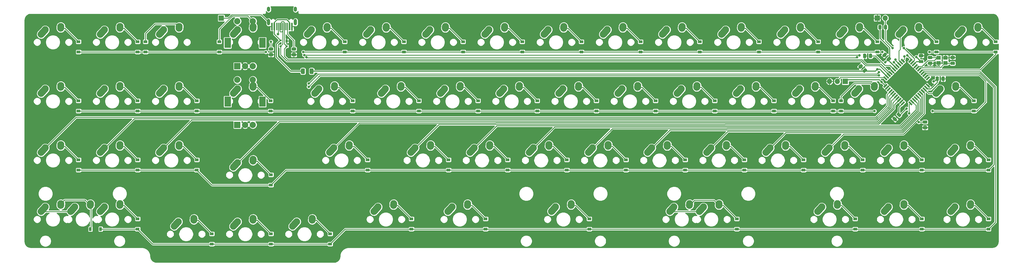
<source format=gbr>
%TF.GenerationSoftware,KiCad,Pcbnew,5.1.6+dfsg1-1*%
%TF.CreationDate,2020-11-01T09:24:26-08:00*%
%TF.ProjectId,SPM1800,53504d31-3830-4302-9e6b-696361645f70,rev?*%
%TF.SameCoordinates,Original*%
%TF.FileFunction,Copper,L2,Bot*%
%TF.FilePolarity,Positive*%
%FSLAX46Y46*%
G04 Gerber Fmt 4.6, Leading zero omitted, Abs format (unit mm)*
G04 Created by KiCad (PCBNEW 5.1.6+dfsg1-1) date 2020-11-01 09:24:26*
%MOMM*%
%LPD*%
G01*
G04 APERTURE LIST*
%TA.AperFunction,ComponentPad*%
%ADD10O,1.700000X1.700000*%
%TD*%
%TA.AperFunction,ComponentPad*%
%ADD11R,1.700000X1.700000*%
%TD*%
%TA.AperFunction,ComponentPad*%
%ADD12R,2.000000X2.000000*%
%TD*%
%TA.AperFunction,ComponentPad*%
%ADD13C,2.000000*%
%TD*%
%TA.AperFunction,ComponentPad*%
%ADD14R,2.000000X3.200000*%
%TD*%
%TA.AperFunction,ComponentPad*%
%ADD15C,2.250000*%
%TD*%
%TA.AperFunction,SMDPad,CuDef*%
%ADD16R,1.400000X1.200000*%
%TD*%
%TA.AperFunction,ComponentPad*%
%ADD17O,1.000000X1.600000*%
%TD*%
%TA.AperFunction,ComponentPad*%
%ADD18O,1.000000X2.100000*%
%TD*%
%TA.AperFunction,SMDPad,CuDef*%
%ADD19R,0.300000X2.450000*%
%TD*%
%TA.AperFunction,SMDPad,CuDef*%
%ADD20R,0.600000X2.450000*%
%TD*%
%TA.AperFunction,SMDPad,CuDef*%
%ADD21C,0.100000*%
%TD*%
%TA.AperFunction,SMDPad,CuDef*%
%ADD22R,0.700000X0.600000*%
%TD*%
%TA.AperFunction,SMDPad,CuDef*%
%ADD23R,0.700000X1.000000*%
%TD*%
%TA.AperFunction,SMDPad,CuDef*%
%ADD24R,1.200000X0.900000*%
%TD*%
%TA.AperFunction,SMDPad,CuDef*%
%ADD25R,0.900000X1.200000*%
%TD*%
%TA.AperFunction,ViaPad*%
%ADD26C,0.800000*%
%TD*%
%TA.AperFunction,Conductor*%
%ADD27C,0.300000*%
%TD*%
%TA.AperFunction,Conductor*%
%ADD28C,0.250000*%
%TD*%
%TA.AperFunction,Conductor*%
%ADD29C,0.254000*%
%TD*%
G04 APERTURE END LIST*
D10*
%TO.P,J3,3*%
%TO.N,GND*%
X327025000Y259588000D03*
%TO.P,J3,2*%
%TO.N,PIN_E6*%
X329565000Y259588000D03*
D11*
%TO.P,J3,1*%
%TO.N,+5V*%
X332105000Y259588000D03*
%TD*%
%TO.P,J2,1*%
%TO.N,Net-(J2-Pad1)*%
X131191000Y280035000D03*
%TD*%
%TO.P,C8,2*%
%TO.N,GND*%
%TA.AperFunction,SMDPad,CuDef*%
G36*
G01*
X356964000Y267404000D02*
X356014000Y267404000D01*
G75*
G02*
X355764000Y267654000I0J250000D01*
G01*
X355764000Y268154000D01*
G75*
G02*
X356014000Y268404000I250000J0D01*
G01*
X356964000Y268404000D01*
G75*
G02*
X357214000Y268154000I0J-250000D01*
G01*
X357214000Y267654000D01*
G75*
G02*
X356964000Y267404000I-250000J0D01*
G01*
G37*
%TD.AperFunction*%
%TO.P,C8,1*%
%TO.N,+5V*%
%TA.AperFunction,SMDPad,CuDef*%
G36*
G01*
X356964000Y265504000D02*
X356014000Y265504000D01*
G75*
G02*
X355764000Y265754000I0J250000D01*
G01*
X355764000Y266254000D01*
G75*
G02*
X356014000Y266504000I250000J0D01*
G01*
X356964000Y266504000D01*
G75*
G02*
X357214000Y266254000I0J-250000D01*
G01*
X357214000Y265754000D01*
G75*
G02*
X356964000Y265504000I-250000J0D01*
G01*
G37*
%TD.AperFunction*%
%TD*%
D12*
%TO.P,EC2,A*%
%TO.N,ENC_A2*%
X136351000Y245596000D03*
D13*
%TO.P,EC2,C*%
%TO.N,GND*%
X138851000Y245596000D03*
%TO.P,EC2,B*%
%TO.N,ENC_B2*%
X141351000Y245596000D03*
D14*
%TO.P,EC2,MP*%
%TO.N,N/C*%
X133251000Y253096000D03*
X144451000Y253096000D03*
D13*
%TO.P,EC2,S2*%
%TO.N,COL03*%
X136351000Y260096000D03*
%TO.P,EC2,S1*%
%TO.N,ENC_S21*%
X141351000Y260096000D03*
%TD*%
D12*
%TO.P,EC1,A*%
%TO.N,ENC_A1*%
X136351000Y264541000D03*
D13*
%TO.P,EC1,C*%
%TO.N,GND*%
X138851000Y264541000D03*
%TO.P,EC1,B*%
%TO.N,ENC_B1*%
X141351000Y264541000D03*
D14*
%TO.P,EC1,MP*%
%TO.N,N/C*%
X133251000Y272041000D03*
X144451000Y272041000D03*
D13*
%TO.P,EC1,S2*%
%TO.N,COL03*%
X136351000Y279041000D03*
%TO.P,EC1,S1*%
%TO.N,ENC_S11*%
X141351000Y279041000D03*
%TD*%
D15*
%TO.P,MX27,1*%
%TO.N,COL10*%
X279281250Y257206250D03*
%TA.AperFunction,ComponentPad*%
G36*
G01*
X277219933Y254908905D02*
X277219933Y254908905D01*
G75*
G02*
X277133905Y256497567I751317J837345D01*
G01*
X278443907Y257957567D01*
G75*
G02*
X280032569Y258043595I837345J-751317D01*
G01*
X280032569Y258043595D01*
G75*
G02*
X280118597Y256454933I-751317J-837345D01*
G01*
X278808595Y254994933D01*
G75*
G02*
X277219933Y254908905I-837345J751317D01*
G01*
G37*
%TD.AperFunction*%
%TO.P,MX27,2*%
%TO.N,Net-(D27-Pad2)*%
X284321250Y258286250D03*
%TA.AperFunction,ComponentPad*%
G36*
G01*
X284203847Y256583916D02*
X284203847Y256583916D01*
G75*
G02*
X283158916Y257783653I77403J1122334D01*
G01*
X283198916Y258363653D01*
G75*
G02*
X284398653Y259408584I1122334J-77403D01*
G01*
X284398653Y259408584D01*
G75*
G02*
X285443584Y258208847I-77403J-1122334D01*
G01*
X285403584Y257628847D01*
G75*
G02*
X284203847Y256583916I-1122334J77403D01*
G01*
G37*
%TD.AperFunction*%
%TD*%
%TO.P,MX32,1*%
%TO.N,COL00*%
X74493750Y238156250D03*
%TA.AperFunction,ComponentPad*%
G36*
G01*
X72432433Y235858905D02*
X72432433Y235858905D01*
G75*
G02*
X72346405Y237447567I751317J837345D01*
G01*
X73656407Y238907567D01*
G75*
G02*
X75245069Y238993595I837345J-751317D01*
G01*
X75245069Y238993595D01*
G75*
G02*
X75331097Y237404933I-751317J-837345D01*
G01*
X74021095Y235944933D01*
G75*
G02*
X72432433Y235858905I-837345J751317D01*
G01*
G37*
%TD.AperFunction*%
%TO.P,MX32,2*%
%TO.N,Net-(D32-Pad2)*%
X79533750Y239236250D03*
%TA.AperFunction,ComponentPad*%
G36*
G01*
X79416347Y237533916D02*
X79416347Y237533916D01*
G75*
G02*
X78371416Y238733653I77403J1122334D01*
G01*
X78411416Y239313653D01*
G75*
G02*
X79611153Y240358584I1122334J-77403D01*
G01*
X79611153Y240358584D01*
G75*
G02*
X80656084Y239158847I-77403J-1122334D01*
G01*
X80616084Y238578847D01*
G75*
G02*
X79416347Y237533916I-1122334J77403D01*
G01*
G37*
%TD.AperFunction*%
%TD*%
%TO.P,MX4,1*%
%TO.N,COL03*%
X136406250Y276256250D03*
%TA.AperFunction,ComponentPad*%
G36*
G01*
X134344933Y273958905D02*
X134344933Y273958905D01*
G75*
G02*
X134258905Y275547567I751317J837345D01*
G01*
X135568907Y277007567D01*
G75*
G02*
X137157569Y277093595I837345J-751317D01*
G01*
X137157569Y277093595D01*
G75*
G02*
X137243597Y275504933I-751317J-837345D01*
G01*
X135933595Y274044933D01*
G75*
G02*
X134344933Y273958905I-837345J751317D01*
G01*
G37*
%TD.AperFunction*%
%TO.P,MX4,2*%
%TO.N,ENC_S11*%
X141446250Y277336250D03*
%TA.AperFunction,ComponentPad*%
G36*
G01*
X141328847Y275633916D02*
X141328847Y275633916D01*
G75*
G02*
X140283916Y276833653I77403J1122334D01*
G01*
X140323916Y277413653D01*
G75*
G02*
X141523653Y278458584I1122334J-77403D01*
G01*
X141523653Y278458584D01*
G75*
G02*
X142568584Y277258847I-77403J-1122334D01*
G01*
X142528584Y276678847D01*
G75*
G02*
X141328847Y275633916I-1122334J77403D01*
G01*
G37*
%TD.AperFunction*%
%TD*%
%TO.P,MX6,1*%
%TO.N,COL05*%
X179268750Y276256250D03*
%TA.AperFunction,ComponentPad*%
G36*
G01*
X177207433Y273958905D02*
X177207433Y273958905D01*
G75*
G02*
X177121405Y275547567I751317J837345D01*
G01*
X178431407Y277007567D01*
G75*
G02*
X180020069Y277093595I837345J-751317D01*
G01*
X180020069Y277093595D01*
G75*
G02*
X180106097Y275504933I-751317J-837345D01*
G01*
X178796095Y274044933D01*
G75*
G02*
X177207433Y273958905I-837345J751317D01*
G01*
G37*
%TD.AperFunction*%
%TO.P,MX6,2*%
%TO.N,Net-(D6-Pad2)*%
X184308750Y277336250D03*
%TA.AperFunction,ComponentPad*%
G36*
G01*
X184191347Y275633916D02*
X184191347Y275633916D01*
G75*
G02*
X183146416Y276833653I77403J1122334D01*
G01*
X183186416Y277413653D01*
G75*
G02*
X184386153Y278458584I1122334J-77403D01*
G01*
X184386153Y278458584D01*
G75*
G02*
X185431084Y277258847I-77403J-1122334D01*
G01*
X185391084Y276678847D01*
G75*
G02*
X184191347Y275633916I-1122334J77403D01*
G01*
G37*
%TD.AperFunction*%
%TD*%
%TO.P,MX1,1*%
%TO.N,COL00*%
X74493750Y276256250D03*
%TA.AperFunction,ComponentPad*%
G36*
G01*
X72432433Y273958905D02*
X72432433Y273958905D01*
G75*
G02*
X72346405Y275547567I751317J837345D01*
G01*
X73656407Y277007567D01*
G75*
G02*
X75245069Y277093595I837345J-751317D01*
G01*
X75245069Y277093595D01*
G75*
G02*
X75331097Y275504933I-751317J-837345D01*
G01*
X74021095Y274044933D01*
G75*
G02*
X72432433Y273958905I-837345J751317D01*
G01*
G37*
%TD.AperFunction*%
%TO.P,MX1,2*%
%TO.N,Net-(D1-Pad2)*%
X79533750Y277336250D03*
%TA.AperFunction,ComponentPad*%
G36*
G01*
X79416347Y275633916D02*
X79416347Y275633916D01*
G75*
G02*
X78371416Y276833653I77403J1122334D01*
G01*
X78411416Y277413653D01*
G75*
G02*
X79611153Y278458584I1122334J-77403D01*
G01*
X79611153Y278458584D01*
G75*
G02*
X80656084Y277258847I-77403J-1122334D01*
G01*
X80616084Y276678847D01*
G75*
G02*
X79416347Y275633916I-1122334J77403D01*
G01*
G37*
%TD.AperFunction*%
%TD*%
D16*
%TO.P,Y1,4*%
%TO.N,GND*%
X364363000Y267257000D03*
%TO.P,Y1,3*%
%TO.N,Net-(C6-Pad1)*%
X362163000Y267257000D03*
%TO.P,Y1,2*%
%TO.N,GND*%
X362163000Y265557000D03*
%TO.P,Y1,1*%
%TO.N,Net-(C5-Pad1)*%
X364363000Y265557000D03*
%TD*%
D17*
%TO.P,USB1,13*%
%TO.N,Net-(J2-Pad1)*%
X155069000Y282896000D03*
X146429000Y282896000D03*
D18*
X155069000Y278716000D03*
X146429000Y278716000D03*
D19*
%TO.P,USB1,6*%
%TO.N,D+*%
X150499000Y277301000D03*
%TO.P,USB1,7*%
%TO.N,D-*%
X150999000Y277301000D03*
%TO.P,USB1,8*%
%TO.N,D+*%
X151499000Y277301000D03*
%TO.P,USB1,5*%
%TO.N,D-*%
X149999000Y277301000D03*
%TO.P,USB1,9*%
%TO.N,Net-(USB1-Pad9)*%
X151999000Y277301000D03*
%TO.P,USB1,4*%
%TO.N,Net-(R3-Pad2)*%
X149499000Y277301000D03*
%TO.P,USB1,10*%
%TO.N,Net-(R4-Pad2)*%
X152499000Y277301000D03*
%TO.P,USB1,3*%
%TO.N,Net-(USB1-Pad3)*%
X148999000Y277301000D03*
D20*
%TO.P,USB1,2*%
%TO.N,VCC*%
X148299000Y277301000D03*
%TO.P,USB1,11*%
X153199000Y277301000D03*
%TO.P,USB1,1*%
%TO.N,GND*%
X147524000Y277301000D03*
%TO.P,USB1,12*%
X153974000Y277301000D03*
%TD*%
%TA.AperFunction,SMDPad,CuDef*%
D21*
%TO.P,U1,44*%
%TO.N,+5V*%
G36*
X345323690Y258926952D02*
G01*
X345712598Y258538044D01*
X344651938Y257477384D01*
X344263030Y257866292D01*
X345323690Y258926952D01*
G37*
%TD.AperFunction*%
%TA.AperFunction,SMDPad,CuDef*%
%TO.P,U1,43*%
%TO.N,GND*%
G36*
X345889376Y258361267D02*
G01*
X346278284Y257972359D01*
X345217624Y256911699D01*
X344828716Y257300607D01*
X345889376Y258361267D01*
G37*
%TD.AperFunction*%
%TA.AperFunction,SMDPad,CuDef*%
%TO.P,U1,42*%
%TO.N,Net-(U1-Pad42)*%
G36*
X346455061Y257795582D02*
G01*
X346843969Y257406674D01*
X345783309Y256346014D01*
X345394401Y256734922D01*
X346455061Y257795582D01*
G37*
%TD.AperFunction*%
%TA.AperFunction,SMDPad,CuDef*%
%TO.P,U1,41*%
%TO.N,COL00*%
G36*
X347020746Y257229896D02*
G01*
X347409654Y256840988D01*
X346348994Y255780328D01*
X345960086Y256169236D01*
X347020746Y257229896D01*
G37*
%TD.AperFunction*%
%TA.AperFunction,SMDPad,CuDef*%
%TO.P,U1,40*%
%TO.N,COL01*%
G36*
X347586432Y256664211D02*
G01*
X347975340Y256275303D01*
X346914680Y255214643D01*
X346525772Y255603551D01*
X347586432Y256664211D01*
G37*
%TD.AperFunction*%
%TA.AperFunction,SMDPad,CuDef*%
%TO.P,U1,39*%
%TO.N,COL02*%
G36*
X348152117Y256098525D02*
G01*
X348541025Y255709617D01*
X347480365Y254648957D01*
X347091457Y255037865D01*
X348152117Y256098525D01*
G37*
%TD.AperFunction*%
%TA.AperFunction,SMDPad,CuDef*%
%TO.P,U1,38*%
%TO.N,COL03*%
G36*
X348717803Y255532840D02*
G01*
X349106711Y255143932D01*
X348046051Y254083272D01*
X347657143Y254472180D01*
X348717803Y255532840D01*
G37*
%TD.AperFunction*%
%TA.AperFunction,SMDPad,CuDef*%
%TO.P,U1,37*%
%TO.N,COL04*%
G36*
X349283488Y254967154D02*
G01*
X349672396Y254578246D01*
X348611736Y253517586D01*
X348222828Y253906494D01*
X349283488Y254967154D01*
G37*
%TD.AperFunction*%
%TA.AperFunction,SMDPad,CuDef*%
%TO.P,U1,36*%
%TO.N,COL05*%
G36*
X349849174Y254401469D02*
G01*
X350238082Y254012561D01*
X349177422Y252951901D01*
X348788514Y253340809D01*
X349849174Y254401469D01*
G37*
%TD.AperFunction*%
%TA.AperFunction,SMDPad,CuDef*%
%TO.P,U1,35*%
%TO.N,GND*%
G36*
X350414859Y253835784D02*
G01*
X350803767Y253446876D01*
X349743107Y252386216D01*
X349354199Y252775124D01*
X350414859Y253835784D01*
G37*
%TD.AperFunction*%
%TA.AperFunction,SMDPad,CuDef*%
%TO.P,U1,34*%
%TO.N,+5V*%
G36*
X350980544Y253270098D02*
G01*
X351369452Y252881190D01*
X350308792Y251820530D01*
X349919884Y252209438D01*
X350980544Y253270098D01*
G37*
%TD.AperFunction*%
%TA.AperFunction,SMDPad,CuDef*%
%TO.P,U1,33*%
%TO.N,Net-(R2-Pad2)*%
G36*
X352324048Y252881190D02*
G01*
X352712956Y253270098D01*
X353773616Y252209438D01*
X353384708Y251820530D01*
X352324048Y252881190D01*
G37*
%TD.AperFunction*%
%TA.AperFunction,SMDPad,CuDef*%
%TO.P,U1,32*%
%TO.N,COL06*%
G36*
X352889733Y253446876D02*
G01*
X353278641Y253835784D01*
X354339301Y252775124D01*
X353950393Y252386216D01*
X352889733Y253446876D01*
G37*
%TD.AperFunction*%
%TA.AperFunction,SMDPad,CuDef*%
%TO.P,U1,31*%
%TO.N,COL07*%
G36*
X353455418Y254012561D02*
G01*
X353844326Y254401469D01*
X354904986Y253340809D01*
X354516078Y252951901D01*
X353455418Y254012561D01*
G37*
%TD.AperFunction*%
%TA.AperFunction,SMDPad,CuDef*%
%TO.P,U1,30*%
%TO.N,COL08*%
G36*
X354021104Y254578246D02*
G01*
X354410012Y254967154D01*
X355470672Y253906494D01*
X355081764Y253517586D01*
X354021104Y254578246D01*
G37*
%TD.AperFunction*%
%TA.AperFunction,SMDPad,CuDef*%
%TO.P,U1,29*%
%TO.N,COL09*%
G36*
X354586789Y255143932D02*
G01*
X354975697Y255532840D01*
X356036357Y254472180D01*
X355647449Y254083272D01*
X354586789Y255143932D01*
G37*
%TD.AperFunction*%
%TA.AperFunction,SMDPad,CuDef*%
%TO.P,U1,28*%
%TO.N,COL10*%
G36*
X355152475Y255709617D02*
G01*
X355541383Y256098525D01*
X356602043Y255037865D01*
X356213135Y254648957D01*
X355152475Y255709617D01*
G37*
%TD.AperFunction*%
%TA.AperFunction,SMDPad,CuDef*%
%TO.P,U1,27*%
%TO.N,COL11*%
G36*
X355718160Y256275303D02*
G01*
X356107068Y256664211D01*
X357167728Y255603551D01*
X356778820Y255214643D01*
X355718160Y256275303D01*
G37*
%TD.AperFunction*%
%TA.AperFunction,SMDPad,CuDef*%
%TO.P,U1,26*%
%TO.N,COL12*%
G36*
X356283846Y256840988D02*
G01*
X356672754Y257229896D01*
X357733414Y256169236D01*
X357344506Y255780328D01*
X356283846Y256840988D01*
G37*
%TD.AperFunction*%
%TA.AperFunction,SMDPad,CuDef*%
%TO.P,U1,25*%
%TO.N,COL15*%
G36*
X356849531Y257406674D02*
G01*
X357238439Y257795582D01*
X358299099Y256734922D01*
X357910191Y256346014D01*
X356849531Y257406674D01*
G37*
%TD.AperFunction*%
%TA.AperFunction,SMDPad,CuDef*%
%TO.P,U1,24*%
%TO.N,+5V*%
G36*
X357415216Y257972359D02*
G01*
X357804124Y258361267D01*
X358864784Y257300607D01*
X358475876Y256911699D01*
X357415216Y257972359D01*
G37*
%TD.AperFunction*%
%TA.AperFunction,SMDPad,CuDef*%
%TO.P,U1,23*%
%TO.N,GND*%
G36*
X357980902Y258538044D02*
G01*
X358369810Y258926952D01*
X359430470Y257866292D01*
X359041562Y257477384D01*
X357980902Y258538044D01*
G37*
%TD.AperFunction*%
%TA.AperFunction,SMDPad,CuDef*%
%TO.P,U1,22*%
%TO.N,Net-(U1-Pad22)*%
G36*
X359041562Y261331116D02*
G01*
X359430470Y260942208D01*
X358369810Y259881548D01*
X357980902Y260270456D01*
X359041562Y261331116D01*
G37*
%TD.AperFunction*%
%TA.AperFunction,SMDPad,CuDef*%
%TO.P,U1,21*%
%TO.N,ROW01*%
G36*
X358475876Y261896801D02*
G01*
X358864784Y261507893D01*
X357804124Y260447233D01*
X357415216Y260836141D01*
X358475876Y261896801D01*
G37*
%TD.AperFunction*%
%TA.AperFunction,SMDPad,CuDef*%
%TO.P,U1,20*%
%TO.N,ROW02*%
G36*
X357910191Y262462486D02*
G01*
X358299099Y262073578D01*
X357238439Y261012918D01*
X356849531Y261401826D01*
X357910191Y262462486D01*
G37*
%TD.AperFunction*%
%TA.AperFunction,SMDPad,CuDef*%
%TO.P,U1,19*%
%TO.N,ROW03*%
G36*
X357344506Y263028172D02*
G01*
X357733414Y262639264D01*
X356672754Y261578604D01*
X356283846Y261967512D01*
X357344506Y263028172D01*
G37*
%TD.AperFunction*%
%TA.AperFunction,SMDPad,CuDef*%
%TO.P,U1,18*%
%TO.N,ROW00*%
G36*
X356778820Y263593857D02*
G01*
X357167728Y263204949D01*
X356107068Y262144289D01*
X355718160Y262533197D01*
X356778820Y263593857D01*
G37*
%TD.AperFunction*%
%TA.AperFunction,SMDPad,CuDef*%
%TO.P,U1,17*%
%TO.N,Net-(C5-Pad1)*%
G36*
X356213135Y264159543D02*
G01*
X356602043Y263770635D01*
X355541383Y262709975D01*
X355152475Y263098883D01*
X356213135Y264159543D01*
G37*
%TD.AperFunction*%
%TA.AperFunction,SMDPad,CuDef*%
%TO.P,U1,16*%
%TO.N,Net-(C6-Pad1)*%
G36*
X355647449Y264725228D02*
G01*
X356036357Y264336320D01*
X354975697Y263275660D01*
X354586789Y263664568D01*
X355647449Y264725228D01*
G37*
%TD.AperFunction*%
%TA.AperFunction,SMDPad,CuDef*%
%TO.P,U1,15*%
%TO.N,GND*%
G36*
X355081764Y265290914D02*
G01*
X355470672Y264902006D01*
X354410012Y263841346D01*
X354021104Y264230254D01*
X355081764Y265290914D01*
G37*
%TD.AperFunction*%
%TA.AperFunction,SMDPad,CuDef*%
%TO.P,U1,14*%
%TO.N,+5V*%
G36*
X354516078Y265856599D02*
G01*
X354904986Y265467691D01*
X353844326Y264407031D01*
X353455418Y264795939D01*
X354516078Y265856599D01*
G37*
%TD.AperFunction*%
%TA.AperFunction,SMDPad,CuDef*%
%TO.P,U1,13*%
%TO.N,Net-(J1-Pad2)*%
G36*
X353950393Y266422284D02*
G01*
X354339301Y266033376D01*
X353278641Y264972716D01*
X352889733Y265361624D01*
X353950393Y266422284D01*
G37*
%TD.AperFunction*%
%TA.AperFunction,SMDPad,CuDef*%
%TO.P,U1,12*%
%TO.N,ENC_A1*%
G36*
X353384708Y266987970D02*
G01*
X353773616Y266599062D01*
X352712956Y265538402D01*
X352324048Y265927310D01*
X353384708Y266987970D01*
G37*
%TD.AperFunction*%
%TA.AperFunction,SMDPad,CuDef*%
%TO.P,U1,11*%
%TO.N,ENC_B1*%
G36*
X349919884Y266599062D02*
G01*
X350308792Y266987970D01*
X351369452Y265927310D01*
X350980544Y265538402D01*
X349919884Y266599062D01*
G37*
%TD.AperFunction*%
%TA.AperFunction,SMDPad,CuDef*%
%TO.P,U1,10*%
%TO.N,COL14*%
G36*
X349354199Y266033376D02*
G01*
X349743107Y266422284D01*
X350803767Y265361624D01*
X350414859Y264972716D01*
X349354199Y266033376D01*
G37*
%TD.AperFunction*%
%TA.AperFunction,SMDPad,CuDef*%
%TO.P,U1,9*%
%TO.N,ENC_A2*%
G36*
X348788514Y265467691D02*
G01*
X349177422Y265856599D01*
X350238082Y264795939D01*
X349849174Y264407031D01*
X348788514Y265467691D01*
G37*
%TD.AperFunction*%
%TA.AperFunction,SMDPad,CuDef*%
%TO.P,U1,8*%
%TO.N,ENC_B2*%
G36*
X348222828Y264902006D02*
G01*
X348611736Y265290914D01*
X349672396Y264230254D01*
X349283488Y263841346D01*
X348222828Y264902006D01*
G37*
%TD.AperFunction*%
%TA.AperFunction,SMDPad,CuDef*%
%TO.P,U1,7*%
%TO.N,+5V*%
G36*
X347657143Y264336320D02*
G01*
X348046051Y264725228D01*
X349106711Y263664568D01*
X348717803Y263275660D01*
X347657143Y264336320D01*
G37*
%TD.AperFunction*%
%TA.AperFunction,SMDPad,CuDef*%
%TO.P,U1,6*%
%TO.N,Net-(C7-Pad1)*%
G36*
X347091457Y263770635D02*
G01*
X347480365Y264159543D01*
X348541025Y263098883D01*
X348152117Y262709975D01*
X347091457Y263770635D01*
G37*
%TD.AperFunction*%
%TA.AperFunction,SMDPad,CuDef*%
%TO.P,U1,5*%
%TO.N,GND*%
G36*
X346525772Y263204949D02*
G01*
X346914680Y263593857D01*
X347975340Y262533197D01*
X347586432Y262144289D01*
X346525772Y263204949D01*
G37*
%TD.AperFunction*%
%TA.AperFunction,SMDPad,CuDef*%
%TO.P,U1,4*%
%TO.N,D+*%
G36*
X345960086Y262639264D02*
G01*
X346348994Y263028172D01*
X347409654Y261967512D01*
X347020746Y261578604D01*
X345960086Y262639264D01*
G37*
%TD.AperFunction*%
%TA.AperFunction,SMDPad,CuDef*%
%TO.P,U1,3*%
%TO.N,D-*%
G36*
X345394401Y262073578D02*
G01*
X345783309Y262462486D01*
X346843969Y261401826D01*
X346455061Y261012918D01*
X345394401Y262073578D01*
G37*
%TD.AperFunction*%
%TA.AperFunction,SMDPad,CuDef*%
%TO.P,U1,2*%
%TO.N,+5V*%
G36*
X344828716Y261507893D02*
G01*
X345217624Y261896801D01*
X346278284Y260836141D01*
X345889376Y260447233D01*
X344828716Y261507893D01*
G37*
%TD.AperFunction*%
%TA.AperFunction,SMDPad,CuDef*%
%TO.P,U1,1*%
%TO.N,PIN_E6*%
G36*
X344263030Y260942208D02*
G01*
X344651938Y261331116D01*
X345712598Y260270456D01*
X345323690Y259881548D01*
X344263030Y260942208D01*
G37*
%TD.AperFunction*%
%TD*%
%TO.P,R4,1*%
%TO.N,GND*%
%TA.AperFunction,SMDPad,CuDef*%
G36*
G01*
X155009001Y267711500D02*
X154108999Y267711500D01*
G75*
G02*
X153859000Y267961499I0J249999D01*
G01*
X153859000Y268486501D01*
G75*
G02*
X154108999Y268736500I249999J0D01*
G01*
X155009001Y268736500D01*
G75*
G02*
X155259000Y268486501I0J-249999D01*
G01*
X155259000Y267961499D01*
G75*
G02*
X155009001Y267711500I-249999J0D01*
G01*
G37*
%TD.AperFunction*%
%TO.P,R4,2*%
%TO.N,Net-(R4-Pad2)*%
%TA.AperFunction,SMDPad,CuDef*%
G36*
G01*
X155009001Y269536500D02*
X154108999Y269536500D01*
G75*
G02*
X153859000Y269786499I0J249999D01*
G01*
X153859000Y270311501D01*
G75*
G02*
X154108999Y270561500I249999J0D01*
G01*
X155009001Y270561500D01*
G75*
G02*
X155259000Y270311501I0J-249999D01*
G01*
X155259000Y269786499D01*
G75*
G02*
X155009001Y269536500I-249999J0D01*
G01*
G37*
%TD.AperFunction*%
%TD*%
%TO.P,R3,1*%
%TO.N,GND*%
%TA.AperFunction,SMDPad,CuDef*%
G36*
G01*
X147643001Y267711500D02*
X146742999Y267711500D01*
G75*
G02*
X146493000Y267961499I0J249999D01*
G01*
X146493000Y268486501D01*
G75*
G02*
X146742999Y268736500I249999J0D01*
G01*
X147643001Y268736500D01*
G75*
G02*
X147893000Y268486501I0J-249999D01*
G01*
X147893000Y267961499D01*
G75*
G02*
X147643001Y267711500I-249999J0D01*
G01*
G37*
%TD.AperFunction*%
%TO.P,R3,2*%
%TO.N,Net-(R3-Pad2)*%
%TA.AperFunction,SMDPad,CuDef*%
G36*
G01*
X147643001Y269536500D02*
X146742999Y269536500D01*
G75*
G02*
X146493000Y269786499I0J249999D01*
G01*
X146493000Y270311501D01*
G75*
G02*
X146742999Y270561500I249999J0D01*
G01*
X147643001Y270561500D01*
G75*
G02*
X147893000Y270311501I0J-249999D01*
G01*
X147893000Y269786499D01*
G75*
G02*
X147643001Y269536500I-249999J0D01*
G01*
G37*
%TD.AperFunction*%
%TD*%
%TO.P,R2,2*%
%TO.N,Net-(R2-Pad2)*%
%TA.AperFunction,SMDPad,CuDef*%
G36*
G01*
X358209001Y245994500D02*
X357308999Y245994500D01*
G75*
G02*
X357059000Y246244499I0J249999D01*
G01*
X357059000Y246769501D01*
G75*
G02*
X357308999Y247019500I249999J0D01*
G01*
X358209001Y247019500D01*
G75*
G02*
X358459000Y246769501I0J-249999D01*
G01*
X358459000Y246244499D01*
G75*
G02*
X358209001Y245994500I-249999J0D01*
G01*
G37*
%TD.AperFunction*%
%TO.P,R2,1*%
%TO.N,GND*%
%TA.AperFunction,SMDPad,CuDef*%
G36*
G01*
X358209001Y244169500D02*
X357308999Y244169500D01*
G75*
G02*
X357059000Y244419499I0J249999D01*
G01*
X357059000Y244944501D01*
G75*
G02*
X357308999Y245194500I249999J0D01*
G01*
X358209001Y245194500D01*
G75*
G02*
X358459000Y244944501I0J-249999D01*
G01*
X358459000Y244419499D01*
G75*
G02*
X358209001Y244169500I-249999J0D01*
G01*
G37*
%TD.AperFunction*%
%TD*%
%TO.P,R1,2*%
%TO.N,Net-(J1-Pad2)*%
%TA.AperFunction,SMDPad,CuDef*%
G36*
G01*
X344546500Y276663999D02*
X344546500Y277564001D01*
G75*
G02*
X344796499Y277814000I249999J0D01*
G01*
X345321501Y277814000D01*
G75*
G02*
X345571500Y277564001I0J-249999D01*
G01*
X345571500Y276663999D01*
G75*
G02*
X345321501Y276414000I-249999J0D01*
G01*
X344796499Y276414000D01*
G75*
G02*
X344546500Y276663999I0J249999D01*
G01*
G37*
%TD.AperFunction*%
%TO.P,R1,1*%
%TO.N,+5V*%
%TA.AperFunction,SMDPad,CuDef*%
G36*
G01*
X342721500Y276663999D02*
X342721500Y277564001D01*
G75*
G02*
X342971499Y277814000I249999J0D01*
G01*
X343496501Y277814000D01*
G75*
G02*
X343746500Y277564001I0J-249999D01*
G01*
X343746500Y276663999D01*
G75*
G02*
X343496501Y276414000I-249999J0D01*
G01*
X342971499Y276414000D01*
G75*
G02*
X342721500Y276663999I0J249999D01*
G01*
G37*
%TD.AperFunction*%
%TD*%
D15*
%TO.P,MX60,1*%
%TO.N,COL00*%
X84018750Y219106250D03*
%TA.AperFunction,ComponentPad*%
G36*
G01*
X81957433Y216808905D02*
X81957433Y216808905D01*
G75*
G02*
X81871405Y218397567I751317J837345D01*
G01*
X83181407Y219857567D01*
G75*
G02*
X84770069Y219943595I837345J-751317D01*
G01*
X84770069Y219943595D01*
G75*
G02*
X84856097Y218354933I-751317J-837345D01*
G01*
X83546095Y216894933D01*
G75*
G02*
X81957433Y216808905I-837345J751317D01*
G01*
G37*
%TD.AperFunction*%
%TO.P,MX60,2*%
%TO.N,Net-(D47-Pad2)*%
X89058750Y220186250D03*
%TA.AperFunction,ComponentPad*%
G36*
G01*
X88941347Y218483916D02*
X88941347Y218483916D01*
G75*
G02*
X87896416Y219683653I77403J1122334D01*
G01*
X87936416Y220263653D01*
G75*
G02*
X89136153Y221308584I1122334J-77403D01*
G01*
X89136153Y221308584D01*
G75*
G02*
X90181084Y220108847I-77403J-1122334D01*
G01*
X90141084Y219528847D01*
G75*
G02*
X88941347Y218483916I-1122334J77403D01*
G01*
G37*
%TD.AperFunction*%
%TD*%
%TO.P,MX59,1*%
%TO.N,COL15*%
X367387500Y219106250D03*
%TA.AperFunction,ComponentPad*%
G36*
G01*
X365326183Y216808905D02*
X365326183Y216808905D01*
G75*
G02*
X365240155Y218397567I751317J837345D01*
G01*
X366550157Y219857567D01*
G75*
G02*
X368138819Y219943595I837345J-751317D01*
G01*
X368138819Y219943595D01*
G75*
G02*
X368224847Y218354933I-751317J-837345D01*
G01*
X366914845Y216894933D01*
G75*
G02*
X365326183Y216808905I-837345J751317D01*
G01*
G37*
%TD.AperFunction*%
%TO.P,MX59,2*%
%TO.N,Net-(D59-Pad2)*%
X372427500Y220186250D03*
%TA.AperFunction,ComponentPad*%
G36*
G01*
X372310097Y218483916D02*
X372310097Y218483916D01*
G75*
G02*
X371265166Y219683653I77403J1122334D01*
G01*
X371305166Y220263653D01*
G75*
G02*
X372504903Y221308584I1122334J-77403D01*
G01*
X372504903Y221308584D01*
G75*
G02*
X373549834Y220108847I-77403J-1122334D01*
G01*
X373509834Y219528847D01*
G75*
G02*
X372310097Y218483916I-1122334J77403D01*
G01*
G37*
%TD.AperFunction*%
%TD*%
%TO.P,MX58,1*%
%TO.N,COL13*%
X345956250Y219106250D03*
%TA.AperFunction,ComponentPad*%
G36*
G01*
X343894933Y216808905D02*
X343894933Y216808905D01*
G75*
G02*
X343808905Y218397567I751317J837345D01*
G01*
X345118907Y219857567D01*
G75*
G02*
X346707569Y219943595I837345J-751317D01*
G01*
X346707569Y219943595D01*
G75*
G02*
X346793597Y218354933I-751317J-837345D01*
G01*
X345483595Y216894933D01*
G75*
G02*
X343894933Y216808905I-837345J751317D01*
G01*
G37*
%TD.AperFunction*%
%TO.P,MX58,2*%
%TO.N,Net-(D58-Pad2)*%
X350996250Y220186250D03*
%TA.AperFunction,ComponentPad*%
G36*
G01*
X350878847Y218483916D02*
X350878847Y218483916D01*
G75*
G02*
X349833916Y219683653I77403J1122334D01*
G01*
X349873916Y220263653D01*
G75*
G02*
X351073653Y221308584I1122334J-77403D01*
G01*
X351073653Y221308584D01*
G75*
G02*
X352118584Y220108847I-77403J-1122334D01*
G01*
X352078584Y219528847D01*
G75*
G02*
X350878847Y218483916I-1122334J77403D01*
G01*
G37*
%TD.AperFunction*%
%TD*%
%TO.P,MX57,1*%
%TO.N,COL12*%
X324525000Y219106250D03*
%TA.AperFunction,ComponentPad*%
G36*
G01*
X322463683Y216808905D02*
X322463683Y216808905D01*
G75*
G02*
X322377655Y218397567I751317J837345D01*
G01*
X323687657Y219857567D01*
G75*
G02*
X325276319Y219943595I837345J-751317D01*
G01*
X325276319Y219943595D01*
G75*
G02*
X325362347Y218354933I-751317J-837345D01*
G01*
X324052345Y216894933D01*
G75*
G02*
X322463683Y216808905I-837345J751317D01*
G01*
G37*
%TD.AperFunction*%
%TO.P,MX57,2*%
%TO.N,Net-(D57-Pad2)*%
X329565000Y220186250D03*
%TA.AperFunction,ComponentPad*%
G36*
G01*
X329447597Y218483916D02*
X329447597Y218483916D01*
G75*
G02*
X328402666Y219683653I77403J1122334D01*
G01*
X328442666Y220263653D01*
G75*
G02*
X329642403Y221308584I1122334J-77403D01*
G01*
X329642403Y221308584D01*
G75*
G02*
X330687334Y220108847I-77403J-1122334D01*
G01*
X330647334Y219528847D01*
G75*
G02*
X329447597Y218483916I-1122334J77403D01*
G01*
G37*
%TD.AperFunction*%
%TD*%
%TO.P,MX56,1*%
%TO.N,COL10*%
X286425000Y219106250D03*
%TA.AperFunction,ComponentPad*%
G36*
G01*
X284363683Y216808905D02*
X284363683Y216808905D01*
G75*
G02*
X284277655Y218397567I751317J837345D01*
G01*
X285587657Y219857567D01*
G75*
G02*
X287176319Y219943595I837345J-751317D01*
G01*
X287176319Y219943595D01*
G75*
G02*
X287262347Y218354933I-751317J-837345D01*
G01*
X285952345Y216894933D01*
G75*
G02*
X284363683Y216808905I-837345J751317D01*
G01*
G37*
%TD.AperFunction*%
%TO.P,MX56,2*%
%TO.N,Net-(D56-Pad2)*%
X291465000Y220186250D03*
%TA.AperFunction,ComponentPad*%
G36*
G01*
X291347597Y218483916D02*
X291347597Y218483916D01*
G75*
G02*
X290302666Y219683653I77403J1122334D01*
G01*
X290342666Y220263653D01*
G75*
G02*
X291542403Y221308584I1122334J-77403D01*
G01*
X291542403Y221308584D01*
G75*
G02*
X292587334Y220108847I-77403J-1122334D01*
G01*
X292547334Y219528847D01*
G75*
G02*
X291347597Y218483916I-1122334J77403D01*
G01*
G37*
%TD.AperFunction*%
%TD*%
%TO.P,MX55,1*%
%TO.N,COL10*%
X276900000Y219106250D03*
%TA.AperFunction,ComponentPad*%
G36*
G01*
X274838683Y216808905D02*
X274838683Y216808905D01*
G75*
G02*
X274752655Y218397567I751317J837345D01*
G01*
X276062657Y219857567D01*
G75*
G02*
X277651319Y219943595I837345J-751317D01*
G01*
X277651319Y219943595D01*
G75*
G02*
X277737347Y218354933I-751317J-837345D01*
G01*
X276427345Y216894933D01*
G75*
G02*
X274838683Y216808905I-837345J751317D01*
G01*
G37*
%TD.AperFunction*%
%TO.P,MX55,2*%
%TO.N,Net-(D56-Pad2)*%
X281940000Y220186250D03*
%TA.AperFunction,ComponentPad*%
G36*
G01*
X281822597Y218483916D02*
X281822597Y218483916D01*
G75*
G02*
X280777666Y219683653I77403J1122334D01*
G01*
X280817666Y220263653D01*
G75*
G02*
X282017403Y221308584I1122334J-77403D01*
G01*
X282017403Y221308584D01*
G75*
G02*
X283062334Y220108847I-77403J-1122334D01*
G01*
X283022334Y219528847D01*
G75*
G02*
X281822597Y218483916I-1122334J77403D01*
G01*
G37*
%TD.AperFunction*%
%TD*%
%TO.P,MX54,1*%
%TO.N,COL07*%
X238800000Y219106250D03*
%TA.AperFunction,ComponentPad*%
G36*
G01*
X236738683Y216808905D02*
X236738683Y216808905D01*
G75*
G02*
X236652655Y218397567I751317J837345D01*
G01*
X237962657Y219857567D01*
G75*
G02*
X239551319Y219943595I837345J-751317D01*
G01*
X239551319Y219943595D01*
G75*
G02*
X239637347Y218354933I-751317J-837345D01*
G01*
X238327345Y216894933D01*
G75*
G02*
X236738683Y216808905I-837345J751317D01*
G01*
G37*
%TD.AperFunction*%
%TO.P,MX54,2*%
%TO.N,Net-(D54-Pad2)*%
X243840000Y220186250D03*
%TA.AperFunction,ComponentPad*%
G36*
G01*
X243722597Y218483916D02*
X243722597Y218483916D01*
G75*
G02*
X242677666Y219683653I77403J1122334D01*
G01*
X242717666Y220263653D01*
G75*
G02*
X243917403Y221308584I1122334J-77403D01*
G01*
X243917403Y221308584D01*
G75*
G02*
X244962334Y220108847I-77403J-1122334D01*
G01*
X244922334Y219528847D01*
G75*
G02*
X243722597Y218483916I-1122334J77403D01*
G01*
G37*
%TD.AperFunction*%
%TD*%
%TO.P,MX53,1*%
%TO.N,COL06*%
X205462500Y219106250D03*
%TA.AperFunction,ComponentPad*%
G36*
G01*
X203401183Y216808905D02*
X203401183Y216808905D01*
G75*
G02*
X203315155Y218397567I751317J837345D01*
G01*
X204625157Y219857567D01*
G75*
G02*
X206213819Y219943595I837345J-751317D01*
G01*
X206213819Y219943595D01*
G75*
G02*
X206299847Y218354933I-751317J-837345D01*
G01*
X204989845Y216894933D01*
G75*
G02*
X203401183Y216808905I-837345J751317D01*
G01*
G37*
%TD.AperFunction*%
%TO.P,MX53,2*%
%TO.N,Net-(D53-Pad2)*%
X210502500Y220186250D03*
%TA.AperFunction,ComponentPad*%
G36*
G01*
X210385097Y218483916D02*
X210385097Y218483916D01*
G75*
G02*
X209340166Y219683653I77403J1122334D01*
G01*
X209380166Y220263653D01*
G75*
G02*
X210579903Y221308584I1122334J-77403D01*
G01*
X210579903Y221308584D01*
G75*
G02*
X211624834Y220108847I-77403J-1122334D01*
G01*
X211584834Y219528847D01*
G75*
G02*
X210385097Y218483916I-1122334J77403D01*
G01*
G37*
%TD.AperFunction*%
%TD*%
%TO.P,MX52,1*%
%TO.N,COL05*%
X181650000Y219106250D03*
%TA.AperFunction,ComponentPad*%
G36*
G01*
X179588683Y216808905D02*
X179588683Y216808905D01*
G75*
G02*
X179502655Y218397567I751317J837345D01*
G01*
X180812657Y219857567D01*
G75*
G02*
X182401319Y219943595I837345J-751317D01*
G01*
X182401319Y219943595D01*
G75*
G02*
X182487347Y218354933I-751317J-837345D01*
G01*
X181177345Y216894933D01*
G75*
G02*
X179588683Y216808905I-837345J751317D01*
G01*
G37*
%TD.AperFunction*%
%TO.P,MX52,2*%
%TO.N,Net-(D52-Pad2)*%
X186690000Y220186250D03*
%TA.AperFunction,ComponentPad*%
G36*
G01*
X186572597Y218483916D02*
X186572597Y218483916D01*
G75*
G02*
X185527666Y219683653I77403J1122334D01*
G01*
X185567666Y220263653D01*
G75*
G02*
X186767403Y221308584I1122334J-77403D01*
G01*
X186767403Y221308584D01*
G75*
G02*
X187812334Y220108847I-77403J-1122334D01*
G01*
X187772334Y219528847D01*
G75*
G02*
X186572597Y218483916I-1122334J77403D01*
G01*
G37*
%TD.AperFunction*%
%TD*%
%TO.P,MX51,1*%
%TO.N,COL04*%
X155456250Y214343750D03*
%TA.AperFunction,ComponentPad*%
G36*
G01*
X153394933Y212046405D02*
X153394933Y212046405D01*
G75*
G02*
X153308905Y213635067I751317J837345D01*
G01*
X154618907Y215095067D01*
G75*
G02*
X156207569Y215181095I837345J-751317D01*
G01*
X156207569Y215181095D01*
G75*
G02*
X156293597Y213592433I-751317J-837345D01*
G01*
X154983595Y212132433D01*
G75*
G02*
X153394933Y212046405I-837345J751317D01*
G01*
G37*
%TD.AperFunction*%
%TO.P,MX51,2*%
%TO.N,Net-(D51-Pad2)*%
X160496250Y215423750D03*
%TA.AperFunction,ComponentPad*%
G36*
G01*
X160378847Y213721416D02*
X160378847Y213721416D01*
G75*
G02*
X159333916Y214921153I77403J1122334D01*
G01*
X159373916Y215501153D01*
G75*
G02*
X160573653Y216546084I1122334J-77403D01*
G01*
X160573653Y216546084D01*
G75*
G02*
X161618584Y215346347I-77403J-1122334D01*
G01*
X161578584Y214766347D01*
G75*
G02*
X160378847Y213721416I-1122334J77403D01*
G01*
G37*
%TD.AperFunction*%
%TD*%
%TO.P,MX50,1*%
%TO.N,COL03*%
X136406250Y214343750D03*
%TA.AperFunction,ComponentPad*%
G36*
G01*
X134344933Y212046405D02*
X134344933Y212046405D01*
G75*
G02*
X134258905Y213635067I751317J837345D01*
G01*
X135568907Y215095067D01*
G75*
G02*
X137157569Y215181095I837345J-751317D01*
G01*
X137157569Y215181095D01*
G75*
G02*
X137243597Y213592433I-751317J-837345D01*
G01*
X135933595Y212132433D01*
G75*
G02*
X134344933Y212046405I-837345J751317D01*
G01*
G37*
%TD.AperFunction*%
%TO.P,MX50,2*%
%TO.N,Net-(D50-Pad2)*%
X141446250Y215423750D03*
%TA.AperFunction,ComponentPad*%
G36*
G01*
X141328847Y213721416D02*
X141328847Y213721416D01*
G75*
G02*
X140283916Y214921153I77403J1122334D01*
G01*
X140323916Y215501153D01*
G75*
G02*
X141523653Y216546084I1122334J-77403D01*
G01*
X141523653Y216546084D01*
G75*
G02*
X142568584Y215346347I-77403J-1122334D01*
G01*
X142528584Y214766347D01*
G75*
G02*
X141328847Y213721416I-1122334J77403D01*
G01*
G37*
%TD.AperFunction*%
%TD*%
%TO.P,MX49,1*%
%TO.N,COL02*%
X117356250Y214343750D03*
%TA.AperFunction,ComponentPad*%
G36*
G01*
X115294933Y212046405D02*
X115294933Y212046405D01*
G75*
G02*
X115208905Y213635067I751317J837345D01*
G01*
X116518907Y215095067D01*
G75*
G02*
X118107569Y215181095I837345J-751317D01*
G01*
X118107569Y215181095D01*
G75*
G02*
X118193597Y213592433I-751317J-837345D01*
G01*
X116883595Y212132433D01*
G75*
G02*
X115294933Y212046405I-837345J751317D01*
G01*
G37*
%TD.AperFunction*%
%TO.P,MX49,2*%
%TO.N,Net-(D49-Pad2)*%
X122396250Y215423750D03*
%TA.AperFunction,ComponentPad*%
G36*
G01*
X122278847Y213721416D02*
X122278847Y213721416D01*
G75*
G02*
X121233916Y214921153I77403J1122334D01*
G01*
X121273916Y215501153D01*
G75*
G02*
X122473653Y216546084I1122334J-77403D01*
G01*
X122473653Y216546084D01*
G75*
G02*
X123518584Y215346347I-77403J-1122334D01*
G01*
X123478584Y214766347D01*
G75*
G02*
X122278847Y213721416I-1122334J77403D01*
G01*
G37*
%TD.AperFunction*%
%TD*%
%TO.P,MX48,1*%
%TO.N,COL01*%
X93543750Y219106250D03*
%TA.AperFunction,ComponentPad*%
G36*
G01*
X91482433Y216808905D02*
X91482433Y216808905D01*
G75*
G02*
X91396405Y218397567I751317J837345D01*
G01*
X92706407Y219857567D01*
G75*
G02*
X94295069Y219943595I837345J-751317D01*
G01*
X94295069Y219943595D01*
G75*
G02*
X94381097Y218354933I-751317J-837345D01*
G01*
X93071095Y216894933D01*
G75*
G02*
X91482433Y216808905I-837345J751317D01*
G01*
G37*
%TD.AperFunction*%
%TO.P,MX48,2*%
%TO.N,Net-(D48-Pad2)*%
X98583750Y220186250D03*
%TA.AperFunction,ComponentPad*%
G36*
G01*
X98466347Y218483916D02*
X98466347Y218483916D01*
G75*
G02*
X97421416Y219683653I77403J1122334D01*
G01*
X97461416Y220263653D01*
G75*
G02*
X98661153Y221308584I1122334J-77403D01*
G01*
X98661153Y221308584D01*
G75*
G02*
X99706084Y220108847I-77403J-1122334D01*
G01*
X99666084Y219528847D01*
G75*
G02*
X98466347Y218483916I-1122334J77403D01*
G01*
G37*
%TD.AperFunction*%
%TD*%
%TO.P,MX47,1*%
%TO.N,COL00*%
X74493750Y219106250D03*
%TA.AperFunction,ComponentPad*%
G36*
G01*
X72432433Y216808905D02*
X72432433Y216808905D01*
G75*
G02*
X72346405Y218397567I751317J837345D01*
G01*
X73656407Y219857567D01*
G75*
G02*
X75245069Y219943595I837345J-751317D01*
G01*
X75245069Y219943595D01*
G75*
G02*
X75331097Y218354933I-751317J-837345D01*
G01*
X74021095Y216894933D01*
G75*
G02*
X72432433Y216808905I-837345J751317D01*
G01*
G37*
%TD.AperFunction*%
%TO.P,MX47,2*%
%TO.N,Net-(D47-Pad2)*%
X79533750Y220186250D03*
%TA.AperFunction,ComponentPad*%
G36*
G01*
X79416347Y218483916D02*
X79416347Y218483916D01*
G75*
G02*
X78371416Y219683653I77403J1122334D01*
G01*
X78411416Y220263653D01*
G75*
G02*
X79611153Y221308584I1122334J-77403D01*
G01*
X79611153Y221308584D01*
G75*
G02*
X80656084Y220108847I-77403J-1122334D01*
G01*
X80616084Y219528847D01*
G75*
G02*
X79416347Y218483916I-1122334J77403D01*
G01*
G37*
%TD.AperFunction*%
%TD*%
%TO.P,MX46,1*%
%TO.N,COL15*%
X367387500Y238156250D03*
%TA.AperFunction,ComponentPad*%
G36*
G01*
X365326183Y235858905D02*
X365326183Y235858905D01*
G75*
G02*
X365240155Y237447567I751317J837345D01*
G01*
X366550157Y238907567D01*
G75*
G02*
X368138819Y238993595I837345J-751317D01*
G01*
X368138819Y238993595D01*
G75*
G02*
X368224847Y237404933I-751317J-837345D01*
G01*
X366914845Y235944933D01*
G75*
G02*
X365326183Y235858905I-837345J751317D01*
G01*
G37*
%TD.AperFunction*%
%TO.P,MX46,2*%
%TO.N,Net-(D46-Pad2)*%
X372427500Y239236250D03*
%TA.AperFunction,ComponentPad*%
G36*
G01*
X372310097Y237533916D02*
X372310097Y237533916D01*
G75*
G02*
X371265166Y238733653I77403J1122334D01*
G01*
X371305166Y239313653D01*
G75*
G02*
X372504903Y240358584I1122334J-77403D01*
G01*
X372504903Y240358584D01*
G75*
G02*
X373549834Y239158847I-77403J-1122334D01*
G01*
X373509834Y238578847D01*
G75*
G02*
X372310097Y237533916I-1122334J77403D01*
G01*
G37*
%TD.AperFunction*%
%TD*%
%TO.P,MX45,1*%
%TO.N,COL13*%
X345956250Y238156250D03*
%TA.AperFunction,ComponentPad*%
G36*
G01*
X343894933Y235858905D02*
X343894933Y235858905D01*
G75*
G02*
X343808905Y237447567I751317J837345D01*
G01*
X345118907Y238907567D01*
G75*
G02*
X346707569Y238993595I837345J-751317D01*
G01*
X346707569Y238993595D01*
G75*
G02*
X346793597Y237404933I-751317J-837345D01*
G01*
X345483595Y235944933D01*
G75*
G02*
X343894933Y235858905I-837345J751317D01*
G01*
G37*
%TD.AperFunction*%
%TO.P,MX45,2*%
%TO.N,Net-(D45-Pad2)*%
X350996250Y239236250D03*
%TA.AperFunction,ComponentPad*%
G36*
G01*
X350878847Y237533916D02*
X350878847Y237533916D01*
G75*
G02*
X349833916Y238733653I77403J1122334D01*
G01*
X349873916Y239313653D01*
G75*
G02*
X351073653Y240358584I1122334J-77403D01*
G01*
X351073653Y240358584D01*
G75*
G02*
X352118584Y239158847I-77403J-1122334D01*
G01*
X352078584Y238578847D01*
G75*
G02*
X350878847Y237533916I-1122334J77403D01*
G01*
G37*
%TD.AperFunction*%
%TD*%
%TO.P,MX44,1*%
%TO.N,COL12*%
X326906250Y238156250D03*
%TA.AperFunction,ComponentPad*%
G36*
G01*
X324844933Y235858905D02*
X324844933Y235858905D01*
G75*
G02*
X324758905Y237447567I751317J837345D01*
G01*
X326068907Y238907567D01*
G75*
G02*
X327657569Y238993595I837345J-751317D01*
G01*
X327657569Y238993595D01*
G75*
G02*
X327743597Y237404933I-751317J-837345D01*
G01*
X326433595Y235944933D01*
G75*
G02*
X324844933Y235858905I-837345J751317D01*
G01*
G37*
%TD.AperFunction*%
%TO.P,MX44,2*%
%TO.N,Net-(D44-Pad2)*%
X331946250Y239236250D03*
%TA.AperFunction,ComponentPad*%
G36*
G01*
X331828847Y237533916D02*
X331828847Y237533916D01*
G75*
G02*
X330783916Y238733653I77403J1122334D01*
G01*
X330823916Y239313653D01*
G75*
G02*
X332023653Y240358584I1122334J-77403D01*
G01*
X332023653Y240358584D01*
G75*
G02*
X333068584Y239158847I-77403J-1122334D01*
G01*
X333028584Y238578847D01*
G75*
G02*
X331828847Y237533916I-1122334J77403D01*
G01*
G37*
%TD.AperFunction*%
%TD*%
%TO.P,MX43,1*%
%TO.N,COL11*%
X307856250Y238156250D03*
%TA.AperFunction,ComponentPad*%
G36*
G01*
X305794933Y235858905D02*
X305794933Y235858905D01*
G75*
G02*
X305708905Y237447567I751317J837345D01*
G01*
X307018907Y238907567D01*
G75*
G02*
X308607569Y238993595I837345J-751317D01*
G01*
X308607569Y238993595D01*
G75*
G02*
X308693597Y237404933I-751317J-837345D01*
G01*
X307383595Y235944933D01*
G75*
G02*
X305794933Y235858905I-837345J751317D01*
G01*
G37*
%TD.AperFunction*%
%TO.P,MX43,2*%
%TO.N,Net-(D43-Pad2)*%
X312896250Y239236250D03*
%TA.AperFunction,ComponentPad*%
G36*
G01*
X312778847Y237533916D02*
X312778847Y237533916D01*
G75*
G02*
X311733916Y238733653I77403J1122334D01*
G01*
X311773916Y239313653D01*
G75*
G02*
X312973653Y240358584I1122334J-77403D01*
G01*
X312973653Y240358584D01*
G75*
G02*
X314018584Y239158847I-77403J-1122334D01*
G01*
X313978584Y238578847D01*
G75*
G02*
X312778847Y237533916I-1122334J77403D01*
G01*
G37*
%TD.AperFunction*%
%TD*%
%TO.P,MX42,1*%
%TO.N,COL10*%
X288806250Y238156250D03*
%TA.AperFunction,ComponentPad*%
G36*
G01*
X286744933Y235858905D02*
X286744933Y235858905D01*
G75*
G02*
X286658905Y237447567I751317J837345D01*
G01*
X287968907Y238907567D01*
G75*
G02*
X289557569Y238993595I837345J-751317D01*
G01*
X289557569Y238993595D01*
G75*
G02*
X289643597Y237404933I-751317J-837345D01*
G01*
X288333595Y235944933D01*
G75*
G02*
X286744933Y235858905I-837345J751317D01*
G01*
G37*
%TD.AperFunction*%
%TO.P,MX42,2*%
%TO.N,Net-(D42-Pad2)*%
X293846250Y239236250D03*
%TA.AperFunction,ComponentPad*%
G36*
G01*
X293728847Y237533916D02*
X293728847Y237533916D01*
G75*
G02*
X292683916Y238733653I77403J1122334D01*
G01*
X292723916Y239313653D01*
G75*
G02*
X293923653Y240358584I1122334J-77403D01*
G01*
X293923653Y240358584D01*
G75*
G02*
X294968584Y239158847I-77403J-1122334D01*
G01*
X294928584Y238578847D01*
G75*
G02*
X293728847Y237533916I-1122334J77403D01*
G01*
G37*
%TD.AperFunction*%
%TD*%
%TO.P,MX41,1*%
%TO.N,COL09*%
X269756250Y238156250D03*
%TA.AperFunction,ComponentPad*%
G36*
G01*
X267694933Y235858905D02*
X267694933Y235858905D01*
G75*
G02*
X267608905Y237447567I751317J837345D01*
G01*
X268918907Y238907567D01*
G75*
G02*
X270507569Y238993595I837345J-751317D01*
G01*
X270507569Y238993595D01*
G75*
G02*
X270593597Y237404933I-751317J-837345D01*
G01*
X269283595Y235944933D01*
G75*
G02*
X267694933Y235858905I-837345J751317D01*
G01*
G37*
%TD.AperFunction*%
%TO.P,MX41,2*%
%TO.N,Net-(D41-Pad2)*%
X274796250Y239236250D03*
%TA.AperFunction,ComponentPad*%
G36*
G01*
X274678847Y237533916D02*
X274678847Y237533916D01*
G75*
G02*
X273633916Y238733653I77403J1122334D01*
G01*
X273673916Y239313653D01*
G75*
G02*
X274873653Y240358584I1122334J-77403D01*
G01*
X274873653Y240358584D01*
G75*
G02*
X275918584Y239158847I-77403J-1122334D01*
G01*
X275878584Y238578847D01*
G75*
G02*
X274678847Y237533916I-1122334J77403D01*
G01*
G37*
%TD.AperFunction*%
%TD*%
%TO.P,MX40,1*%
%TO.N,COL08*%
X250706250Y238156250D03*
%TA.AperFunction,ComponentPad*%
G36*
G01*
X248644933Y235858905D02*
X248644933Y235858905D01*
G75*
G02*
X248558905Y237447567I751317J837345D01*
G01*
X249868907Y238907567D01*
G75*
G02*
X251457569Y238993595I837345J-751317D01*
G01*
X251457569Y238993595D01*
G75*
G02*
X251543597Y237404933I-751317J-837345D01*
G01*
X250233595Y235944933D01*
G75*
G02*
X248644933Y235858905I-837345J751317D01*
G01*
G37*
%TD.AperFunction*%
%TO.P,MX40,2*%
%TO.N,Net-(D40-Pad2)*%
X255746250Y239236250D03*
%TA.AperFunction,ComponentPad*%
G36*
G01*
X255628847Y237533916D02*
X255628847Y237533916D01*
G75*
G02*
X254583916Y238733653I77403J1122334D01*
G01*
X254623916Y239313653D01*
G75*
G02*
X255823653Y240358584I1122334J-77403D01*
G01*
X255823653Y240358584D01*
G75*
G02*
X256868584Y239158847I-77403J-1122334D01*
G01*
X256828584Y238578847D01*
G75*
G02*
X255628847Y237533916I-1122334J77403D01*
G01*
G37*
%TD.AperFunction*%
%TD*%
%TO.P,MX39,1*%
%TO.N,COL07*%
X231656250Y238156250D03*
%TA.AperFunction,ComponentPad*%
G36*
G01*
X229594933Y235858905D02*
X229594933Y235858905D01*
G75*
G02*
X229508905Y237447567I751317J837345D01*
G01*
X230818907Y238907567D01*
G75*
G02*
X232407569Y238993595I837345J-751317D01*
G01*
X232407569Y238993595D01*
G75*
G02*
X232493597Y237404933I-751317J-837345D01*
G01*
X231183595Y235944933D01*
G75*
G02*
X229594933Y235858905I-837345J751317D01*
G01*
G37*
%TD.AperFunction*%
%TO.P,MX39,2*%
%TO.N,Net-(D39-Pad2)*%
X236696250Y239236250D03*
%TA.AperFunction,ComponentPad*%
G36*
G01*
X236578847Y237533916D02*
X236578847Y237533916D01*
G75*
G02*
X235533916Y238733653I77403J1122334D01*
G01*
X235573916Y239313653D01*
G75*
G02*
X236773653Y240358584I1122334J-77403D01*
G01*
X236773653Y240358584D01*
G75*
G02*
X237818584Y239158847I-77403J-1122334D01*
G01*
X237778584Y238578847D01*
G75*
G02*
X236578847Y237533916I-1122334J77403D01*
G01*
G37*
%TD.AperFunction*%
%TD*%
%TO.P,MX38,1*%
%TO.N,COL06*%
X212606250Y238156250D03*
%TA.AperFunction,ComponentPad*%
G36*
G01*
X210544933Y235858905D02*
X210544933Y235858905D01*
G75*
G02*
X210458905Y237447567I751317J837345D01*
G01*
X211768907Y238907567D01*
G75*
G02*
X213357569Y238993595I837345J-751317D01*
G01*
X213357569Y238993595D01*
G75*
G02*
X213443597Y237404933I-751317J-837345D01*
G01*
X212133595Y235944933D01*
G75*
G02*
X210544933Y235858905I-837345J751317D01*
G01*
G37*
%TD.AperFunction*%
%TO.P,MX38,2*%
%TO.N,Net-(D38-Pad2)*%
X217646250Y239236250D03*
%TA.AperFunction,ComponentPad*%
G36*
G01*
X217528847Y237533916D02*
X217528847Y237533916D01*
G75*
G02*
X216483916Y238733653I77403J1122334D01*
G01*
X216523916Y239313653D01*
G75*
G02*
X217723653Y240358584I1122334J-77403D01*
G01*
X217723653Y240358584D01*
G75*
G02*
X218768584Y239158847I-77403J-1122334D01*
G01*
X218728584Y238578847D01*
G75*
G02*
X217528847Y237533916I-1122334J77403D01*
G01*
G37*
%TD.AperFunction*%
%TD*%
%TO.P,MX37,1*%
%TO.N,COL05*%
X193556250Y238156250D03*
%TA.AperFunction,ComponentPad*%
G36*
G01*
X191494933Y235858905D02*
X191494933Y235858905D01*
G75*
G02*
X191408905Y237447567I751317J837345D01*
G01*
X192718907Y238907567D01*
G75*
G02*
X194307569Y238993595I837345J-751317D01*
G01*
X194307569Y238993595D01*
G75*
G02*
X194393597Y237404933I-751317J-837345D01*
G01*
X193083595Y235944933D01*
G75*
G02*
X191494933Y235858905I-837345J751317D01*
G01*
G37*
%TD.AperFunction*%
%TO.P,MX37,2*%
%TO.N,Net-(D37-Pad2)*%
X198596250Y239236250D03*
%TA.AperFunction,ComponentPad*%
G36*
G01*
X198478847Y237533916D02*
X198478847Y237533916D01*
G75*
G02*
X197433916Y238733653I77403J1122334D01*
G01*
X197473916Y239313653D01*
G75*
G02*
X198673653Y240358584I1122334J-77403D01*
G01*
X198673653Y240358584D01*
G75*
G02*
X199718584Y239158847I-77403J-1122334D01*
G01*
X199678584Y238578847D01*
G75*
G02*
X198478847Y237533916I-1122334J77403D01*
G01*
G37*
%TD.AperFunction*%
%TD*%
%TO.P,MX36,1*%
%TO.N,COL04*%
X167362500Y238156250D03*
%TA.AperFunction,ComponentPad*%
G36*
G01*
X165301183Y235858905D02*
X165301183Y235858905D01*
G75*
G02*
X165215155Y237447567I751317J837345D01*
G01*
X166525157Y238907567D01*
G75*
G02*
X168113819Y238993595I837345J-751317D01*
G01*
X168113819Y238993595D01*
G75*
G02*
X168199847Y237404933I-751317J-837345D01*
G01*
X166889845Y235944933D01*
G75*
G02*
X165301183Y235858905I-837345J751317D01*
G01*
G37*
%TD.AperFunction*%
%TO.P,MX36,2*%
%TO.N,Net-(D36-Pad2)*%
X172402500Y239236250D03*
%TA.AperFunction,ComponentPad*%
G36*
G01*
X172285097Y237533916D02*
X172285097Y237533916D01*
G75*
G02*
X171240166Y238733653I77403J1122334D01*
G01*
X171280166Y239313653D01*
G75*
G02*
X172479903Y240358584I1122334J-77403D01*
G01*
X172479903Y240358584D01*
G75*
G02*
X173524834Y239158847I-77403J-1122334D01*
G01*
X173484834Y238578847D01*
G75*
G02*
X172285097Y237533916I-1122334J77403D01*
G01*
G37*
%TD.AperFunction*%
%TD*%
%TO.P,MX35,1*%
%TO.N,COL03*%
X136406250Y233393750D03*
%TA.AperFunction,ComponentPad*%
G36*
G01*
X134344933Y231096405D02*
X134344933Y231096405D01*
G75*
G02*
X134258905Y232685067I751317J837345D01*
G01*
X135568907Y234145067D01*
G75*
G02*
X137157569Y234231095I837345J-751317D01*
G01*
X137157569Y234231095D01*
G75*
G02*
X137243597Y232642433I-751317J-837345D01*
G01*
X135933595Y231182433D01*
G75*
G02*
X134344933Y231096405I-837345J751317D01*
G01*
G37*
%TD.AperFunction*%
%TO.P,MX35,2*%
%TO.N,Net-(D35-Pad2)*%
X141446250Y234473750D03*
%TA.AperFunction,ComponentPad*%
G36*
G01*
X141328847Y232771416D02*
X141328847Y232771416D01*
G75*
G02*
X140283916Y233971153I77403J1122334D01*
G01*
X140323916Y234551153D01*
G75*
G02*
X141523653Y235596084I1122334J-77403D01*
G01*
X141523653Y235596084D01*
G75*
G02*
X142568584Y234396347I-77403J-1122334D01*
G01*
X142528584Y233816347D01*
G75*
G02*
X141328847Y232771416I-1122334J77403D01*
G01*
G37*
%TD.AperFunction*%
%TD*%
%TO.P,MX34,1*%
%TO.N,COL02*%
X112593750Y238156250D03*
%TA.AperFunction,ComponentPad*%
G36*
G01*
X110532433Y235858905D02*
X110532433Y235858905D01*
G75*
G02*
X110446405Y237447567I751317J837345D01*
G01*
X111756407Y238907567D01*
G75*
G02*
X113345069Y238993595I837345J-751317D01*
G01*
X113345069Y238993595D01*
G75*
G02*
X113431097Y237404933I-751317J-837345D01*
G01*
X112121095Y235944933D01*
G75*
G02*
X110532433Y235858905I-837345J751317D01*
G01*
G37*
%TD.AperFunction*%
%TO.P,MX34,2*%
%TO.N,Net-(D34-Pad2)*%
X117633750Y239236250D03*
%TA.AperFunction,ComponentPad*%
G36*
G01*
X117516347Y237533916D02*
X117516347Y237533916D01*
G75*
G02*
X116471416Y238733653I77403J1122334D01*
G01*
X116511416Y239313653D01*
G75*
G02*
X117711153Y240358584I1122334J-77403D01*
G01*
X117711153Y240358584D01*
G75*
G02*
X118756084Y239158847I-77403J-1122334D01*
G01*
X118716084Y238578847D01*
G75*
G02*
X117516347Y237533916I-1122334J77403D01*
G01*
G37*
%TD.AperFunction*%
%TD*%
%TO.P,MX33,1*%
%TO.N,COL01*%
X93543750Y238156250D03*
%TA.AperFunction,ComponentPad*%
G36*
G01*
X91482433Y235858905D02*
X91482433Y235858905D01*
G75*
G02*
X91396405Y237447567I751317J837345D01*
G01*
X92706407Y238907567D01*
G75*
G02*
X94295069Y238993595I837345J-751317D01*
G01*
X94295069Y238993595D01*
G75*
G02*
X94381097Y237404933I-751317J-837345D01*
G01*
X93071095Y235944933D01*
G75*
G02*
X91482433Y235858905I-837345J751317D01*
G01*
G37*
%TD.AperFunction*%
%TO.P,MX33,2*%
%TO.N,Net-(D33-Pad2)*%
X98583750Y239236250D03*
%TA.AperFunction,ComponentPad*%
G36*
G01*
X98466347Y237533916D02*
X98466347Y237533916D01*
G75*
G02*
X97421416Y238733653I77403J1122334D01*
G01*
X97461416Y239313653D01*
G75*
G02*
X98661153Y240358584I1122334J-77403D01*
G01*
X98661153Y240358584D01*
G75*
G02*
X99706084Y239158847I-77403J-1122334D01*
G01*
X99666084Y238578847D01*
G75*
G02*
X98466347Y237533916I-1122334J77403D01*
G01*
G37*
%TD.AperFunction*%
%TD*%
%TO.P,MX31,1*%
%TO.N,COL15*%
X362625000Y257206250D03*
%TA.AperFunction,ComponentPad*%
G36*
G01*
X360563683Y254908905D02*
X360563683Y254908905D01*
G75*
G02*
X360477655Y256497567I751317J837345D01*
G01*
X361787657Y257957567D01*
G75*
G02*
X363376319Y258043595I837345J-751317D01*
G01*
X363376319Y258043595D01*
G75*
G02*
X363462347Y256454933I-751317J-837345D01*
G01*
X362152345Y254994933D01*
G75*
G02*
X360563683Y254908905I-837345J751317D01*
G01*
G37*
%TD.AperFunction*%
%TO.P,MX31,2*%
%TO.N,Net-(D31-Pad2)*%
X367665000Y258286250D03*
%TA.AperFunction,ComponentPad*%
G36*
G01*
X367547597Y256583916D02*
X367547597Y256583916D01*
G75*
G02*
X366502666Y257783653I77403J1122334D01*
G01*
X366542666Y258363653D01*
G75*
G02*
X367742403Y259408584I1122334J-77403D01*
G01*
X367742403Y259408584D01*
G75*
G02*
X368787334Y258208847I-77403J-1122334D01*
G01*
X368747334Y257628847D01*
G75*
G02*
X367547597Y256583916I-1122334J77403D01*
G01*
G37*
%TD.AperFunction*%
%TD*%
%TO.P,MX30,1*%
%TO.N,COL13*%
X336431250Y257206250D03*
%TA.AperFunction,ComponentPad*%
G36*
G01*
X334369933Y254908905D02*
X334369933Y254908905D01*
G75*
G02*
X334283905Y256497567I751317J837345D01*
G01*
X335593907Y257957567D01*
G75*
G02*
X337182569Y258043595I837345J-751317D01*
G01*
X337182569Y258043595D01*
G75*
G02*
X337268597Y256454933I-751317J-837345D01*
G01*
X335958595Y254994933D01*
G75*
G02*
X334369933Y254908905I-837345J751317D01*
G01*
G37*
%TD.AperFunction*%
%TO.P,MX30,2*%
%TO.N,Net-(D30-Pad2)*%
X341471250Y258286250D03*
%TA.AperFunction,ComponentPad*%
G36*
G01*
X341353847Y256583916D02*
X341353847Y256583916D01*
G75*
G02*
X340308916Y257783653I77403J1122334D01*
G01*
X340348916Y258363653D01*
G75*
G02*
X341548653Y259408584I1122334J-77403D01*
G01*
X341548653Y259408584D01*
G75*
G02*
X342593584Y258208847I-77403J-1122334D01*
G01*
X342553584Y257628847D01*
G75*
G02*
X341353847Y256583916I-1122334J77403D01*
G01*
G37*
%TD.AperFunction*%
%TD*%
%TO.P,MX29,1*%
%TO.N,COL12*%
X317381250Y257206250D03*
%TA.AperFunction,ComponentPad*%
G36*
G01*
X315319933Y254908905D02*
X315319933Y254908905D01*
G75*
G02*
X315233905Y256497567I751317J837345D01*
G01*
X316543907Y257957567D01*
G75*
G02*
X318132569Y258043595I837345J-751317D01*
G01*
X318132569Y258043595D01*
G75*
G02*
X318218597Y256454933I-751317J-837345D01*
G01*
X316908595Y254994933D01*
G75*
G02*
X315319933Y254908905I-837345J751317D01*
G01*
G37*
%TD.AperFunction*%
%TO.P,MX29,2*%
%TO.N,Net-(D29-Pad2)*%
X322421250Y258286250D03*
%TA.AperFunction,ComponentPad*%
G36*
G01*
X322303847Y256583916D02*
X322303847Y256583916D01*
G75*
G02*
X321258916Y257783653I77403J1122334D01*
G01*
X321298916Y258363653D01*
G75*
G02*
X322498653Y259408584I1122334J-77403D01*
G01*
X322498653Y259408584D01*
G75*
G02*
X323543584Y258208847I-77403J-1122334D01*
G01*
X323503584Y257628847D01*
G75*
G02*
X322303847Y256583916I-1122334J77403D01*
G01*
G37*
%TD.AperFunction*%
%TD*%
%TO.P,MX28,1*%
%TO.N,COL11*%
X298331250Y257206250D03*
%TA.AperFunction,ComponentPad*%
G36*
G01*
X296269933Y254908905D02*
X296269933Y254908905D01*
G75*
G02*
X296183905Y256497567I751317J837345D01*
G01*
X297493907Y257957567D01*
G75*
G02*
X299082569Y258043595I837345J-751317D01*
G01*
X299082569Y258043595D01*
G75*
G02*
X299168597Y256454933I-751317J-837345D01*
G01*
X297858595Y254994933D01*
G75*
G02*
X296269933Y254908905I-837345J751317D01*
G01*
G37*
%TD.AperFunction*%
%TO.P,MX28,2*%
%TO.N,Net-(D28-Pad2)*%
X303371250Y258286250D03*
%TA.AperFunction,ComponentPad*%
G36*
G01*
X303253847Y256583916D02*
X303253847Y256583916D01*
G75*
G02*
X302208916Y257783653I77403J1122334D01*
G01*
X302248916Y258363653D01*
G75*
G02*
X303448653Y259408584I1122334J-77403D01*
G01*
X303448653Y259408584D01*
G75*
G02*
X304493584Y258208847I-77403J-1122334D01*
G01*
X304453584Y257628847D01*
G75*
G02*
X303253847Y256583916I-1122334J77403D01*
G01*
G37*
%TD.AperFunction*%
%TD*%
%TO.P,MX26,1*%
%TO.N,COL09*%
X260231250Y257206250D03*
%TA.AperFunction,ComponentPad*%
G36*
G01*
X258169933Y254908905D02*
X258169933Y254908905D01*
G75*
G02*
X258083905Y256497567I751317J837345D01*
G01*
X259393907Y257957567D01*
G75*
G02*
X260982569Y258043595I837345J-751317D01*
G01*
X260982569Y258043595D01*
G75*
G02*
X261068597Y256454933I-751317J-837345D01*
G01*
X259758595Y254994933D01*
G75*
G02*
X258169933Y254908905I-837345J751317D01*
G01*
G37*
%TD.AperFunction*%
%TO.P,MX26,2*%
%TO.N,Net-(D26-Pad2)*%
X265271250Y258286250D03*
%TA.AperFunction,ComponentPad*%
G36*
G01*
X265153847Y256583916D02*
X265153847Y256583916D01*
G75*
G02*
X264108916Y257783653I77403J1122334D01*
G01*
X264148916Y258363653D01*
G75*
G02*
X265348653Y259408584I1122334J-77403D01*
G01*
X265348653Y259408584D01*
G75*
G02*
X266393584Y258208847I-77403J-1122334D01*
G01*
X266353584Y257628847D01*
G75*
G02*
X265153847Y256583916I-1122334J77403D01*
G01*
G37*
%TD.AperFunction*%
%TD*%
%TO.P,MX25,1*%
%TO.N,COL08*%
X241181250Y257206250D03*
%TA.AperFunction,ComponentPad*%
G36*
G01*
X239119933Y254908905D02*
X239119933Y254908905D01*
G75*
G02*
X239033905Y256497567I751317J837345D01*
G01*
X240343907Y257957567D01*
G75*
G02*
X241932569Y258043595I837345J-751317D01*
G01*
X241932569Y258043595D01*
G75*
G02*
X242018597Y256454933I-751317J-837345D01*
G01*
X240708595Y254994933D01*
G75*
G02*
X239119933Y254908905I-837345J751317D01*
G01*
G37*
%TD.AperFunction*%
%TO.P,MX25,2*%
%TO.N,Net-(D25-Pad2)*%
X246221250Y258286250D03*
%TA.AperFunction,ComponentPad*%
G36*
G01*
X246103847Y256583916D02*
X246103847Y256583916D01*
G75*
G02*
X245058916Y257783653I77403J1122334D01*
G01*
X245098916Y258363653D01*
G75*
G02*
X246298653Y259408584I1122334J-77403D01*
G01*
X246298653Y259408584D01*
G75*
G02*
X247343584Y258208847I-77403J-1122334D01*
G01*
X247303584Y257628847D01*
G75*
G02*
X246103847Y256583916I-1122334J77403D01*
G01*
G37*
%TD.AperFunction*%
%TD*%
%TO.P,MX24,1*%
%TO.N,COL07*%
X222131250Y257206250D03*
%TA.AperFunction,ComponentPad*%
G36*
G01*
X220069933Y254908905D02*
X220069933Y254908905D01*
G75*
G02*
X219983905Y256497567I751317J837345D01*
G01*
X221293907Y257957567D01*
G75*
G02*
X222882569Y258043595I837345J-751317D01*
G01*
X222882569Y258043595D01*
G75*
G02*
X222968597Y256454933I-751317J-837345D01*
G01*
X221658595Y254994933D01*
G75*
G02*
X220069933Y254908905I-837345J751317D01*
G01*
G37*
%TD.AperFunction*%
%TO.P,MX24,2*%
%TO.N,Net-(D24-Pad2)*%
X227171250Y258286250D03*
%TA.AperFunction,ComponentPad*%
G36*
G01*
X227053847Y256583916D02*
X227053847Y256583916D01*
G75*
G02*
X226008916Y257783653I77403J1122334D01*
G01*
X226048916Y258363653D01*
G75*
G02*
X227248653Y259408584I1122334J-77403D01*
G01*
X227248653Y259408584D01*
G75*
G02*
X228293584Y258208847I-77403J-1122334D01*
G01*
X228253584Y257628847D01*
G75*
G02*
X227053847Y256583916I-1122334J77403D01*
G01*
G37*
%TD.AperFunction*%
%TD*%
%TO.P,MX23,1*%
%TO.N,COL06*%
X203081250Y257206250D03*
%TA.AperFunction,ComponentPad*%
G36*
G01*
X201019933Y254908905D02*
X201019933Y254908905D01*
G75*
G02*
X200933905Y256497567I751317J837345D01*
G01*
X202243907Y257957567D01*
G75*
G02*
X203832569Y258043595I837345J-751317D01*
G01*
X203832569Y258043595D01*
G75*
G02*
X203918597Y256454933I-751317J-837345D01*
G01*
X202608595Y254994933D01*
G75*
G02*
X201019933Y254908905I-837345J751317D01*
G01*
G37*
%TD.AperFunction*%
%TO.P,MX23,2*%
%TO.N,Net-(D23-Pad2)*%
X208121250Y258286250D03*
%TA.AperFunction,ComponentPad*%
G36*
G01*
X208003847Y256583916D02*
X208003847Y256583916D01*
G75*
G02*
X206958916Y257783653I77403J1122334D01*
G01*
X206998916Y258363653D01*
G75*
G02*
X208198653Y259408584I1122334J-77403D01*
G01*
X208198653Y259408584D01*
G75*
G02*
X209243584Y258208847I-77403J-1122334D01*
G01*
X209203584Y257628847D01*
G75*
G02*
X208003847Y256583916I-1122334J77403D01*
G01*
G37*
%TD.AperFunction*%
%TD*%
%TO.P,MX22,1*%
%TO.N,COL05*%
X184031250Y257206250D03*
%TA.AperFunction,ComponentPad*%
G36*
G01*
X181969933Y254908905D02*
X181969933Y254908905D01*
G75*
G02*
X181883905Y256497567I751317J837345D01*
G01*
X183193907Y257957567D01*
G75*
G02*
X184782569Y258043595I837345J-751317D01*
G01*
X184782569Y258043595D01*
G75*
G02*
X184868597Y256454933I-751317J-837345D01*
G01*
X183558595Y254994933D01*
G75*
G02*
X181969933Y254908905I-837345J751317D01*
G01*
G37*
%TD.AperFunction*%
%TO.P,MX22,2*%
%TO.N,Net-(D22-Pad2)*%
X189071250Y258286250D03*
%TA.AperFunction,ComponentPad*%
G36*
G01*
X188953847Y256583916D02*
X188953847Y256583916D01*
G75*
G02*
X187908916Y257783653I77403J1122334D01*
G01*
X187948916Y258363653D01*
G75*
G02*
X189148653Y259408584I1122334J-77403D01*
G01*
X189148653Y259408584D01*
G75*
G02*
X190193584Y258208847I-77403J-1122334D01*
G01*
X190153584Y257628847D01*
G75*
G02*
X188953847Y256583916I-1122334J77403D01*
G01*
G37*
%TD.AperFunction*%
%TD*%
%TO.P,MX21,1*%
%TO.N,COL04*%
X162600000Y257206250D03*
%TA.AperFunction,ComponentPad*%
G36*
G01*
X160538683Y254908905D02*
X160538683Y254908905D01*
G75*
G02*
X160452655Y256497567I751317J837345D01*
G01*
X161762657Y257957567D01*
G75*
G02*
X163351319Y258043595I837345J-751317D01*
G01*
X163351319Y258043595D01*
G75*
G02*
X163437347Y256454933I-751317J-837345D01*
G01*
X162127345Y254994933D01*
G75*
G02*
X160538683Y254908905I-837345J751317D01*
G01*
G37*
%TD.AperFunction*%
%TO.P,MX21,2*%
%TO.N,Net-(D21-Pad2)*%
X167640000Y258286250D03*
%TA.AperFunction,ComponentPad*%
G36*
G01*
X167522597Y256583916D02*
X167522597Y256583916D01*
G75*
G02*
X166477666Y257783653I77403J1122334D01*
G01*
X166517666Y258363653D01*
G75*
G02*
X167717403Y259408584I1122334J-77403D01*
G01*
X167717403Y259408584D01*
G75*
G02*
X168762334Y258208847I-77403J-1122334D01*
G01*
X168722334Y257628847D01*
G75*
G02*
X167522597Y256583916I-1122334J77403D01*
G01*
G37*
%TD.AperFunction*%
%TD*%
%TO.P,MX20,1*%
%TO.N,COL03*%
X136406250Y257206250D03*
%TA.AperFunction,ComponentPad*%
G36*
G01*
X134344933Y254908905D02*
X134344933Y254908905D01*
G75*
G02*
X134258905Y256497567I751317J837345D01*
G01*
X135568907Y257957567D01*
G75*
G02*
X137157569Y258043595I837345J-751317D01*
G01*
X137157569Y258043595D01*
G75*
G02*
X137243597Y256454933I-751317J-837345D01*
G01*
X135933595Y254994933D01*
G75*
G02*
X134344933Y254908905I-837345J751317D01*
G01*
G37*
%TD.AperFunction*%
%TO.P,MX20,2*%
%TO.N,ENC_S21*%
X141446250Y258286250D03*
%TA.AperFunction,ComponentPad*%
G36*
G01*
X141328847Y256583916D02*
X141328847Y256583916D01*
G75*
G02*
X140283916Y257783653I77403J1122334D01*
G01*
X140323916Y258363653D01*
G75*
G02*
X141523653Y259408584I1122334J-77403D01*
G01*
X141523653Y259408584D01*
G75*
G02*
X142568584Y258208847I-77403J-1122334D01*
G01*
X142528584Y257628847D01*
G75*
G02*
X141328847Y256583916I-1122334J77403D01*
G01*
G37*
%TD.AperFunction*%
%TD*%
%TO.P,MX19,1*%
%TO.N,COL02*%
X112593750Y257206250D03*
%TA.AperFunction,ComponentPad*%
G36*
G01*
X110532433Y254908905D02*
X110532433Y254908905D01*
G75*
G02*
X110446405Y256497567I751317J837345D01*
G01*
X111756407Y257957567D01*
G75*
G02*
X113345069Y258043595I837345J-751317D01*
G01*
X113345069Y258043595D01*
G75*
G02*
X113431097Y256454933I-751317J-837345D01*
G01*
X112121095Y254994933D01*
G75*
G02*
X110532433Y254908905I-837345J751317D01*
G01*
G37*
%TD.AperFunction*%
%TO.P,MX19,2*%
%TO.N,Net-(D19-Pad2)*%
X117633750Y258286250D03*
%TA.AperFunction,ComponentPad*%
G36*
G01*
X117516347Y256583916D02*
X117516347Y256583916D01*
G75*
G02*
X116471416Y257783653I77403J1122334D01*
G01*
X116511416Y258363653D01*
G75*
G02*
X117711153Y259408584I1122334J-77403D01*
G01*
X117711153Y259408584D01*
G75*
G02*
X118756084Y258208847I-77403J-1122334D01*
G01*
X118716084Y257628847D01*
G75*
G02*
X117516347Y256583916I-1122334J77403D01*
G01*
G37*
%TD.AperFunction*%
%TD*%
%TO.P,MX18,1*%
%TO.N,COL01*%
X93543750Y257206250D03*
%TA.AperFunction,ComponentPad*%
G36*
G01*
X91482433Y254908905D02*
X91482433Y254908905D01*
G75*
G02*
X91396405Y256497567I751317J837345D01*
G01*
X92706407Y257957567D01*
G75*
G02*
X94295069Y258043595I837345J-751317D01*
G01*
X94295069Y258043595D01*
G75*
G02*
X94381097Y256454933I-751317J-837345D01*
G01*
X93071095Y254994933D01*
G75*
G02*
X91482433Y254908905I-837345J751317D01*
G01*
G37*
%TD.AperFunction*%
%TO.P,MX18,2*%
%TO.N,Net-(D18-Pad2)*%
X98583750Y258286250D03*
%TA.AperFunction,ComponentPad*%
G36*
G01*
X98466347Y256583916D02*
X98466347Y256583916D01*
G75*
G02*
X97421416Y257783653I77403J1122334D01*
G01*
X97461416Y258363653D01*
G75*
G02*
X98661153Y259408584I1122334J-77403D01*
G01*
X98661153Y259408584D01*
G75*
G02*
X99706084Y258208847I-77403J-1122334D01*
G01*
X99666084Y257628847D01*
G75*
G02*
X98466347Y256583916I-1122334J77403D01*
G01*
G37*
%TD.AperFunction*%
%TD*%
%TO.P,MX17,1*%
%TO.N,COL00*%
X74493750Y257206250D03*
%TA.AperFunction,ComponentPad*%
G36*
G01*
X72432433Y254908905D02*
X72432433Y254908905D01*
G75*
G02*
X72346405Y256497567I751317J837345D01*
G01*
X73656407Y257957567D01*
G75*
G02*
X75245069Y258043595I837345J-751317D01*
G01*
X75245069Y258043595D01*
G75*
G02*
X75331097Y256454933I-751317J-837345D01*
G01*
X74021095Y254994933D01*
G75*
G02*
X72432433Y254908905I-837345J751317D01*
G01*
G37*
%TD.AperFunction*%
%TO.P,MX17,2*%
%TO.N,Net-(D17-Pad2)*%
X79533750Y258286250D03*
%TA.AperFunction,ComponentPad*%
G36*
G01*
X79416347Y256583916D02*
X79416347Y256583916D01*
G75*
G02*
X78371416Y257783653I77403J1122334D01*
G01*
X78411416Y258363653D01*
G75*
G02*
X79611153Y259408584I1122334J-77403D01*
G01*
X79611153Y259408584D01*
G75*
G02*
X80656084Y258208847I-77403J-1122334D01*
G01*
X80616084Y257628847D01*
G75*
G02*
X79416347Y256583916I-1122334J77403D01*
G01*
G37*
%TD.AperFunction*%
%TD*%
%TO.P,MX16,1*%
%TO.N,COL15*%
X369768750Y276256250D03*
%TA.AperFunction,ComponentPad*%
G36*
G01*
X367707433Y273958905D02*
X367707433Y273958905D01*
G75*
G02*
X367621405Y275547567I751317J837345D01*
G01*
X368931407Y277007567D01*
G75*
G02*
X370520069Y277093595I837345J-751317D01*
G01*
X370520069Y277093595D01*
G75*
G02*
X370606097Y275504933I-751317J-837345D01*
G01*
X369296095Y274044933D01*
G75*
G02*
X367707433Y273958905I-837345J751317D01*
G01*
G37*
%TD.AperFunction*%
%TO.P,MX16,2*%
%TO.N,Net-(D16-Pad2)*%
X374808750Y277336250D03*
%TA.AperFunction,ComponentPad*%
G36*
G01*
X374691347Y275633916D02*
X374691347Y275633916D01*
G75*
G02*
X373646416Y276833653I77403J1122334D01*
G01*
X373686416Y277413653D01*
G75*
G02*
X374886153Y278458584I1122334J-77403D01*
G01*
X374886153Y278458584D01*
G75*
G02*
X375931084Y277258847I-77403J-1122334D01*
G01*
X375891084Y276678847D01*
G75*
G02*
X374691347Y275633916I-1122334J77403D01*
G01*
G37*
%TD.AperFunction*%
%TD*%
%TO.P,MX15,1*%
%TO.N,COL14*%
X350718750Y276256250D03*
%TA.AperFunction,ComponentPad*%
G36*
G01*
X348657433Y273958905D02*
X348657433Y273958905D01*
G75*
G02*
X348571405Y275547567I751317J837345D01*
G01*
X349881407Y277007567D01*
G75*
G02*
X351470069Y277093595I837345J-751317D01*
G01*
X351470069Y277093595D01*
G75*
G02*
X351556097Y275504933I-751317J-837345D01*
G01*
X350246095Y274044933D01*
G75*
G02*
X348657433Y273958905I-837345J751317D01*
G01*
G37*
%TD.AperFunction*%
%TO.P,MX15,2*%
%TO.N,Net-(D15-Pad2)*%
X355758750Y277336250D03*
%TA.AperFunction,ComponentPad*%
G36*
G01*
X355641347Y275633916D02*
X355641347Y275633916D01*
G75*
G02*
X354596416Y276833653I77403J1122334D01*
G01*
X354636416Y277413653D01*
G75*
G02*
X355836153Y278458584I1122334J-77403D01*
G01*
X355836153Y278458584D01*
G75*
G02*
X356881084Y277258847I-77403J-1122334D01*
G01*
X356841084Y276678847D01*
G75*
G02*
X355641347Y275633916I-1122334J77403D01*
G01*
G37*
%TD.AperFunction*%
%TD*%
%TO.P,MX14,1*%
%TO.N,COL13*%
X331668750Y276256250D03*
%TA.AperFunction,ComponentPad*%
G36*
G01*
X329607433Y273958905D02*
X329607433Y273958905D01*
G75*
G02*
X329521405Y275547567I751317J837345D01*
G01*
X330831407Y277007567D01*
G75*
G02*
X332420069Y277093595I837345J-751317D01*
G01*
X332420069Y277093595D01*
G75*
G02*
X332506097Y275504933I-751317J-837345D01*
G01*
X331196095Y274044933D01*
G75*
G02*
X329607433Y273958905I-837345J751317D01*
G01*
G37*
%TD.AperFunction*%
%TO.P,MX14,2*%
%TO.N,Net-(D14-Pad2)*%
X336708750Y277336250D03*
%TA.AperFunction,ComponentPad*%
G36*
G01*
X336591347Y275633916D02*
X336591347Y275633916D01*
G75*
G02*
X335546416Y276833653I77403J1122334D01*
G01*
X335586416Y277413653D01*
G75*
G02*
X336786153Y278458584I1122334J-77403D01*
G01*
X336786153Y278458584D01*
G75*
G02*
X337831084Y277258847I-77403J-1122334D01*
G01*
X337791084Y276678847D01*
G75*
G02*
X336591347Y275633916I-1122334J77403D01*
G01*
G37*
%TD.AperFunction*%
%TD*%
%TO.P,MX13,1*%
%TO.N,COL12*%
X312618750Y276256250D03*
%TA.AperFunction,ComponentPad*%
G36*
G01*
X310557433Y273958905D02*
X310557433Y273958905D01*
G75*
G02*
X310471405Y275547567I751317J837345D01*
G01*
X311781407Y277007567D01*
G75*
G02*
X313370069Y277093595I837345J-751317D01*
G01*
X313370069Y277093595D01*
G75*
G02*
X313456097Y275504933I-751317J-837345D01*
G01*
X312146095Y274044933D01*
G75*
G02*
X310557433Y273958905I-837345J751317D01*
G01*
G37*
%TD.AperFunction*%
%TO.P,MX13,2*%
%TO.N,Net-(D13-Pad2)*%
X317658750Y277336250D03*
%TA.AperFunction,ComponentPad*%
G36*
G01*
X317541347Y275633916D02*
X317541347Y275633916D01*
G75*
G02*
X316496416Y276833653I77403J1122334D01*
G01*
X316536416Y277413653D01*
G75*
G02*
X317736153Y278458584I1122334J-77403D01*
G01*
X317736153Y278458584D01*
G75*
G02*
X318781084Y277258847I-77403J-1122334D01*
G01*
X318741084Y276678847D01*
G75*
G02*
X317541347Y275633916I-1122334J77403D01*
G01*
G37*
%TD.AperFunction*%
%TD*%
%TO.P,MX12,1*%
%TO.N,COL11*%
X293568750Y276256250D03*
%TA.AperFunction,ComponentPad*%
G36*
G01*
X291507433Y273958905D02*
X291507433Y273958905D01*
G75*
G02*
X291421405Y275547567I751317J837345D01*
G01*
X292731407Y277007567D01*
G75*
G02*
X294320069Y277093595I837345J-751317D01*
G01*
X294320069Y277093595D01*
G75*
G02*
X294406097Y275504933I-751317J-837345D01*
G01*
X293096095Y274044933D01*
G75*
G02*
X291507433Y273958905I-837345J751317D01*
G01*
G37*
%TD.AperFunction*%
%TO.P,MX12,2*%
%TO.N,Net-(D12-Pad2)*%
X298608750Y277336250D03*
%TA.AperFunction,ComponentPad*%
G36*
G01*
X298491347Y275633916D02*
X298491347Y275633916D01*
G75*
G02*
X297446416Y276833653I77403J1122334D01*
G01*
X297486416Y277413653D01*
G75*
G02*
X298686153Y278458584I1122334J-77403D01*
G01*
X298686153Y278458584D01*
G75*
G02*
X299731084Y277258847I-77403J-1122334D01*
G01*
X299691084Y276678847D01*
G75*
G02*
X298491347Y275633916I-1122334J77403D01*
G01*
G37*
%TD.AperFunction*%
%TD*%
%TO.P,MX11,1*%
%TO.N,COL10*%
X274518750Y276256250D03*
%TA.AperFunction,ComponentPad*%
G36*
G01*
X272457433Y273958905D02*
X272457433Y273958905D01*
G75*
G02*
X272371405Y275547567I751317J837345D01*
G01*
X273681407Y277007567D01*
G75*
G02*
X275270069Y277093595I837345J-751317D01*
G01*
X275270069Y277093595D01*
G75*
G02*
X275356097Y275504933I-751317J-837345D01*
G01*
X274046095Y274044933D01*
G75*
G02*
X272457433Y273958905I-837345J751317D01*
G01*
G37*
%TD.AperFunction*%
%TO.P,MX11,2*%
%TO.N,Net-(D11-Pad2)*%
X279558750Y277336250D03*
%TA.AperFunction,ComponentPad*%
G36*
G01*
X279441347Y275633916D02*
X279441347Y275633916D01*
G75*
G02*
X278396416Y276833653I77403J1122334D01*
G01*
X278436416Y277413653D01*
G75*
G02*
X279636153Y278458584I1122334J-77403D01*
G01*
X279636153Y278458584D01*
G75*
G02*
X280681084Y277258847I-77403J-1122334D01*
G01*
X280641084Y276678847D01*
G75*
G02*
X279441347Y275633916I-1122334J77403D01*
G01*
G37*
%TD.AperFunction*%
%TD*%
%TO.P,MX10,1*%
%TO.N,COL09*%
X255468750Y276256250D03*
%TA.AperFunction,ComponentPad*%
G36*
G01*
X253407433Y273958905D02*
X253407433Y273958905D01*
G75*
G02*
X253321405Y275547567I751317J837345D01*
G01*
X254631407Y277007567D01*
G75*
G02*
X256220069Y277093595I837345J-751317D01*
G01*
X256220069Y277093595D01*
G75*
G02*
X256306097Y275504933I-751317J-837345D01*
G01*
X254996095Y274044933D01*
G75*
G02*
X253407433Y273958905I-837345J751317D01*
G01*
G37*
%TD.AperFunction*%
%TO.P,MX10,2*%
%TO.N,Net-(D10-Pad2)*%
X260508750Y277336250D03*
%TA.AperFunction,ComponentPad*%
G36*
G01*
X260391347Y275633916D02*
X260391347Y275633916D01*
G75*
G02*
X259346416Y276833653I77403J1122334D01*
G01*
X259386416Y277413653D01*
G75*
G02*
X260586153Y278458584I1122334J-77403D01*
G01*
X260586153Y278458584D01*
G75*
G02*
X261631084Y277258847I-77403J-1122334D01*
G01*
X261591084Y276678847D01*
G75*
G02*
X260391347Y275633916I-1122334J77403D01*
G01*
G37*
%TD.AperFunction*%
%TD*%
%TO.P,MX9,1*%
%TO.N,COL08*%
X236418750Y276256250D03*
%TA.AperFunction,ComponentPad*%
G36*
G01*
X234357433Y273958905D02*
X234357433Y273958905D01*
G75*
G02*
X234271405Y275547567I751317J837345D01*
G01*
X235581407Y277007567D01*
G75*
G02*
X237170069Y277093595I837345J-751317D01*
G01*
X237170069Y277093595D01*
G75*
G02*
X237256097Y275504933I-751317J-837345D01*
G01*
X235946095Y274044933D01*
G75*
G02*
X234357433Y273958905I-837345J751317D01*
G01*
G37*
%TD.AperFunction*%
%TO.P,MX9,2*%
%TO.N,Net-(D9-Pad2)*%
X241458750Y277336250D03*
%TA.AperFunction,ComponentPad*%
G36*
G01*
X241341347Y275633916D02*
X241341347Y275633916D01*
G75*
G02*
X240296416Y276833653I77403J1122334D01*
G01*
X240336416Y277413653D01*
G75*
G02*
X241536153Y278458584I1122334J-77403D01*
G01*
X241536153Y278458584D01*
G75*
G02*
X242581084Y277258847I-77403J-1122334D01*
G01*
X242541084Y276678847D01*
G75*
G02*
X241341347Y275633916I-1122334J77403D01*
G01*
G37*
%TD.AperFunction*%
%TD*%
%TO.P,MX8,1*%
%TO.N,COL07*%
X217368750Y276256250D03*
%TA.AperFunction,ComponentPad*%
G36*
G01*
X215307433Y273958905D02*
X215307433Y273958905D01*
G75*
G02*
X215221405Y275547567I751317J837345D01*
G01*
X216531407Y277007567D01*
G75*
G02*
X218120069Y277093595I837345J-751317D01*
G01*
X218120069Y277093595D01*
G75*
G02*
X218206097Y275504933I-751317J-837345D01*
G01*
X216896095Y274044933D01*
G75*
G02*
X215307433Y273958905I-837345J751317D01*
G01*
G37*
%TD.AperFunction*%
%TO.P,MX8,2*%
%TO.N,Net-(D8-Pad2)*%
X222408750Y277336250D03*
%TA.AperFunction,ComponentPad*%
G36*
G01*
X222291347Y275633916D02*
X222291347Y275633916D01*
G75*
G02*
X221246416Y276833653I77403J1122334D01*
G01*
X221286416Y277413653D01*
G75*
G02*
X222486153Y278458584I1122334J-77403D01*
G01*
X222486153Y278458584D01*
G75*
G02*
X223531084Y277258847I-77403J-1122334D01*
G01*
X223491084Y276678847D01*
G75*
G02*
X222291347Y275633916I-1122334J77403D01*
G01*
G37*
%TD.AperFunction*%
%TD*%
%TO.P,MX7,1*%
%TO.N,COL06*%
X198318750Y276256250D03*
%TA.AperFunction,ComponentPad*%
G36*
G01*
X196257433Y273958905D02*
X196257433Y273958905D01*
G75*
G02*
X196171405Y275547567I751317J837345D01*
G01*
X197481407Y277007567D01*
G75*
G02*
X199070069Y277093595I837345J-751317D01*
G01*
X199070069Y277093595D01*
G75*
G02*
X199156097Y275504933I-751317J-837345D01*
G01*
X197846095Y274044933D01*
G75*
G02*
X196257433Y273958905I-837345J751317D01*
G01*
G37*
%TD.AperFunction*%
%TO.P,MX7,2*%
%TO.N,Net-(D7-Pad2)*%
X203358750Y277336250D03*
%TA.AperFunction,ComponentPad*%
G36*
G01*
X203241347Y275633916D02*
X203241347Y275633916D01*
G75*
G02*
X202196416Y276833653I77403J1122334D01*
G01*
X202236416Y277413653D01*
G75*
G02*
X203436153Y278458584I1122334J-77403D01*
G01*
X203436153Y278458584D01*
G75*
G02*
X204481084Y277258847I-77403J-1122334D01*
G01*
X204441084Y276678847D01*
G75*
G02*
X203241347Y275633916I-1122334J77403D01*
G01*
G37*
%TD.AperFunction*%
%TD*%
%TO.P,MX5,1*%
%TO.N,COL04*%
X160218750Y276256250D03*
%TA.AperFunction,ComponentPad*%
G36*
G01*
X158157433Y273958905D02*
X158157433Y273958905D01*
G75*
G02*
X158071405Y275547567I751317J837345D01*
G01*
X159381407Y277007567D01*
G75*
G02*
X160970069Y277093595I837345J-751317D01*
G01*
X160970069Y277093595D01*
G75*
G02*
X161056097Y275504933I-751317J-837345D01*
G01*
X159746095Y274044933D01*
G75*
G02*
X158157433Y273958905I-837345J751317D01*
G01*
G37*
%TD.AperFunction*%
%TO.P,MX5,2*%
%TO.N,Net-(D5-Pad2)*%
X165258750Y277336250D03*
%TA.AperFunction,ComponentPad*%
G36*
G01*
X165141347Y275633916D02*
X165141347Y275633916D01*
G75*
G02*
X164096416Y276833653I77403J1122334D01*
G01*
X164136416Y277413653D01*
G75*
G02*
X165336153Y278458584I1122334J-77403D01*
G01*
X165336153Y278458584D01*
G75*
G02*
X166381084Y277258847I-77403J-1122334D01*
G01*
X166341084Y276678847D01*
G75*
G02*
X165141347Y275633916I-1122334J77403D01*
G01*
G37*
%TD.AperFunction*%
%TD*%
%TO.P,MX3,1*%
%TO.N,COL02*%
X112593750Y276256250D03*
%TA.AperFunction,ComponentPad*%
G36*
G01*
X110532433Y273958905D02*
X110532433Y273958905D01*
G75*
G02*
X110446405Y275547567I751317J837345D01*
G01*
X111756407Y277007567D01*
G75*
G02*
X113345069Y277093595I837345J-751317D01*
G01*
X113345069Y277093595D01*
G75*
G02*
X113431097Y275504933I-751317J-837345D01*
G01*
X112121095Y274044933D01*
G75*
G02*
X110532433Y273958905I-837345J751317D01*
G01*
G37*
%TD.AperFunction*%
%TO.P,MX3,2*%
%TO.N,Net-(D3-Pad2)*%
X117633750Y277336250D03*
%TA.AperFunction,ComponentPad*%
G36*
G01*
X117516347Y275633916D02*
X117516347Y275633916D01*
G75*
G02*
X116471416Y276833653I77403J1122334D01*
G01*
X116511416Y277413653D01*
G75*
G02*
X117711153Y278458584I1122334J-77403D01*
G01*
X117711153Y278458584D01*
G75*
G02*
X118756084Y277258847I-77403J-1122334D01*
G01*
X118716084Y276678847D01*
G75*
G02*
X117516347Y275633916I-1122334J77403D01*
G01*
G37*
%TD.AperFunction*%
%TD*%
%TO.P,MX2,1*%
%TO.N,COL01*%
X93543750Y276256250D03*
%TA.AperFunction,ComponentPad*%
G36*
G01*
X91482433Y273958905D02*
X91482433Y273958905D01*
G75*
G02*
X91396405Y275547567I751317J837345D01*
G01*
X92706407Y277007567D01*
G75*
G02*
X94295069Y277093595I837345J-751317D01*
G01*
X94295069Y277093595D01*
G75*
G02*
X94381097Y275504933I-751317J-837345D01*
G01*
X93071095Y274044933D01*
G75*
G02*
X91482433Y273958905I-837345J751317D01*
G01*
G37*
%TD.AperFunction*%
%TO.P,MX2,2*%
%TO.N,Net-(D2-Pad2)*%
X98583750Y277336250D03*
%TA.AperFunction,ComponentPad*%
G36*
G01*
X98466347Y275633916D02*
X98466347Y275633916D01*
G75*
G02*
X97421416Y276833653I77403J1122334D01*
G01*
X97461416Y277413653D01*
G75*
G02*
X98661153Y278458584I1122334J-77403D01*
G01*
X98661153Y278458584D01*
G75*
G02*
X99706084Y277258847I-77403J-1122334D01*
G01*
X99666084Y276678847D01*
G75*
G02*
X98466347Y275633916I-1122334J77403D01*
G01*
G37*
%TD.AperFunction*%
%TD*%
D10*
%TO.P,J1,2*%
%TO.N,Net-(J1-Pad2)*%
X344932000Y280035000D03*
D11*
%TO.P,J1,1*%
%TO.N,GND*%
X342392000Y280035000D03*
%TD*%
%TO.P,F1,1*%
%TO.N,+5V*%
%TA.AperFunction,SMDPad,CuDef*%
G36*
G01*
X160899000Y263515000D02*
X160899000Y262265000D01*
G75*
G02*
X160649000Y262015000I-250000J0D01*
G01*
X159899000Y262015000D01*
G75*
G02*
X159649000Y262265000I0J250000D01*
G01*
X159649000Y263515000D01*
G75*
G02*
X159899000Y263765000I250000J0D01*
G01*
X160649000Y263765000D01*
G75*
G02*
X160899000Y263515000I0J-250000D01*
G01*
G37*
%TD.AperFunction*%
%TO.P,F1,2*%
%TO.N,VCC*%
%TA.AperFunction,SMDPad,CuDef*%
G36*
G01*
X158099000Y263515000D02*
X158099000Y262265000D01*
G75*
G02*
X157849000Y262015000I-250000J0D01*
G01*
X157099000Y262015000D01*
G75*
G02*
X156849000Y262265000I0J250000D01*
G01*
X156849000Y263515000D01*
G75*
G02*
X157099000Y263765000I250000J0D01*
G01*
X157849000Y263765000D01*
G75*
G02*
X158099000Y263515000I0J-250000D01*
G01*
G37*
%TD.AperFunction*%
%TD*%
D22*
%TO.P,D60,3*%
%TO.N,D-*%
X150273000Y270957000D03*
%TO.P,D60,2*%
%TO.N,D+*%
X152273000Y270957000D03*
%TO.P,D60,4*%
%TO.N,VCC*%
X150273000Y272857000D03*
D23*
%TO.P,D60,1*%
%TO.N,GND*%
X152273000Y272657000D03*
%TD*%
D24*
%TO.P,D59,2*%
%TO.N,Net-(D59-Pad2)*%
X378206000Y215265000D03*
%TO.P,D59,1*%
%TO.N,ROW03*%
X378206000Y211965000D03*
%TD*%
%TO.P,D58,2*%
%TO.N,Net-(D58-Pad2)*%
X356743000Y215265000D03*
%TO.P,D58,1*%
%TO.N,ROW03*%
X356743000Y211965000D03*
%TD*%
%TO.P,D57,2*%
%TO.N,Net-(D57-Pad2)*%
X335280000Y215263000D03*
%TO.P,D57,1*%
%TO.N,ROW03*%
X335280000Y211963000D03*
%TD*%
%TO.P,D56,2*%
%TO.N,Net-(D56-Pad2)*%
X297180000Y215263000D03*
%TO.P,D56,1*%
%TO.N,ROW03*%
X297180000Y211963000D03*
%TD*%
%TO.P,D54,2*%
%TO.N,Net-(D54-Pad2)*%
X249682000Y215265000D03*
%TO.P,D54,1*%
%TO.N,ROW03*%
X249682000Y211965000D03*
%TD*%
%TO.P,D53,2*%
%TO.N,Net-(D53-Pad2)*%
X216281000Y215265000D03*
%TO.P,D53,1*%
%TO.N,ROW03*%
X216281000Y211965000D03*
%TD*%
%TO.P,D52,2*%
%TO.N,Net-(D52-Pad2)*%
X192405000Y215265000D03*
%TO.P,D52,1*%
%TO.N,ROW03*%
X192405000Y211965000D03*
%TD*%
%TO.P,D51,2*%
%TO.N,Net-(D51-Pad2)*%
X166243000Y210439000D03*
%TO.P,D51,1*%
%TO.N,ROW03*%
X166243000Y207139000D03*
%TD*%
%TO.P,D50,2*%
%TO.N,Net-(D50-Pad2)*%
X147193000Y210437000D03*
%TO.P,D50,1*%
%TO.N,ROW03*%
X147193000Y207137000D03*
%TD*%
%TO.P,D49,2*%
%TO.N,Net-(D49-Pad2)*%
X128143000Y210437000D03*
%TO.P,D49,1*%
%TO.N,ROW03*%
X128143000Y207137000D03*
%TD*%
%TO.P,D48,2*%
%TO.N,Net-(D48-Pad2)*%
X104267000Y215265000D03*
%TO.P,D48,1*%
%TO.N,ROW03*%
X104267000Y211965000D03*
%TD*%
D25*
%TO.P,D47,2*%
%TO.N,Net-(D47-Pad2)*%
X89027000Y211963000D03*
%TO.P,D47,1*%
%TO.N,ROW03*%
X92327000Y211963000D03*
%TD*%
D24*
%TO.P,D46,2*%
%TO.N,Net-(D46-Pad2)*%
X378206000Y234314000D03*
%TO.P,D46,1*%
%TO.N,ROW02*%
X378206000Y231014000D03*
%TD*%
%TO.P,D45,2*%
%TO.N,Net-(D45-Pad2)*%
X356743000Y234315000D03*
%TO.P,D45,1*%
%TO.N,ROW02*%
X356743000Y231015000D03*
%TD*%
%TO.P,D44,2*%
%TO.N,Net-(D44-Pad2)*%
X337693000Y234315000D03*
%TO.P,D44,1*%
%TO.N,ROW02*%
X337693000Y231015000D03*
%TD*%
%TO.P,D43,2*%
%TO.N,Net-(D43-Pad2)*%
X318643000Y234315000D03*
%TO.P,D43,1*%
%TO.N,ROW02*%
X318643000Y231015000D03*
%TD*%
%TO.P,D42,2*%
%TO.N,Net-(D42-Pad2)*%
X299593000Y234315000D03*
%TO.P,D42,1*%
%TO.N,ROW02*%
X299593000Y231015000D03*
%TD*%
%TO.P,D41,2*%
%TO.N,Net-(D41-Pad2)*%
X280543000Y234315000D03*
%TO.P,D41,1*%
%TO.N,ROW02*%
X280543000Y231015000D03*
%TD*%
%TO.P,D40,2*%
%TO.N,Net-(D40-Pad2)*%
X261493000Y234315000D03*
%TO.P,D40,1*%
%TO.N,ROW02*%
X261493000Y231015000D03*
%TD*%
%TO.P,D39,2*%
%TO.N,Net-(D39-Pad2)*%
X242443000Y234313000D03*
%TO.P,D39,1*%
%TO.N,ROW02*%
X242443000Y231013000D03*
%TD*%
%TO.P,D38,2*%
%TO.N,Net-(D38-Pad2)*%
X223393000Y234315000D03*
%TO.P,D38,1*%
%TO.N,ROW02*%
X223393000Y231015000D03*
%TD*%
%TO.P,D37,2*%
%TO.N,Net-(D37-Pad2)*%
X204343000Y234315000D03*
%TO.P,D37,1*%
%TO.N,ROW02*%
X204343000Y231015000D03*
%TD*%
%TO.P,D36,2*%
%TO.N,Net-(D36-Pad2)*%
X178308000Y234313000D03*
%TO.P,D36,1*%
%TO.N,ROW02*%
X178308000Y231013000D03*
%TD*%
%TO.P,D35,2*%
%TO.N,Net-(D35-Pad2)*%
X147193000Y229487000D03*
%TO.P,D35,1*%
%TO.N,ROW02*%
X147193000Y226187000D03*
%TD*%
%TO.P,D34,2*%
%TO.N,Net-(D34-Pad2)*%
X123317000Y234315000D03*
%TO.P,D34,1*%
%TO.N,ROW02*%
X123317000Y231015000D03*
%TD*%
%TO.P,D33,2*%
%TO.N,Net-(D33-Pad2)*%
X104267000Y234315000D03*
%TO.P,D33,1*%
%TO.N,ROW02*%
X104267000Y231015000D03*
%TD*%
%TO.P,D32,2*%
%TO.N,Net-(D32-Pad2)*%
X85217000Y234313000D03*
%TO.P,D32,1*%
%TO.N,ROW02*%
X85217000Y231013000D03*
%TD*%
%TO.P,D31,2*%
%TO.N,Net-(D31-Pad2)*%
X373507000Y253365000D03*
%TO.P,D31,1*%
%TO.N,ROW01*%
X373507000Y250065000D03*
%TD*%
%TO.P,D30,2*%
%TO.N,Net-(D30-Pad2)*%
X330708000Y253365000D03*
%TO.P,D30,1*%
%TO.N,ROW01*%
X330708000Y250065000D03*
%TD*%
%TO.P,D29,2*%
%TO.N,Net-(D29-Pad2)*%
X328168000Y253365000D03*
%TO.P,D29,1*%
%TO.N,ROW01*%
X328168000Y250065000D03*
%TD*%
%TO.P,D28,2*%
%TO.N,Net-(D28-Pad2)*%
X309118000Y253365000D03*
%TO.P,D28,1*%
%TO.N,ROW01*%
X309118000Y250065000D03*
%TD*%
%TO.P,D27,2*%
%TO.N,Net-(D27-Pad2)*%
X290068000Y253365000D03*
%TO.P,D27,1*%
%TO.N,ROW01*%
X290068000Y250065000D03*
%TD*%
%TO.P,D26,2*%
%TO.N,Net-(D26-Pad2)*%
X271018000Y253365000D03*
%TO.P,D26,1*%
%TO.N,ROW01*%
X271018000Y250065000D03*
%TD*%
%TO.P,D25,2*%
%TO.N,Net-(D25-Pad2)*%
X251968000Y253365000D03*
%TO.P,D25,1*%
%TO.N,ROW01*%
X251968000Y250065000D03*
%TD*%
%TO.P,D24,2*%
%TO.N,Net-(D24-Pad2)*%
X232918000Y253365000D03*
%TO.P,D24,1*%
%TO.N,ROW01*%
X232918000Y250065000D03*
%TD*%
%TO.P,D23,2*%
%TO.N,Net-(D23-Pad2)*%
X213868000Y253365000D03*
%TO.P,D23,1*%
%TO.N,ROW01*%
X213868000Y250065000D03*
%TD*%
%TO.P,D22,2*%
%TO.N,Net-(D22-Pad2)*%
X194818000Y253365000D03*
%TO.P,D22,1*%
%TO.N,ROW01*%
X194818000Y250065000D03*
%TD*%
%TO.P,D21,2*%
%TO.N,Net-(D21-Pad2)*%
X173482000Y253365000D03*
%TO.P,D21,1*%
%TO.N,ROW01*%
X173482000Y250065000D03*
%TD*%
%TO.P,D20,2*%
%TO.N,ENC_S21*%
X147066000Y253365000D03*
%TO.P,D20,1*%
%TO.N,ROW01*%
X147066000Y250065000D03*
%TD*%
%TO.P,D19,2*%
%TO.N,Net-(D19-Pad2)*%
X123317000Y253363000D03*
%TO.P,D19,1*%
%TO.N,ROW01*%
X123317000Y250063000D03*
%TD*%
%TO.P,D18,2*%
%TO.N,Net-(D18-Pad2)*%
X104267000Y253364000D03*
%TO.P,D18,1*%
%TO.N,ROW01*%
X104267000Y250064000D03*
%TD*%
%TO.P,D17,2*%
%TO.N,Net-(D17-Pad2)*%
X85217000Y253363000D03*
%TO.P,D17,1*%
%TO.N,ROW01*%
X85217000Y250063000D03*
%TD*%
%TO.P,D16,2*%
%TO.N,Net-(D16-Pad2)*%
X380492000Y272413000D03*
%TO.P,D16,1*%
%TO.N,ROW00*%
X380492000Y269113000D03*
%TD*%
%TO.P,D15,2*%
%TO.N,Net-(D15-Pad2)*%
X361442000Y272413000D03*
%TO.P,D15,1*%
%TO.N,ROW00*%
X361442000Y269113000D03*
%TD*%
%TO.P,D14,2*%
%TO.N,Net-(D14-Pad2)*%
X342392000Y272415000D03*
%TO.P,D14,1*%
%TO.N,ROW00*%
X342392000Y269115000D03*
%TD*%
%TO.P,D13,2*%
%TO.N,Net-(D13-Pad2)*%
X323342000Y272415000D03*
%TO.P,D13,1*%
%TO.N,ROW00*%
X323342000Y269115000D03*
%TD*%
%TO.P,D12,2*%
%TO.N,Net-(D12-Pad2)*%
X304292000Y272415000D03*
%TO.P,D12,1*%
%TO.N,ROW00*%
X304292000Y269115000D03*
%TD*%
%TO.P,D11,2*%
%TO.N,Net-(D11-Pad2)*%
X285242000Y272414000D03*
%TO.P,D11,1*%
%TO.N,ROW00*%
X285242000Y269114000D03*
%TD*%
%TO.P,D10,2*%
%TO.N,Net-(D10-Pad2)*%
X266192000Y272415000D03*
%TO.P,D10,1*%
%TO.N,ROW00*%
X266192000Y269115000D03*
%TD*%
%TO.P,D9,2*%
%TO.N,Net-(D9-Pad2)*%
X247142000Y272415000D03*
%TO.P,D9,1*%
%TO.N,ROW00*%
X247142000Y269115000D03*
%TD*%
%TO.P,D8,2*%
%TO.N,Net-(D8-Pad2)*%
X228092000Y272414000D03*
%TO.P,D8,1*%
%TO.N,ROW00*%
X228092000Y269114000D03*
%TD*%
%TO.P,D7,2*%
%TO.N,Net-(D7-Pad2)*%
X209042000Y272415000D03*
%TO.P,D7,1*%
%TO.N,ROW00*%
X209042000Y269115000D03*
%TD*%
%TO.P,D6,2*%
%TO.N,Net-(D6-Pad2)*%
X189992000Y272413000D03*
%TO.P,D6,1*%
%TO.N,ROW00*%
X189992000Y269113000D03*
%TD*%
%TO.P,D5,2*%
%TO.N,Net-(D5-Pad2)*%
X170942000Y272414000D03*
%TO.P,D5,1*%
%TO.N,ROW00*%
X170942000Y269114000D03*
%TD*%
%TO.P,D4,1*%
%TO.N,ROW00*%
X130556000Y269115000D03*
%TO.P,D4,2*%
%TO.N,ENC_S11*%
X130556000Y272415000D03*
%TD*%
%TO.P,D3,2*%
%TO.N,Net-(D3-Pad2)*%
X106807000Y272415000D03*
%TO.P,D3,1*%
%TO.N,ROW00*%
X106807000Y269115000D03*
%TD*%
%TO.P,D2,2*%
%TO.N,Net-(D2-Pad2)*%
X104267000Y272414000D03*
%TO.P,D2,1*%
%TO.N,ROW00*%
X104267000Y269114000D03*
%TD*%
%TO.P,D1,2*%
%TO.N,Net-(D1-Pad2)*%
X85217000Y272413000D03*
%TO.P,D1,1*%
%TO.N,ROW00*%
X85217000Y269113000D03*
%TD*%
%TO.P,C7,2*%
%TO.N,GND*%
%TA.AperFunction,SMDPad,CuDef*%
G36*
G01*
X338828000Y268318000D02*
X338828000Y267368000D01*
G75*
G02*
X338578000Y267118000I-250000J0D01*
G01*
X338078000Y267118000D01*
G75*
G02*
X337828000Y267368000I0J250000D01*
G01*
X337828000Y268318000D01*
G75*
G02*
X338078000Y268568000I250000J0D01*
G01*
X338578000Y268568000D01*
G75*
G02*
X338828000Y268318000I0J-250000D01*
G01*
G37*
%TD.AperFunction*%
%TO.P,C7,1*%
%TO.N,Net-(C7-Pad1)*%
%TA.AperFunction,SMDPad,CuDef*%
G36*
G01*
X340728000Y268318000D02*
X340728000Y267368000D01*
G75*
G02*
X340478000Y267118000I-250000J0D01*
G01*
X339978000Y267118000D01*
G75*
G02*
X339728000Y267368000I0J250000D01*
G01*
X339728000Y268318000D01*
G75*
G02*
X339978000Y268568000I250000J0D01*
G01*
X340478000Y268568000D01*
G75*
G02*
X340728000Y268318000I0J-250000D01*
G01*
G37*
%TD.AperFunction*%
%TD*%
%TO.P,C6,2*%
%TO.N,GND*%
%TA.AperFunction,SMDPad,CuDef*%
G36*
G01*
X358935000Y265935000D02*
X359885000Y265935000D01*
G75*
G02*
X360135000Y265685000I0J-250000D01*
G01*
X360135000Y265185000D01*
G75*
G02*
X359885000Y264935000I-250000J0D01*
G01*
X358935000Y264935000D01*
G75*
G02*
X358685000Y265185000I0J250000D01*
G01*
X358685000Y265685000D01*
G75*
G02*
X358935000Y265935000I250000J0D01*
G01*
G37*
%TD.AperFunction*%
%TO.P,C6,1*%
%TO.N,Net-(C6-Pad1)*%
%TA.AperFunction,SMDPad,CuDef*%
G36*
G01*
X358935000Y267835000D02*
X359885000Y267835000D01*
G75*
G02*
X360135000Y267585000I0J-250000D01*
G01*
X360135000Y267085000D01*
G75*
G02*
X359885000Y266835000I-250000J0D01*
G01*
X358935000Y266835000D01*
G75*
G02*
X358685000Y267085000I0J250000D01*
G01*
X358685000Y267585000D01*
G75*
G02*
X358935000Y267835000I250000J0D01*
G01*
G37*
%TD.AperFunction*%
%TD*%
%TO.P,C5,2*%
%TO.N,GND*%
%TA.AperFunction,SMDPad,CuDef*%
G36*
G01*
X367124000Y266830000D02*
X366174000Y266830000D01*
G75*
G02*
X365924000Y267080000I0J250000D01*
G01*
X365924000Y267580000D01*
G75*
G02*
X366174000Y267830000I250000J0D01*
G01*
X367124000Y267830000D01*
G75*
G02*
X367374000Y267580000I0J-250000D01*
G01*
X367374000Y267080000D01*
G75*
G02*
X367124000Y266830000I-250000J0D01*
G01*
G37*
%TD.AperFunction*%
%TO.P,C5,1*%
%TO.N,Net-(C5-Pad1)*%
%TA.AperFunction,SMDPad,CuDef*%
G36*
G01*
X367124000Y264930000D02*
X366174000Y264930000D01*
G75*
G02*
X365924000Y265180000I0J250000D01*
G01*
X365924000Y265680000D01*
G75*
G02*
X366174000Y265930000I250000J0D01*
G01*
X367124000Y265930000D01*
G75*
G02*
X367374000Y265680000I0J-250000D01*
G01*
X367374000Y265180000D01*
G75*
G02*
X367124000Y264930000I-250000J0D01*
G01*
G37*
%TD.AperFunction*%
%TD*%
%TO.P,C4,2*%
%TO.N,GND*%
%TA.AperFunction,SMDPad,CuDef*%
G36*
G01*
X337710678Y264433073D02*
X337038927Y263761322D01*
G75*
G02*
X336685373Y263761322I-176777J176777D01*
G01*
X336331820Y264114875D01*
G75*
G02*
X336331820Y264468429I176777J176777D01*
G01*
X337003571Y265140180D01*
G75*
G02*
X337357125Y265140180I176777J-176777D01*
G01*
X337710678Y264786627D01*
G75*
G02*
X337710678Y264433073I-176777J-176777D01*
G01*
G37*
%TD.AperFunction*%
%TO.P,C4,1*%
%TO.N,+5V*%
%TA.AperFunction,SMDPad,CuDef*%
G36*
G01*
X339054180Y263089571D02*
X338382429Y262417820D01*
G75*
G02*
X338028875Y262417820I-176777J176777D01*
G01*
X337675322Y262771373D01*
G75*
G02*
X337675322Y263124927I176777J176777D01*
G01*
X338347073Y263796678D01*
G75*
G02*
X338700627Y263796678I176777J-176777D01*
G01*
X339054180Y263443125D01*
G75*
G02*
X339054180Y263089571I-176777J-176777D01*
G01*
G37*
%TD.AperFunction*%
%TD*%
%TO.P,C3,2*%
%TO.N,GND*%
%TA.AperFunction,SMDPad,CuDef*%
G36*
G01*
X348021927Y248175678D02*
X348693678Y247503927D01*
G75*
G02*
X348693678Y247150373I-176777J-176777D01*
G01*
X348340125Y246796820D01*
G75*
G02*
X347986571Y246796820I-176777J176777D01*
G01*
X347314820Y247468571D01*
G75*
G02*
X347314820Y247822125I176777J176777D01*
G01*
X347668373Y248175678D01*
G75*
G02*
X348021927Y248175678I176777J-176777D01*
G01*
G37*
%TD.AperFunction*%
%TO.P,C3,1*%
%TO.N,+5V*%
%TA.AperFunction,SMDPad,CuDef*%
G36*
G01*
X349365429Y249519180D02*
X350037180Y248847429D01*
G75*
G02*
X350037180Y248493875I-176777J-176777D01*
G01*
X349683627Y248140322D01*
G75*
G02*
X349330073Y248140322I-176777J176777D01*
G01*
X348658322Y248812073D01*
G75*
G02*
X348658322Y249165627I176777J176777D01*
G01*
X349011875Y249519180D01*
G75*
G02*
X349365429Y249519180I176777J-176777D01*
G01*
G37*
%TD.AperFunction*%
%TD*%
%TO.P,C2,2*%
%TO.N,GND*%
%TA.AperFunction,SMDPad,CuDef*%
G36*
G01*
X363101000Y260002000D02*
X363101000Y260952000D01*
G75*
G02*
X363351000Y261202000I250000J0D01*
G01*
X363851000Y261202000D01*
G75*
G02*
X364101000Y260952000I0J-250000D01*
G01*
X364101000Y260002000D01*
G75*
G02*
X363851000Y259752000I-250000J0D01*
G01*
X363351000Y259752000D01*
G75*
G02*
X363101000Y260002000I0J250000D01*
G01*
G37*
%TD.AperFunction*%
%TO.P,C2,1*%
%TO.N,+5V*%
%TA.AperFunction,SMDPad,CuDef*%
G36*
G01*
X361201000Y260002000D02*
X361201000Y260952000D01*
G75*
G02*
X361451000Y261202000I250000J0D01*
G01*
X361951000Y261202000D01*
G75*
G02*
X362201000Y260952000I0J-250000D01*
G01*
X362201000Y260002000D01*
G75*
G02*
X361951000Y259752000I-250000J0D01*
G01*
X361451000Y259752000D01*
G75*
G02*
X361201000Y260002000I0J250000D01*
G01*
G37*
%TD.AperFunction*%
%TD*%
%TO.P,C1,1*%
%TO.N,+5V*%
%TA.AperFunction,SMDPad,CuDef*%
G36*
G01*
X346764429Y266809322D02*
X346092678Y266137571D01*
G75*
G02*
X345739124Y266137571I-176777J176777D01*
G01*
X345385571Y266491124D01*
G75*
G02*
X345385571Y266844678I176777J176777D01*
G01*
X346057322Y267516429D01*
G75*
G02*
X346410876Y267516429I176777J-176777D01*
G01*
X346764429Y267162876D01*
G75*
G02*
X346764429Y266809322I-176777J-176777D01*
G01*
G37*
%TD.AperFunction*%
%TO.P,C1,2*%
%TO.N,GND*%
%TA.AperFunction,SMDPad,CuDef*%
G36*
G01*
X345420927Y268152824D02*
X344749176Y267481073D01*
G75*
G02*
X344395622Y267481073I-176777J176777D01*
G01*
X344042069Y267834626D01*
G75*
G02*
X344042069Y268188180I176777J176777D01*
G01*
X344713820Y268859931D01*
G75*
G02*
X345067374Y268859931I176777J-176777D01*
G01*
X345420927Y268506378D01*
G75*
G02*
X345420927Y268152824I-176777J-176777D01*
G01*
G37*
%TD.AperFunction*%
%TD*%
D26*
%TO.N,GND*%
X364744000Y270256000D03*
X360807000Y264632543D03*
X340614000Y266065000D03*
X371475000Y266192000D03*
%TO.N,+5V*%
X351790000Y250788000D03*
X342440128Y263491508D03*
X344932000Y265811000D03*
X360553000Y259588000D03*
X354965000Y267462000D03*
X343725500Y259461000D03*
%TO.N,ROW00*%
X344043000Y269113000D03*
X359156000Y269113000D03*
X145542000Y269113000D03*
X157607000Y269113000D03*
%TO.N,ROW01*%
X341503000Y250063000D03*
X360172000Y250063000D03*
%TO.N,Net-(J1-Pad2)*%
X350940000Y270383000D03*
X347345000Y270383000D03*
%TO.N,Net-(R2-Pad2)*%
X355735883Y246498117D03*
X352674347Y249305653D03*
%TO.N,Net-(R3-Pad2)*%
X149479000Y274828000D03*
X147193000Y272415000D03*
%TO.N,ENC_A1*%
X352044000Y267970000D03*
X336677000Y267970000D03*
X157885593Y268092011D03*
%TO.N,ENC_A2*%
X159385000Y258953000D03*
X348227328Y266676273D03*
X342920262Y262614299D03*
%TO.N,ENC_B1*%
X351095315Y267644999D03*
X335879250Y267367011D03*
X158623000Y267367011D03*
%TO.N,ENC_B2*%
X159326153Y257868847D03*
X347726005Y265811005D03*
X342918176Y261586907D03*
%TD*%
D27*
%TO.N,+5V*%
X349831751Y248829751D02*
X349347751Y248829751D01*
X351790000Y250788000D02*
X349831751Y248829751D01*
X349347751Y251248397D02*
X350644668Y252545314D01*
X349347751Y248829751D02*
X349347751Y251248397D01*
X359616374Y257127374D02*
X358649109Y257127374D01*
X361701000Y259212000D02*
X359616374Y257127374D01*
X358649109Y257127374D02*
X358140000Y257636483D01*
X361701000Y260477000D02*
X361701000Y259212000D01*
X346402502Y270436498D02*
X346402502Y266626498D01*
X343342001Y273496999D02*
X346402502Y270436498D01*
X343342001Y277005999D02*
X343342001Y273496999D01*
X343234000Y277114000D02*
X343342001Y277005999D01*
X345553500Y261172017D02*
X343234009Y263491508D01*
X343234009Y263491508D02*
X342440128Y263491508D01*
X341838620Y262890000D02*
X342440128Y263491508D01*
X338582000Y262890000D02*
X338364751Y263107249D01*
X341838620Y262890000D02*
X338582000Y262890000D01*
X346075000Y266307371D02*
X348381927Y264000444D01*
X346075000Y266827000D02*
X346075000Y266307371D01*
X345059000Y265811000D02*
X346075000Y266827000D01*
X344932000Y265811000D02*
X345059000Y265811000D01*
X361701000Y260477000D02*
X360812000Y259588000D01*
X360812000Y259588000D02*
X360553000Y259588000D01*
X355031000Y267462000D02*
X356489000Y266004000D01*
X354965000Y267462000D02*
X355031000Y267462000D01*
X355052387Y266004000D02*
X354180202Y265131815D01*
X356489000Y266004000D02*
X355052387Y266004000D01*
X343728982Y259461000D02*
X344987814Y258202168D01*
X343725500Y259461000D02*
X343728982Y259461000D01*
X332613000Y260096000D02*
X343090500Y260096000D01*
X343090500Y260096000D02*
X343725500Y259461000D01*
X332105000Y259588000D02*
X332613000Y260096000D01*
X338147502Y262890000D02*
X338364751Y263107249D01*
X160274000Y262890000D02*
X338147502Y262890000D01*
D28*
%TO.N,Net-(C5-Pad1)*%
X364490000Y265430000D02*
X364363000Y265557000D01*
X366649000Y265430000D02*
X364490000Y265430000D01*
X362713543Y264034543D02*
X364363000Y265684000D01*
X356477043Y264034543D02*
X362713543Y264034543D01*
X355877259Y263434759D02*
X356477043Y264034543D01*
%TO.N,Net-(C6-Pad1)*%
X362085000Y267335000D02*
X362163000Y267257000D01*
X359410000Y267335000D02*
X362085000Y267335000D01*
X355795682Y264484553D02*
X355311573Y264000444D01*
X356794363Y264484553D02*
X355795682Y264484553D01*
X358628810Y266319000D02*
X356794363Y264484553D01*
X360680000Y266319000D02*
X358628810Y266319000D01*
X361618000Y267257000D02*
X360680000Y266319000D01*
X362163000Y267257000D02*
X361618000Y267257000D01*
%TO.N,Net-(C7-Pad1)*%
X344874998Y264795000D02*
X341826998Y267843000D01*
X347816241Y263434759D02*
X346456000Y264795000D01*
X341826998Y267843000D02*
X341757000Y267843000D01*
X341757000Y267843000D02*
X340228000Y267843000D01*
X346456000Y264795000D02*
X344874998Y264795000D01*
%TO.N,Net-(D1-Pad2)*%
X80873750Y276756250D02*
X85217000Y272413000D01*
X79493750Y276756250D02*
X80873750Y276756250D01*
%TO.N,ROW00*%
X106805000Y269113000D02*
X106807000Y269115000D01*
X85217000Y269113000D02*
X106805000Y269113000D01*
X380490000Y269115000D02*
X380492000Y269113000D01*
X361442000Y269113000D02*
X380492000Y269113000D01*
X106807000Y269115000D02*
X120140000Y269115000D01*
X356927053Y263353182D02*
X356442944Y262869073D01*
X375494182Y263353182D02*
X356927053Y263353182D01*
X380492000Y268351000D02*
X375494182Y263353182D01*
X380492000Y269113000D02*
X380492000Y268351000D01*
X344041000Y269115000D02*
X344043000Y269113000D01*
X342392000Y269115000D02*
X344041000Y269115000D01*
X359156000Y269113000D02*
X361442000Y269113000D01*
X120140000Y269115000D02*
X130556000Y269115000D01*
X145540000Y269115000D02*
X145542000Y269113000D01*
X130556000Y269115000D02*
X145540000Y269115000D01*
X170941000Y269113000D02*
X170942000Y269114000D01*
X157607000Y269113000D02*
X170941000Y269113000D01*
X342391000Y269114000D02*
X342392000Y269115000D01*
X170942000Y269114000D02*
X342391000Y269114000D01*
%TO.N,Net-(D2-Pad2)*%
X99924750Y276756250D02*
X104267000Y272414000D01*
X98543750Y276756250D02*
X99924750Y276756250D01*
%TO.N,Net-(D3-Pad2)*%
X109855000Y278130000D02*
X106807000Y275082000D01*
X116586000Y278130000D02*
X109855000Y278130000D01*
X117593750Y277122250D02*
X116586000Y278130000D01*
X106807000Y275082000D02*
X106807000Y272415000D01*
X117593750Y276756250D02*
X117593750Y277122250D01*
%TO.N,Net-(D5-Pad2)*%
X166599750Y276756250D02*
X170942000Y272414000D01*
X165218750Y276756250D02*
X166599750Y276756250D01*
%TO.N,Net-(D6-Pad2)*%
X185648750Y276756250D02*
X189992000Y272413000D01*
X184268750Y276756250D02*
X185648750Y276756250D01*
%TO.N,Net-(D7-Pad2)*%
X204700750Y276756250D02*
X209042000Y272415000D01*
X203318750Y276756250D02*
X204700750Y276756250D01*
%TO.N,Net-(D8-Pad2)*%
X223749750Y276756250D02*
X228092000Y272414000D01*
X222368750Y276756250D02*
X223749750Y276756250D01*
%TO.N,Net-(D9-Pad2)*%
X242800750Y276756250D02*
X247142000Y272415000D01*
X241418750Y276756250D02*
X242800750Y276756250D01*
%TO.N,Net-(D10-Pad2)*%
X261850750Y276756250D02*
X266192000Y272415000D01*
X260468750Y276756250D02*
X261850750Y276756250D01*
%TO.N,Net-(D11-Pad2)*%
X280899750Y276756250D02*
X285242000Y272414000D01*
X279518750Y276756250D02*
X280899750Y276756250D01*
%TO.N,Net-(D12-Pad2)*%
X299950750Y276756250D02*
X304292000Y272415000D01*
X298568750Y276756250D02*
X299950750Y276756250D01*
%TO.N,Net-(D13-Pad2)*%
X319000750Y276756250D02*
X323342000Y272415000D01*
X317618750Y276756250D02*
X319000750Y276756250D01*
%TO.N,Net-(D14-Pad2)*%
X338050750Y276756250D02*
X342392000Y272415000D01*
X336668750Y276756250D02*
X338050750Y276756250D01*
%TO.N,Net-(D15-Pad2)*%
X357098750Y276756250D02*
X361442000Y272413000D01*
X355718750Y277296250D02*
X355758750Y277336250D01*
X355718750Y276756250D02*
X355718750Y277296250D01*
X355718750Y276756250D02*
X357098750Y276756250D01*
%TO.N,Net-(D16-Pad2)*%
X376148750Y276756250D02*
X380492000Y272413000D01*
X374768750Y276756250D02*
X376148750Y276756250D01*
X374768750Y277296250D02*
X374808750Y277336250D01*
X374768750Y276756250D02*
X374768750Y277296250D01*
%TO.N,Net-(D17-Pad2)*%
X80873750Y257706250D02*
X85217000Y253363000D01*
X79493750Y257706250D02*
X80873750Y257706250D01*
%TO.N,ROW01*%
X85219000Y250065000D02*
X85217000Y250063000D01*
X330708000Y250065000D02*
X85219000Y250065000D01*
X341501000Y250065000D02*
X341503000Y250063000D01*
X330708000Y250065000D02*
X341501000Y250065000D01*
X373505000Y250063000D02*
X373507000Y250065000D01*
X360172000Y250063000D02*
X373505000Y250063000D01*
X375285000Y261747000D02*
X358714983Y261747000D01*
X377317000Y259715000D02*
X375285000Y261747000D01*
X377317000Y252984000D02*
X377317000Y259715000D01*
X374398000Y250065000D02*
X377317000Y252984000D01*
X358714983Y261747000D02*
X358140000Y261172017D01*
X373507000Y250065000D02*
X374398000Y250065000D01*
%TO.N,Net-(D18-Pad2)*%
X99924750Y257706250D02*
X104267000Y253364000D01*
X98543750Y257706250D02*
X99924750Y257706250D01*
%TO.N,Net-(D19-Pad2)*%
X118973750Y257706250D02*
X123317000Y253363000D01*
X117593750Y257706250D02*
X118973750Y257706250D01*
%TO.N,Net-(D21-Pad2)*%
X169140750Y257706250D02*
X173482000Y253365000D01*
X167600000Y257706250D02*
X169140750Y257706250D01*
%TO.N,Net-(D22-Pad2)*%
X190476750Y257706250D02*
X194818000Y253365000D01*
X189031250Y257706250D02*
X190476750Y257706250D01*
%TO.N,Net-(D23-Pad2)*%
X209526750Y257706250D02*
X213868000Y253365000D01*
X208081250Y257706250D02*
X209526750Y257706250D01*
%TO.N,Net-(D24-Pad2)*%
X228576750Y257706250D02*
X232918000Y253365000D01*
X227131250Y257706250D02*
X228576750Y257706250D01*
%TO.N,Net-(D25-Pad2)*%
X247626750Y257706250D02*
X251968000Y253365000D01*
X246181250Y257706250D02*
X247626750Y257706250D01*
%TO.N,Net-(D26-Pad2)*%
X266676750Y257706250D02*
X271018000Y253365000D01*
X265231250Y257706250D02*
X266676750Y257706250D01*
%TO.N,Net-(D27-Pad2)*%
X285726750Y257706250D02*
X290068000Y253365000D01*
X284281250Y257706250D02*
X285726750Y257706250D01*
%TO.N,Net-(D28-Pad2)*%
X304776750Y257706250D02*
X309118000Y253365000D01*
X303331250Y257706250D02*
X304776750Y257706250D01*
%TO.N,Net-(D29-Pad2)*%
X323826750Y257706250D02*
X328168000Y253365000D01*
X322381250Y257706250D02*
X323826750Y257706250D01*
%TO.N,Net-(D30-Pad2)*%
X330708000Y254762000D02*
X330708000Y253365000D01*
X334899000Y258953000D02*
X330708000Y254762000D01*
X340184500Y258953000D02*
X334899000Y258953000D01*
X341431250Y257706250D02*
X340184500Y258953000D01*
%TO.N,Net-(D31-Pad2)*%
X369165750Y257706250D02*
X373507000Y253365000D01*
X367625000Y257706250D02*
X369165750Y257706250D01*
%TO.N,Net-(D32-Pad2)*%
X80873750Y238656250D02*
X85217000Y234313000D01*
X79493750Y238656250D02*
X80873750Y238656250D01*
%TO.N,ROW02*%
X178309000Y231014000D02*
X178308000Y231013000D01*
X378206000Y231014000D02*
X178309000Y231014000D01*
X152019000Y231013000D02*
X147193000Y226187000D01*
X178308000Y231013000D02*
X152019000Y231013000D01*
X128145000Y226187000D02*
X123317000Y231015000D01*
X147193000Y226187000D02*
X128145000Y226187000D01*
X85219000Y231015000D02*
X85217000Y231013000D01*
X123317000Y231015000D02*
X85219000Y231015000D01*
X358091613Y262255000D02*
X357574315Y261737702D01*
X375413410Y262255000D02*
X358091613Y262255000D01*
X379984000Y257684410D02*
X375413410Y262255000D01*
X379984000Y232791000D02*
X379984000Y257684410D01*
X378207000Y231014000D02*
X379984000Y232791000D01*
X378206000Y231014000D02*
X378207000Y231014000D01*
%TO.N,Net-(D33-Pad2)*%
X99925750Y238656250D02*
X104267000Y234315000D01*
X98543750Y238656250D02*
X99925750Y238656250D01*
%TO.N,Net-(D34-Pad2)*%
X118975750Y238656250D02*
X123317000Y234315000D01*
X117593750Y238656250D02*
X118975750Y238656250D01*
%TO.N,Net-(D35-Pad2)*%
X142786250Y233893750D02*
X147193000Y229487000D01*
X141406250Y233893750D02*
X142786250Y233893750D01*
%TO.N,Net-(D36-Pad2)*%
X173964750Y238656250D02*
X178308000Y234313000D01*
X172362500Y238656250D02*
X173964750Y238656250D01*
%TO.N,Net-(D37-Pad2)*%
X200001750Y238656250D02*
X204343000Y234315000D01*
X198556250Y238656250D02*
X200001750Y238656250D01*
%TO.N,Net-(D38-Pad2)*%
X219051750Y238656250D02*
X223393000Y234315000D01*
X217606250Y238656250D02*
X219051750Y238656250D01*
%TO.N,Net-(D39-Pad2)*%
X238099750Y238656250D02*
X242443000Y234313000D01*
X236656250Y238656250D02*
X238099750Y238656250D01*
%TO.N,Net-(D40-Pad2)*%
X257151750Y238656250D02*
X261493000Y234315000D01*
X255706250Y238656250D02*
X257151750Y238656250D01*
%TO.N,Net-(D41-Pad2)*%
X276201750Y238656250D02*
X280543000Y234315000D01*
X274756250Y238656250D02*
X276201750Y238656250D01*
%TO.N,Net-(D42-Pad2)*%
X295251750Y238656250D02*
X299593000Y234315000D01*
X293806250Y238656250D02*
X295251750Y238656250D01*
%TO.N,Net-(D43-Pad2)*%
X314301750Y238656250D02*
X318643000Y234315000D01*
X312856250Y238656250D02*
X314301750Y238656250D01*
%TO.N,Net-(D44-Pad2)*%
X333351750Y238656250D02*
X337693000Y234315000D01*
X331906250Y238656250D02*
X333351750Y238656250D01*
%TO.N,Net-(D45-Pad2)*%
X352401750Y238656250D02*
X356743000Y234315000D01*
X350956250Y238656250D02*
X352401750Y238656250D01*
%TO.N,Net-(D46-Pad2)*%
X373863750Y238656250D02*
X378206000Y234314000D01*
X372387500Y238656250D02*
X373863750Y238656250D01*
%TO.N,Net-(D47-Pad2)*%
X87313751Y221311249D02*
X89018750Y219606250D01*
X80658749Y221311249D02*
X87313751Y221311249D01*
X79533750Y220186250D02*
X80658749Y221311249D01*
X79493750Y219606250D02*
X79629000Y219471000D01*
X89281000Y212217000D02*
X89027000Y211963000D01*
X89281000Y219344000D02*
X89281000Y212217000D01*
X89018750Y219606250D02*
X89281000Y219344000D01*
%TO.N,ROW03*%
X378206000Y211965000D02*
X192405000Y211965000D01*
X171069000Y211965000D02*
X166243000Y207139000D01*
X192405000Y211965000D02*
X171069000Y211965000D01*
X128145000Y207139000D02*
X128143000Y207137000D01*
X166243000Y207139000D02*
X128145000Y207139000D01*
X109095000Y207137000D02*
X104267000Y211965000D01*
X128143000Y207137000D02*
X109095000Y207137000D01*
X92329000Y211965000D02*
X92327000Y211963000D01*
X104267000Y211965000D02*
X92329000Y211965000D01*
X357492738Y262787496D02*
X357008630Y262303388D01*
X375517324Y262787496D02*
X357492738Y262787496D01*
X380434009Y257870811D02*
X375517324Y262787496D01*
X380434010Y214191010D02*
X380434009Y257870811D01*
X378208000Y211965000D02*
X380434010Y214191010D01*
X378206000Y211965000D02*
X378208000Y211965000D01*
%TO.N,Net-(D48-Pad2)*%
X99925750Y219606250D02*
X104267000Y215265000D01*
X98543750Y219606250D02*
X99925750Y219606250D01*
%TO.N,Net-(D49-Pad2)*%
X123736250Y214843750D02*
X128143000Y210437000D01*
X122356250Y214843750D02*
X123736250Y214843750D01*
%TO.N,Net-(D50-Pad2)*%
X142786250Y214843750D02*
X147193000Y210437000D01*
X141406250Y214843750D02*
X142786250Y214843750D01*
%TO.N,Net-(D51-Pad2)*%
X161838250Y214843750D02*
X166243000Y210439000D01*
X160456250Y214843750D02*
X161838250Y214843750D01*
%TO.N,Net-(D52-Pad2)*%
X188063750Y219606250D02*
X192405000Y215265000D01*
X186650000Y219606250D02*
X188063750Y219606250D01*
%TO.N,Net-(D53-Pad2)*%
X211939750Y219606250D02*
X216281000Y215265000D01*
X210462500Y219606250D02*
X211939750Y219606250D01*
%TO.N,Net-(D54-Pad2)*%
X245340750Y219606250D02*
X249682000Y215265000D01*
X243800000Y219606250D02*
X245340750Y219606250D01*
%TO.N,Net-(D56-Pad2)*%
X292836750Y219606250D02*
X297180000Y215263000D01*
X291425000Y219606250D02*
X292836750Y219606250D01*
X289797250Y221234000D02*
X291425000Y219606250D01*
X283527750Y221234000D02*
X289797250Y221234000D01*
X281900000Y219606250D02*
X283527750Y221234000D01*
%TO.N,Net-(D57-Pad2)*%
X330936750Y219606250D02*
X335280000Y215263000D01*
X329525000Y219606250D02*
X330936750Y219606250D01*
%TO.N,Net-(D58-Pad2)*%
X352401750Y219606250D02*
X356743000Y215265000D01*
X350956250Y219606250D02*
X352401750Y219606250D01*
%TO.N,Net-(D59-Pad2)*%
X373864750Y219606250D02*
X378206000Y215265000D01*
X372387500Y219606250D02*
X373864750Y219606250D01*
%TO.N,D+*%
X151499000Y278650000D02*
X151499000Y277301000D01*
X151257000Y278892000D02*
X151499000Y278650000D01*
X150749000Y278892000D02*
X151257000Y278892000D01*
X150499000Y278642000D02*
X150749000Y278892000D01*
X150499000Y277301000D02*
X150499000Y278642000D01*
X151499000Y271731000D02*
X152273000Y270957000D01*
X151499000Y277301000D02*
X151499000Y271731000D01*
X338893990Y265118010D02*
X337369989Y266642011D01*
X343587421Y265118010D02*
X338893990Y265118010D01*
X346402043Y262303388D02*
X343587421Y265118010D01*
X346684870Y262303388D02*
X346402043Y262303388D01*
X151511000Y270129000D02*
X151511000Y267716000D01*
X152273000Y270891000D02*
X151511000Y270129000D01*
X152273000Y270957000D02*
X152273000Y270891000D01*
X151511000Y267716000D02*
X152584989Y266642011D01*
X337369989Y266642011D02*
X152584989Y266642011D01*
%TO.N,D-*%
X149999000Y277301000D02*
X149999000Y275832000D01*
X149999000Y275832000D02*
X150241000Y275590000D01*
X150999000Y275840998D02*
X150999000Y277301000D01*
X150748002Y275590000D02*
X150999000Y275840998D01*
X150241000Y275590000D02*
X150748002Y275590000D01*
X150999000Y271683000D02*
X150273000Y270957000D01*
X150999000Y277301000D02*
X150999000Y271683000D01*
X150273000Y270957000D02*
X150273000Y268180978D01*
X337183590Y266192000D02*
X338707590Y264667999D01*
X338707590Y264667999D02*
X343188888Y264667999D01*
X343188888Y264667999D02*
X346119185Y261737702D01*
X150284022Y268180978D02*
X152273000Y266192000D01*
X150273000Y268180978D02*
X150284022Y268180978D01*
X152273000Y266192000D02*
X337183590Y266192000D01*
%TO.N,Net-(J1-Pad2)*%
X344932000Y277241000D02*
X345059000Y277114000D01*
X344932000Y280289000D02*
X344932000Y277241000D01*
X354330000Y266412983D02*
X353614517Y265697500D01*
X354330000Y266993000D02*
X354330000Y266412983D01*
X350940000Y270383000D02*
X354330000Y266993000D01*
X345059000Y272669000D02*
X347345000Y270383000D01*
X345059000Y277114000D02*
X345059000Y272669000D01*
%TO.N,COL00*%
X73183750Y217646250D02*
X82708750Y217646250D01*
X345567000Y255387242D02*
X346684870Y256505112D01*
X345567000Y251714000D02*
X345567000Y255387242D01*
X84455000Y248031000D02*
X341884000Y248031000D01*
X73183750Y236696250D02*
X73183750Y236759750D01*
X341884000Y248031000D02*
X345567000Y251714000D01*
X73183750Y236759750D02*
X84455000Y248031000D01*
%TO.N,COL01*%
X92233750Y236696250D02*
X92297250Y236696250D01*
X346017011Y254705882D02*
X347250556Y255939427D01*
X92297250Y236696250D02*
X103181989Y247580989D01*
X346017011Y251527600D02*
X346017011Y254705882D01*
X103181989Y247580989D02*
X342070400Y247580989D01*
X342070400Y247580989D02*
X346017011Y251527600D01*
%TO.N,COL02*%
X346467022Y254024522D02*
X347816241Y255373741D01*
X342256800Y247130978D02*
X346467022Y251341200D01*
X121654978Y247130978D02*
X342256800Y247130978D01*
X346467022Y251341200D02*
X346467022Y254024522D01*
X111283750Y236759750D02*
X121654978Y247130978D01*
X111283750Y236696250D02*
X111283750Y236759750D01*
%TO.N,COL03*%
X346917030Y251154800D02*
X346917030Y253343159D01*
X342440318Y246678088D02*
X346917030Y251154800D01*
X293012189Y246667066D02*
X293023211Y246678088D01*
X256173989Y246656044D02*
X256185011Y246667066D01*
X346917030Y253343159D02*
X348381927Y254808056D01*
X219346811Y246656044D02*
X256173989Y246656044D01*
X293023211Y246678088D02*
X342440318Y246678088D01*
X219335789Y246645022D02*
X219346811Y246656044D01*
X256185011Y246667066D02*
X293012189Y246667066D01*
X149871022Y246645022D02*
X219335789Y246645022D01*
X135159750Y231933750D02*
X149871022Y246645022D01*
X135096250Y231933750D02*
X135159750Y231933750D01*
%TO.N,COL04*%
X347367041Y252661799D02*
X348947612Y254242370D01*
X293198589Y246217055D02*
X293209611Y246228077D01*
X256371411Y246217055D02*
X293198589Y246217055D01*
X342626717Y246228077D02*
X347367041Y250968401D01*
X219533211Y246206033D02*
X256360389Y246206033D01*
X219522189Y246195011D02*
X219533211Y246206033D01*
X166052500Y236696250D02*
X166084250Y236696250D01*
X166084250Y236696250D02*
X175583011Y246195011D01*
X256360389Y246206033D02*
X256371411Y246217055D01*
X175583011Y246195011D02*
X219522189Y246195011D01*
X347367041Y250968401D02*
X347367041Y252661799D01*
X293209611Y246228077D02*
X342626717Y246228077D01*
%TO.N,COL05*%
X219719611Y245756022D02*
X256546789Y245756022D01*
X347853000Y252016387D02*
X349513298Y253676685D01*
X347853000Y250817950D02*
X347853000Y252016387D01*
X219708589Y245745000D02*
X219719611Y245756022D01*
X256557811Y245767044D02*
X293384989Y245767044D01*
X293396011Y245778066D02*
X342813116Y245778066D01*
X293384989Y245767044D02*
X293396011Y245778066D01*
X342813116Y245778066D02*
X347853000Y250817950D01*
X201295000Y245745000D02*
X219708589Y245745000D01*
X256546789Y245756022D02*
X256557811Y245767044D01*
X192246250Y236696250D02*
X201295000Y245745000D01*
%TO.N,COL06*%
X354837996Y250443997D02*
X354837996Y251887521D01*
X293582411Y245328055D02*
X349722054Y245328055D01*
X293571389Y245317033D02*
X293582411Y245328055D01*
X256744211Y245317033D02*
X293571389Y245317033D01*
X256733189Y245306011D02*
X256744211Y245317033D01*
X349722054Y245328055D02*
X354837996Y250443997D01*
X219906011Y245306011D02*
X256733189Y245306011D01*
X211296250Y236696250D02*
X219906011Y245306011D01*
X354837996Y251887521D02*
X353614517Y253111000D01*
%TO.N,COL07*%
X238506000Y244856000D02*
X256919589Y244856000D01*
X256919589Y244856000D02*
X256930611Y244867022D01*
X256930611Y244867022D02*
X293757789Y244867022D01*
X349908453Y244878044D02*
X355288007Y250257598D01*
X355288007Y252568880D02*
X354180202Y253676685D01*
X230346250Y236696250D02*
X238506000Y244856000D01*
X355288007Y250257598D02*
X355288007Y252568880D01*
X293768811Y244878044D02*
X349908453Y244878044D01*
X293757789Y244867022D02*
X293768811Y244878044D01*
%TO.N,COL08*%
X355738018Y253250240D02*
X354745888Y254242370D01*
X293944189Y244417011D02*
X293955211Y244428033D01*
X249396250Y236696250D02*
X257117011Y244417011D01*
X355738018Y250071199D02*
X355738018Y253250240D01*
X257117011Y244417011D02*
X293944189Y244417011D01*
X293955211Y244428033D02*
X350094852Y244428033D01*
X350094852Y244428033D02*
X355738018Y250071199D01*
%TO.N,COL09*%
X356188029Y249884800D02*
X356188029Y253931600D01*
X294141611Y243978022D02*
X350281251Y243978022D01*
X350281251Y243978022D02*
X356188029Y249884800D01*
X294130589Y243967000D02*
X294141611Y243978022D01*
X275717000Y243967000D02*
X294130589Y243967000D01*
X268446250Y236696250D02*
X275717000Y243967000D01*
X356188029Y253931600D02*
X355311573Y254808056D01*
%TO.N,COL10*%
X275590000Y217646250D02*
X285115000Y217646250D01*
X356638040Y254612960D02*
X355877259Y255373741D01*
X356638040Y249698400D02*
X356638040Y254612960D01*
X294328011Y243528011D02*
X350467651Y243528011D01*
X287496250Y236696250D02*
X294328011Y243528011D01*
X350467651Y243528011D02*
X356638040Y249698400D01*
%TO.N,COL11*%
X357088050Y255294321D02*
X356442944Y255939427D01*
X350654050Y243078000D02*
X357088051Y249512001D01*
X306546250Y236696250D02*
X312928000Y243078000D01*
X357088051Y249512001D02*
X357088050Y255294321D01*
X312928000Y243078000D02*
X350654050Y243078000D01*
%TO.N,COL12*%
X357538060Y255975682D02*
X357008630Y256505112D01*
X331527990Y242627990D02*
X350840450Y242627990D01*
X357538061Y249325602D02*
X357538060Y255975682D01*
X350840450Y242627990D02*
X357538061Y249325602D01*
X325596250Y236696250D02*
X331527990Y242627990D01*
%TO.N,COL14*%
X349408750Y274415250D02*
X349885000Y273939000D01*
X349408750Y274796250D02*
X349408750Y274415250D01*
X349408750Y274288250D02*
X349758000Y273939000D01*
X349408750Y274796250D02*
X349408750Y274288250D01*
X349758000Y273939000D02*
X349758000Y269875000D01*
X349758000Y269875000D02*
X349377000Y269494000D01*
X349377000Y266399483D02*
X350078983Y265697500D01*
X349377000Y269494000D02*
X349377000Y266399483D01*
%TO.N,COL15*%
X358898863Y255746250D02*
X357574315Y257070798D01*
X361315000Y255746250D02*
X358898863Y255746250D01*
%TO.N,Net-(R2-Pad2)*%
X355744766Y246507000D02*
X355735883Y246498117D01*
X357759000Y246507000D02*
X355744766Y246507000D01*
X352674347Y252170829D02*
X353048832Y252545314D01*
X352674347Y249305653D02*
X352674347Y252170829D01*
%TO.N,Net-(R3-Pad2)*%
X149499000Y274848000D02*
X149479000Y274828000D01*
X149499000Y277301000D02*
X149499000Y274848000D01*
X147193000Y272415000D02*
X147193000Y270510000D01*
%TO.N,Net-(R4-Pad2)*%
X152499000Y274840125D02*
X154559000Y272780125D01*
X154559000Y272780125D02*
X154559000Y271145000D01*
X152499000Y277301000D02*
X152499000Y274840125D01*
X154559000Y271145000D02*
X154559000Y270049000D01*
D27*
%TO.N,VCC*%
X148299000Y278606002D02*
X149187009Y279494011D01*
X152310991Y279494011D02*
X153199000Y278606002D01*
X148299000Y277301000D02*
X148299000Y278606002D01*
X149187009Y279494011D02*
X152310991Y279494011D01*
X153199000Y278606002D02*
X153199000Y277301000D01*
X148299000Y274831000D02*
X150273000Y272857000D01*
X148299000Y277301000D02*
X148299000Y274831000D01*
X157347000Y263017000D02*
X157474000Y262890000D01*
X150175000Y272857000D02*
X148971000Y271653000D01*
X150273000Y272857000D02*
X150175000Y272857000D01*
X148971000Y271653000D02*
X148971000Y267462000D01*
X153543000Y262890000D02*
X157474000Y262890000D01*
X148971000Y267462000D02*
X153543000Y262890000D01*
D28*
%TO.N,ENC_A1*%
X353048832Y266965168D02*
X353048832Y266263186D01*
X352044000Y267970000D02*
X353048832Y266965168D01*
X336550000Y268097000D02*
X336677000Y267970000D01*
X336554989Y268092011D02*
X336677000Y267970000D01*
X157885593Y268092011D02*
X336554989Y268092011D01*
%TO.N,ENC_S11*%
X141351000Y276811500D02*
X141406250Y276756250D01*
X141351000Y279041000D02*
X141351000Y276811500D01*
X130556000Y276479000D02*
X130556000Y272415000D01*
X134747000Y280670000D02*
X130556000Y276479000D01*
X139722000Y280670000D02*
X134747000Y280670000D01*
X141351000Y279041000D02*
X139722000Y280670000D01*
%TO.N,ENC_A2*%
X349513298Y265131815D02*
X348227328Y266417785D01*
X348227328Y266417785D02*
X348227328Y266676273D01*
X159385000Y258953000D02*
X162437660Y262005660D01*
X162437660Y262005660D02*
X342311623Y262005660D01*
X342311623Y262005660D02*
X342920262Y262614299D01*
%TO.N,ENC_S21*%
X142724750Y257706250D02*
X147066000Y253365000D01*
X141406250Y257706250D02*
X142724750Y257706250D01*
X141351000Y258381500D02*
X141446250Y258286250D01*
X141351000Y260096000D02*
X141351000Y258381500D01*
%TO.N,ENC_B1*%
X351095315Y266713833D02*
X350644668Y266263186D01*
X351095315Y267644999D02*
X351095315Y266713833D01*
X335915000Y267335000D02*
X335911261Y267335000D01*
X335788000Y267208000D02*
X335915000Y267335000D01*
X158750000Y267208000D02*
X335788000Y267208000D01*
X158623000Y267335000D02*
X158750000Y267208000D01*
X335911261Y267335000D02*
X335879250Y267367011D01*
X158623000Y267367011D02*
X158623000Y267335000D01*
%TO.N,ENC_B2*%
X348947612Y264566130D02*
X347726005Y265787737D01*
X347726005Y265787737D02*
X347726005Y265811005D01*
X159326153Y257868847D02*
X162950306Y261493000D01*
X342824269Y261493000D02*
X342918176Y261586907D01*
X342519000Y261493000D02*
X342824269Y261493000D01*
X162950306Y261493000D02*
X342519000Y261493000D01*
%TO.N,Net-(J2-Pad1)*%
X144024990Y281120010D02*
X145173500Y279971500D01*
X134560600Y281120010D02*
X144024990Y281120010D01*
X145173500Y279971500D02*
X146429000Y278716000D01*
X133475590Y280035000D02*
X134560600Y281120010D01*
X131191000Y280035000D02*
X133475590Y280035000D01*
%TO.N,PIN_E6*%
X344736146Y260858000D02*
X344987814Y260606332D01*
X330581000Y260858000D02*
X344736146Y260858000D01*
X329184000Y259461000D02*
X330581000Y260858000D01*
%TD*%
D29*
%TO.N,GND*%
G36*
X133265999Y280541000D02*
G01*
X132423843Y280541000D01*
X132423843Y280885000D01*
X132416487Y280959689D01*
X132394701Y281031508D01*
X132359322Y281097696D01*
X132311711Y281155711D01*
X132253696Y281203322D01*
X132187508Y281238701D01*
X132115689Y281260487D01*
X132041000Y281267843D01*
X130341000Y281267843D01*
X130266311Y281260487D01*
X130194492Y281238701D01*
X130128304Y281203322D01*
X130070289Y281155711D01*
X130022678Y281097696D01*
X129987299Y281031508D01*
X129965513Y280959689D01*
X129958157Y280885000D01*
X129958157Y279185000D01*
X129965513Y279110311D01*
X129987299Y279038492D01*
X130022678Y278972304D01*
X130070289Y278914289D01*
X130128304Y278866678D01*
X130194492Y278831299D01*
X130266311Y278809513D01*
X130341000Y278802157D01*
X132041000Y278802157D01*
X132115689Y278809513D01*
X132187508Y278831299D01*
X132198678Y278837270D01*
X130215785Y276854376D01*
X130196473Y276838527D01*
X130133241Y276761479D01*
X130086255Y276673574D01*
X130057322Y276578192D01*
X130050000Y276503853D01*
X130050000Y276503846D01*
X130047553Y276479000D01*
X130050000Y276454154D01*
X130050001Y273247843D01*
X129956000Y273247843D01*
X129881311Y273240487D01*
X129809492Y273218701D01*
X129743304Y273183322D01*
X129685289Y273135711D01*
X129637678Y273077696D01*
X129602299Y273011508D01*
X129580513Y272939689D01*
X129573157Y272865000D01*
X129573157Y271965000D01*
X129580513Y271890311D01*
X129602299Y271818492D01*
X129637678Y271752304D01*
X129685289Y271694289D01*
X129743304Y271646678D01*
X129809492Y271611299D01*
X129881311Y271589513D01*
X129956000Y271582157D01*
X131156000Y271582157D01*
X131230689Y271589513D01*
X131302508Y271611299D01*
X131368696Y271646678D01*
X131426711Y271694289D01*
X131474322Y271752304D01*
X131509701Y271818492D01*
X131531487Y271890311D01*
X131538843Y271965000D01*
X131538843Y272865000D01*
X131531487Y272939689D01*
X131509701Y273011508D01*
X131474322Y273077696D01*
X131426711Y273135711D01*
X131368696Y273183322D01*
X131302508Y273218701D01*
X131230689Y273240487D01*
X131156000Y273247843D01*
X131062000Y273247843D01*
X131062000Y276269409D01*
X134956592Y280164000D01*
X135545954Y280164000D01*
X135470664Y280113693D01*
X135278307Y279921336D01*
X135127174Y279695149D01*
X135023071Y279443823D01*
X134970000Y279177017D01*
X134970000Y278904983D01*
X135023071Y278638177D01*
X135127174Y278386851D01*
X135278307Y278160664D01*
X135470664Y277968307D01*
X135696851Y277817174D01*
X135948177Y277713071D01*
X135979430Y277706854D01*
X135966966Y277704375D01*
X135860565Y277660302D01*
X135752392Y277620985D01*
X135723803Y277603654D01*
X135692891Y277590850D01*
X135597117Y277526856D01*
X135498709Y277467200D01*
X135474053Y277444627D01*
X135446231Y277426037D01*
X135364782Y277344588D01*
X135334730Y277317075D01*
X135312556Y277292362D01*
X135236463Y277216269D01*
X135213661Y277182143D01*
X133925920Y275746952D01*
X133794380Y275567721D01*
X133668889Y275298915D01*
X133598250Y275010791D01*
X133585178Y274714425D01*
X133630177Y274421202D01*
X133731516Y274142391D01*
X133803380Y274023843D01*
X132251000Y274023843D01*
X132176311Y274016487D01*
X132104492Y273994701D01*
X132038304Y273959322D01*
X131980289Y273911711D01*
X131932678Y273853696D01*
X131897299Y273787508D01*
X131875513Y273715689D01*
X131868157Y273641000D01*
X131868157Y270441000D01*
X131875513Y270366311D01*
X131897299Y270294492D01*
X131932678Y270228304D01*
X131980289Y270170289D01*
X132038304Y270122678D01*
X132104492Y270087299D01*
X132176311Y270065513D01*
X132251000Y270058157D01*
X134251000Y270058157D01*
X134325689Y270065513D01*
X134397508Y270087299D01*
X134463696Y270122678D01*
X134521711Y270170289D01*
X134569322Y270228304D01*
X134604701Y270294492D01*
X134626487Y270366311D01*
X134633843Y270441000D01*
X134633843Y271287591D01*
X134801849Y271455597D01*
X134939303Y271661311D01*
X135033982Y271889888D01*
X135082250Y272132545D01*
X135082250Y272379955D01*
X135060330Y272490157D01*
X136531350Y272490157D01*
X136531350Y272022343D01*
X136622616Y271563517D01*
X136801641Y271131313D01*
X137061545Y270742340D01*
X137392340Y270411545D01*
X137781313Y270151641D01*
X138213517Y269972616D01*
X138672343Y269881350D01*
X139140157Y269881350D01*
X139598983Y269972616D01*
X140031187Y270151641D01*
X140420160Y270411545D01*
X140750955Y270742340D01*
X141010859Y271131313D01*
X141189884Y271563517D01*
X141281150Y272022343D01*
X141281150Y272379955D01*
X142730250Y272379955D01*
X142730250Y272132545D01*
X142778518Y271889888D01*
X142873197Y271661311D01*
X143010651Y271455597D01*
X143068157Y271398091D01*
X143068157Y270441000D01*
X143075513Y270366311D01*
X143097299Y270294492D01*
X143132678Y270228304D01*
X143180289Y270170289D01*
X143238304Y270122678D01*
X143304492Y270087299D01*
X143376311Y270065513D01*
X143451000Y270058157D01*
X145451000Y270058157D01*
X145525689Y270065513D01*
X145597508Y270087299D01*
X145663696Y270122678D01*
X145721711Y270170289D01*
X145769322Y270228304D01*
X145804701Y270294492D01*
X145826487Y270366311D01*
X145833843Y270441000D01*
X145833843Y273641000D01*
X145826487Y273715689D01*
X145804701Y273787508D01*
X145769322Y273853696D01*
X145721711Y273911711D01*
X145663696Y273959322D01*
X145597508Y273994701D01*
X145525689Y274016487D01*
X145451000Y274023843D01*
X143451000Y274023843D01*
X143376311Y274016487D01*
X143304492Y273994701D01*
X143238304Y273959322D01*
X143180289Y273911711D01*
X143132678Y273853696D01*
X143097299Y273787508D01*
X143075513Y273715689D01*
X143068157Y273641000D01*
X143068157Y273114409D01*
X143010651Y273056903D01*
X142873197Y272851189D01*
X142778518Y272622612D01*
X142730250Y272379955D01*
X141281150Y272379955D01*
X141281150Y272490157D01*
X141189884Y272948983D01*
X141010859Y273381187D01*
X140750955Y273770160D01*
X140420160Y274100955D01*
X140031187Y274360859D01*
X139598983Y274539884D01*
X139140157Y274631150D01*
X138672343Y274631150D01*
X138213517Y274539884D01*
X137781313Y274360859D01*
X137392340Y274100955D01*
X137061545Y273770160D01*
X136801641Y273381187D01*
X136622616Y272948983D01*
X136531350Y272490157D01*
X135060330Y272490157D01*
X135033982Y272622612D01*
X134939303Y272851189D01*
X134801849Y273056903D01*
X134633843Y273224909D01*
X134633843Y273359019D01*
X134881709Y273298250D01*
X135178075Y273285178D01*
X135471298Y273330177D01*
X135750109Y273431516D01*
X136003792Y273585300D01*
X136167771Y273735425D01*
X137499980Y275220174D01*
X137576037Y275296231D01*
X137639996Y275391952D01*
X137708122Y275484778D01*
X137722271Y275515085D01*
X137740850Y275542891D01*
X137784905Y275649250D01*
X137833613Y275753584D01*
X137841578Y275786070D01*
X137854375Y275816966D01*
X137876834Y275929876D01*
X137904252Y276041708D01*
X137905726Y276075123D01*
X137912250Y276107922D01*
X137912250Y276223038D01*
X137917324Y276338075D01*
X137912250Y276371139D01*
X137912250Y276404578D01*
X137889793Y276517475D01*
X137872326Y276631298D01*
X137860899Y276662738D01*
X137854375Y276695534D01*
X137810322Y276801889D01*
X137770987Y276910109D01*
X137753648Y276938711D01*
X137740850Y276969609D01*
X137676888Y277065335D01*
X137617202Y277163793D01*
X137594617Y277188462D01*
X137576037Y277216269D01*
X137494625Y277297681D01*
X137416881Y277382599D01*
X137389920Y277402386D01*
X137366269Y277426037D01*
X137270530Y277490008D01*
X137177723Y277558120D01*
X137147422Y277572266D01*
X137119609Y277590850D01*
X137013220Y277634917D01*
X136908917Y277683611D01*
X136876440Y277691573D01*
X136845534Y277704375D01*
X136769393Y277719520D01*
X137005149Y277817174D01*
X137231336Y277968307D01*
X137423693Y278160664D01*
X137574826Y278386851D01*
X137678929Y278638177D01*
X137732000Y278904983D01*
X137732000Y279177017D01*
X137678929Y279443823D01*
X137574826Y279695149D01*
X137423693Y279921336D01*
X137231336Y280113693D01*
X137156046Y280164000D01*
X139512409Y280164000D01*
X140084437Y279591972D01*
X140023071Y279443823D01*
X139970000Y279177017D01*
X139970000Y278904983D01*
X140023071Y278638177D01*
X140127174Y278386851D01*
X140230466Y278232263D01*
X140181828Y278154637D01*
X140111650Y278049609D01*
X140103127Y278029033D01*
X140091313Y278010178D01*
X140046455Y277892213D01*
X139998125Y277775534D01*
X139993781Y277753695D01*
X139985871Y277732894D01*
X139964888Y277608443D01*
X139940250Y277484578D01*
X139940250Y277388113D01*
X139898729Y276786064D01*
X139905246Y276563840D01*
X139971626Y276274706D01*
X140093137Y276004076D01*
X140265109Y275762353D01*
X140480935Y275558826D01*
X140732322Y275401313D01*
X141009606Y275295871D01*
X141302133Y275246550D01*
X141598660Y275255246D01*
X141887794Y275321626D01*
X142158424Y275443137D01*
X142400147Y275615109D01*
X142603674Y275830935D01*
X142757225Y276076000D01*
X146841157Y276076000D01*
X146848513Y276001311D01*
X146870299Y275929492D01*
X146905678Y275863304D01*
X146953289Y275805289D01*
X147011304Y275757678D01*
X147077492Y275722299D01*
X147149311Y275700513D01*
X147224000Y275693157D01*
X147428250Y275695000D01*
X147523500Y275790250D01*
X147523500Y277300500D01*
X146938250Y277300500D01*
X146843000Y277205250D01*
X146841157Y276076000D01*
X142757225Y276076000D01*
X142761187Y276082322D01*
X142866629Y276359606D01*
X142903591Y276578833D01*
X142942067Y277136728D01*
X142952250Y277187922D01*
X142952250Y277284382D01*
X142953771Y277306436D01*
X142952250Y277358301D01*
X142952250Y277484578D01*
X142947906Y277506415D01*
X142947254Y277528661D01*
X142919012Y277651675D01*
X142894375Y277775534D01*
X142885853Y277796108D01*
X142880874Y277817795D01*
X142829189Y277932907D01*
X142780850Y278049609D01*
X142768475Y278068129D01*
X142759363Y278088424D01*
X142686212Y278191244D01*
X142616037Y278296269D01*
X142600291Y278312015D01*
X142587391Y278330147D01*
X142556440Y278359334D01*
X142574826Y278386851D01*
X142678929Y278638177D01*
X142732000Y278904983D01*
X142732000Y279177017D01*
X142678929Y279443823D01*
X142574826Y279695149D01*
X142423693Y279921336D01*
X142231336Y280113693D01*
X142005149Y280264826D01*
X141753823Y280368929D01*
X141487017Y280422000D01*
X141214983Y280422000D01*
X140948177Y280368929D01*
X140800028Y280307563D01*
X140493581Y280614010D01*
X143815399Y280614010D01*
X144833278Y279596130D01*
X144833283Y279596126D01*
X145548000Y278881408D01*
X145548001Y278122727D01*
X145560749Y277993294D01*
X145611126Y277827225D01*
X145692933Y277674175D01*
X145803026Y277540025D01*
X145937176Y277429932D01*
X146090226Y277348125D01*
X146256295Y277297748D01*
X146429000Y277280738D01*
X146601706Y277297748D01*
X146767775Y277348125D01*
X146848485Y277391265D01*
X146938250Y277301500D01*
X147523500Y277301500D01*
X147523500Y277321500D01*
X147524500Y277321500D01*
X147524500Y277301500D01*
X147544500Y277301500D01*
X147544500Y277300500D01*
X147524500Y277300500D01*
X147524500Y275790250D01*
X147619750Y275695000D01*
X147768001Y275693662D01*
X147768001Y274857084D01*
X147765432Y274831000D01*
X147775684Y274726907D01*
X147806047Y274626813D01*
X147855354Y274534565D01*
X147905083Y274473971D01*
X147921711Y274453710D01*
X147941971Y274437083D01*
X149473053Y272906000D01*
X148613975Y272046921D01*
X148593710Y272030290D01*
X148527354Y271949435D01*
X148478047Y271857187D01*
X148447683Y271757093D01*
X148440000Y271679083D01*
X148440000Y271679074D01*
X148437432Y271653000D01*
X148440000Y271626926D01*
X148440001Y267488084D01*
X148437432Y267462000D01*
X148440001Y267435916D01*
X148447684Y267357906D01*
X148451805Y267344322D01*
X148478047Y267257813D01*
X148527354Y267165565D01*
X148568533Y267115389D01*
X148593711Y267084710D01*
X148613971Y267068083D01*
X153149083Y262532970D01*
X153165710Y262512710D01*
X153185970Y262496083D01*
X153246564Y262446354D01*
X153259829Y262439264D01*
X153338812Y262397047D01*
X153438906Y262366683D01*
X153516916Y262359000D01*
X153516925Y262359000D01*
X153542999Y262356432D01*
X153569073Y262359000D01*
X156466157Y262359000D01*
X156466157Y262265000D01*
X156478317Y262141538D01*
X156514329Y262022821D01*
X156572810Y261913411D01*
X156651512Y261817512D01*
X156747411Y261738810D01*
X156856821Y261680329D01*
X156975538Y261644317D01*
X157099000Y261632157D01*
X157849000Y261632157D01*
X157972462Y261644317D01*
X158091179Y261680329D01*
X158200589Y261738810D01*
X158296488Y261817512D01*
X158375190Y261913411D01*
X158433671Y262022821D01*
X158469683Y262141538D01*
X158481843Y262265000D01*
X158481843Y263515000D01*
X158469683Y263638462D01*
X158433671Y263757179D01*
X158375190Y263866589D01*
X158296488Y263962488D01*
X158200589Y264041190D01*
X158091179Y264099671D01*
X157972462Y264135683D01*
X157849000Y264147843D01*
X157099000Y264147843D01*
X156975538Y264135683D01*
X156856821Y264099671D01*
X156747411Y264041190D01*
X156651512Y263962488D01*
X156572810Y263866589D01*
X156514329Y263757179D01*
X156478317Y263638462D01*
X156466157Y263515000D01*
X156466157Y263421000D01*
X153762947Y263421000D01*
X152892295Y264291652D01*
X335772200Y264291652D01*
X335779557Y264216963D01*
X335801342Y264145144D01*
X335836721Y264078956D01*
X335884332Y264020941D01*
X336171483Y263736396D01*
X336306187Y263736396D01*
X337020542Y264450751D01*
X336465286Y265006007D01*
X336330582Y265006007D01*
X335884332Y264562363D01*
X335836721Y264504348D01*
X335801342Y264438160D01*
X335779557Y264366341D01*
X335772200Y264291652D01*
X152892295Y264291652D01*
X149502000Y267681946D01*
X149502000Y271433054D01*
X150243104Y272174157D01*
X150493001Y272174157D01*
X150493001Y271892593D01*
X150240252Y271639843D01*
X149923000Y271639843D01*
X149848311Y271632487D01*
X149776492Y271610701D01*
X149710304Y271575322D01*
X149652289Y271527711D01*
X149604678Y271469696D01*
X149569299Y271403508D01*
X149547513Y271331689D01*
X149540157Y271257000D01*
X149540157Y270657000D01*
X149547513Y270582311D01*
X149569299Y270510492D01*
X149604678Y270444304D01*
X149652289Y270386289D01*
X149710304Y270338678D01*
X149767000Y270308373D01*
X149767001Y268205842D01*
X149764552Y268180978D01*
X149774322Y268081785D01*
X149803255Y267986403D01*
X149850241Y267898499D01*
X149913473Y267821451D01*
X149990521Y267758219D01*
X149991958Y267757451D01*
X151897628Y265851780D01*
X151913473Y265832473D01*
X151990521Y265769241D01*
X152056297Y265734083D01*
X152078425Y265722255D01*
X152173807Y265693322D01*
X152273000Y265683552D01*
X152297854Y265686000D01*
X336973999Y265686000D01*
X337004841Y265655158D01*
X336967652Y265635279D01*
X336909637Y265587668D01*
X336465993Y265141418D01*
X336465993Y265006714D01*
X337021249Y264451458D01*
X337035392Y264465601D01*
X337036099Y264464894D01*
X337021956Y264450751D01*
X337577212Y263895495D01*
X337711916Y263895495D01*
X338158166Y264339139D01*
X338205777Y264397154D01*
X338225655Y264434342D01*
X338332218Y264327779D01*
X338348063Y264308472D01*
X338425111Y264245240D01*
X338428620Y264243365D01*
X338400388Y264240584D01*
X338281671Y264204572D01*
X338172261Y264146091D01*
X338076362Y264067389D01*
X337429973Y263421000D01*
X337239401Y263421000D01*
X337576505Y263760084D01*
X337576505Y263894788D01*
X337021249Y264450044D01*
X336306894Y263735689D01*
X336306894Y263600985D01*
X336485246Y263421000D01*
X161281843Y263421000D01*
X161281843Y263515000D01*
X161269683Y263638462D01*
X161233671Y263757179D01*
X161175190Y263866589D01*
X161096488Y263962488D01*
X161000589Y264041190D01*
X160891179Y264099671D01*
X160772462Y264135683D01*
X160649000Y264147843D01*
X159899000Y264147843D01*
X159775538Y264135683D01*
X159656821Y264099671D01*
X159547411Y264041190D01*
X159451512Y263962488D01*
X159372810Y263866589D01*
X159314329Y263757179D01*
X159278317Y263638462D01*
X159266157Y263515000D01*
X159266157Y262265000D01*
X159278317Y262141538D01*
X159314329Y262022821D01*
X159372810Y261913411D01*
X159451512Y261817512D01*
X159547411Y261738810D01*
X159656821Y261680329D01*
X159775538Y261644317D01*
X159899000Y261632157D01*
X160649000Y261632157D01*
X160772462Y261644317D01*
X160891179Y261680329D01*
X161000589Y261738810D01*
X161096488Y261817512D01*
X161175190Y261913411D01*
X161233671Y262022821D01*
X161269683Y262141538D01*
X161281843Y262265000D01*
X161281843Y262359000D01*
X162073055Y262359000D01*
X162062289Y262345881D01*
X159450409Y259734000D01*
X159308078Y259734000D01*
X159157191Y259703987D01*
X159015058Y259645113D01*
X158887141Y259559642D01*
X158778358Y259450859D01*
X158692887Y259322942D01*
X158634013Y259180809D01*
X158604000Y259029922D01*
X158604000Y258876078D01*
X158634013Y258725191D01*
X158692887Y258583058D01*
X158778358Y258455141D01*
X158793152Y258440347D01*
X158719511Y258366706D01*
X158634040Y258238789D01*
X158575166Y258096656D01*
X158545153Y257945769D01*
X158545153Y257791925D01*
X158575166Y257641038D01*
X158634040Y257498905D01*
X158719511Y257370988D01*
X158828294Y257262205D01*
X158956211Y257176734D01*
X159098344Y257117860D01*
X159249231Y257087847D01*
X159403075Y257087847D01*
X159553962Y257117860D01*
X159696095Y257176734D01*
X159824012Y257262205D01*
X159932795Y257370988D01*
X160018266Y257498905D01*
X160077140Y257641038D01*
X160107153Y257791925D01*
X160107153Y257934256D01*
X163159898Y260987000D01*
X329994408Y260987000D01*
X329803153Y260795745D01*
X329686243Y260819000D01*
X329443757Y260819000D01*
X329205931Y260771693D01*
X328981903Y260678898D01*
X328780283Y260544180D01*
X328608820Y260372717D01*
X328474102Y260171097D01*
X328381307Y259947069D01*
X328334000Y259709243D01*
X328334000Y259466757D01*
X328381307Y259228931D01*
X328474102Y259004903D01*
X328608820Y258803283D01*
X328780283Y258631820D01*
X328981903Y258497102D01*
X329205931Y258404307D01*
X329443757Y258357000D01*
X329686243Y258357000D01*
X329924069Y258404307D01*
X330148097Y258497102D01*
X330349717Y258631820D01*
X330521180Y258803283D01*
X330655898Y259004903D01*
X330748693Y259228931D01*
X330796000Y259466757D01*
X330796000Y259709243D01*
X330748693Y259947069D01*
X330655898Y260171097D01*
X330637389Y260198797D01*
X330790592Y260352000D01*
X330872157Y260352000D01*
X330872157Y258738000D01*
X330879513Y258663311D01*
X330901299Y258591492D01*
X330936678Y258525304D01*
X330984289Y258467289D01*
X331042304Y258419678D01*
X331108492Y258384299D01*
X331180311Y258362513D01*
X331255000Y258355157D01*
X332955000Y258355157D01*
X333029689Y258362513D01*
X333101508Y258384299D01*
X333167696Y258419678D01*
X333225711Y258467289D01*
X333273322Y258525304D01*
X333308701Y258591492D01*
X333330487Y258663311D01*
X333337843Y258738000D01*
X333337843Y259565000D01*
X340670774Y259565000D01*
X340616243Y259526204D01*
X340511231Y259456037D01*
X340495485Y259440291D01*
X340477353Y259427391D01*
X340441504Y259389376D01*
X340379075Y259422745D01*
X340283693Y259451678D01*
X340209354Y259459000D01*
X340209346Y259459000D01*
X340184500Y259461447D01*
X340159654Y259459000D01*
X334923845Y259459000D01*
X334898999Y259461447D01*
X334874153Y259459000D01*
X334874146Y259459000D01*
X334799807Y259451678D01*
X334704425Y259422745D01*
X334616521Y259375759D01*
X334539473Y259312527D01*
X334523629Y259293221D01*
X330367785Y255137376D01*
X330348473Y255121527D01*
X330285241Y255044479D01*
X330238255Y254956574D01*
X330209322Y254861192D01*
X330202000Y254786853D01*
X330202000Y254786846D01*
X330199553Y254762000D01*
X330202000Y254737153D01*
X330202000Y254197843D01*
X330108000Y254197843D01*
X330033311Y254190487D01*
X329961492Y254168701D01*
X329895304Y254133322D01*
X329837289Y254085711D01*
X329789678Y254027696D01*
X329754299Y253961508D01*
X329732513Y253889689D01*
X329725157Y253815000D01*
X329725157Y252915000D01*
X329732513Y252840311D01*
X329754299Y252768492D01*
X329789678Y252702304D01*
X329837289Y252644289D01*
X329895304Y252596678D01*
X329961492Y252561299D01*
X330033311Y252539513D01*
X330108000Y252532157D01*
X331308000Y252532157D01*
X331382689Y252539513D01*
X331454508Y252561299D01*
X331520696Y252596678D01*
X331578711Y252644289D01*
X331626322Y252702304D01*
X331661701Y252768492D01*
X331683487Y252840311D01*
X331690843Y252915000D01*
X331690843Y253329955D01*
X332595250Y253329955D01*
X332595250Y253082545D01*
X332643518Y252839888D01*
X332738197Y252611311D01*
X332875651Y252405597D01*
X333050597Y252230651D01*
X333256311Y252093197D01*
X333484888Y251998518D01*
X333727545Y251950250D01*
X333974955Y251950250D01*
X334217612Y251998518D01*
X334446189Y252093197D01*
X334651903Y252230651D01*
X334826849Y252405597D01*
X334964303Y252611311D01*
X335058982Y252839888D01*
X335107250Y253082545D01*
X335107250Y253329955D01*
X335085330Y253440157D01*
X336556350Y253440157D01*
X336556350Y252972343D01*
X336647616Y252513517D01*
X336826641Y252081313D01*
X337086545Y251692340D01*
X337417340Y251361545D01*
X337806313Y251101641D01*
X338238517Y250922616D01*
X338697343Y250831350D01*
X339165157Y250831350D01*
X339623983Y250922616D01*
X340056187Y251101641D01*
X340445160Y251361545D01*
X340775955Y251692340D01*
X341035859Y252081313D01*
X341214884Y252513517D01*
X341306150Y252972343D01*
X341306150Y253440157D01*
X341214884Y253898983D01*
X341035859Y254331187D01*
X340775955Y254720160D01*
X340445160Y255050955D01*
X340056187Y255310859D01*
X339623983Y255489884D01*
X339165157Y255581150D01*
X338697343Y255581150D01*
X338238517Y255489884D01*
X337806313Y255310859D01*
X337417340Y255050955D01*
X337086545Y254720160D01*
X336826641Y254331187D01*
X336647616Y253898983D01*
X336556350Y253440157D01*
X335085330Y253440157D01*
X335058982Y253572612D01*
X334964303Y253801189D01*
X334826849Y254006903D01*
X334651903Y254181849D01*
X334446189Y254319303D01*
X334217612Y254413982D01*
X333974955Y254462250D01*
X333727545Y254462250D01*
X333484888Y254413982D01*
X333256311Y254319303D01*
X333050597Y254181849D01*
X332875651Y254006903D01*
X332738197Y253801189D01*
X332643518Y253572612D01*
X332595250Y253329955D01*
X331690843Y253329955D01*
X331690843Y253815000D01*
X331683487Y253889689D01*
X331661701Y253961508D01*
X331626322Y254027696D01*
X331578711Y254085711D01*
X331520696Y254133322D01*
X331454508Y254168701D01*
X331382689Y254190487D01*
X331308000Y254197843D01*
X331214000Y254197843D01*
X331214000Y254552409D01*
X335108592Y258447000D01*
X335572867Y258447000D01*
X335523709Y258417200D01*
X335499053Y258394627D01*
X335471231Y258376037D01*
X335389782Y258294588D01*
X335359730Y258267075D01*
X335337556Y258242362D01*
X335261463Y258166269D01*
X335238661Y258132143D01*
X333950920Y256696952D01*
X333819380Y256517721D01*
X333693889Y256248915D01*
X333623250Y255960791D01*
X333610178Y255664425D01*
X333655177Y255371202D01*
X333756516Y255092391D01*
X333910300Y254838708D01*
X334110621Y254619902D01*
X334349779Y254444380D01*
X334618585Y254318889D01*
X334906709Y254248250D01*
X335203075Y254235178D01*
X335496298Y254280177D01*
X335775109Y254381516D01*
X336028792Y254535300D01*
X336192771Y254685425D01*
X337524980Y256170174D01*
X337601037Y256246231D01*
X337664996Y256341952D01*
X337733122Y256434778D01*
X337747271Y256465085D01*
X337765850Y256492891D01*
X337809905Y256599250D01*
X337858613Y256703584D01*
X337866578Y256736070D01*
X337879375Y256766966D01*
X337901834Y256879876D01*
X337929252Y256991708D01*
X337930726Y257025123D01*
X337937250Y257057922D01*
X337937250Y257173038D01*
X337942324Y257288075D01*
X337937250Y257321139D01*
X337937250Y257354578D01*
X337914793Y257467475D01*
X337897326Y257581298D01*
X337885898Y257612739D01*
X337879375Y257645534D01*
X337835322Y257751889D01*
X337795987Y257860109D01*
X337778648Y257888711D01*
X337765850Y257919609D01*
X337701888Y258015335D01*
X337642202Y258113793D01*
X337619617Y258138462D01*
X337601037Y258166269D01*
X337519625Y258247681D01*
X337441881Y258332599D01*
X337414920Y258352386D01*
X337391269Y258376037D01*
X337295530Y258440008D01*
X337286003Y258447000D01*
X339967721Y258447000D01*
X339965250Y258434578D01*
X339965250Y258338113D01*
X339923729Y257736064D01*
X339930246Y257513840D01*
X339996626Y257224706D01*
X340118137Y256954076D01*
X340290109Y256712353D01*
X340505935Y256508826D01*
X340757322Y256351313D01*
X341034606Y256245871D01*
X341327133Y256196550D01*
X341623660Y256205246D01*
X341912794Y256271626D01*
X342183424Y256393137D01*
X342425147Y256565109D01*
X342628674Y256780935D01*
X342786187Y257032322D01*
X342891629Y257309606D01*
X342928591Y257528833D01*
X342967067Y258086728D01*
X342977250Y258137922D01*
X342977250Y258234382D01*
X342978771Y258256436D01*
X342977250Y258308301D01*
X342977250Y258434578D01*
X342972906Y258456415D01*
X342972254Y258478661D01*
X342944012Y258601675D01*
X342919375Y258725534D01*
X342910853Y258746108D01*
X342905874Y258767795D01*
X342854189Y258882907D01*
X342805850Y258999609D01*
X342793475Y259018129D01*
X342784363Y259038424D01*
X342711212Y259141244D01*
X342641037Y259246269D01*
X342625291Y259262015D01*
X342612391Y259280147D01*
X342520571Y259366735D01*
X342431269Y259456037D01*
X342412754Y259468408D01*
X342396565Y259483675D01*
X342289624Y259550681D01*
X342268194Y259565000D01*
X342870553Y259565000D01*
X342944500Y259491053D01*
X342944500Y259384078D01*
X342974513Y259233191D01*
X343033387Y259091058D01*
X343118858Y258963141D01*
X343227641Y258854358D01*
X343355558Y258768887D01*
X343497691Y258710013D01*
X343648578Y258680000D01*
X343759036Y258680000D01*
X344147176Y258291860D01*
X343992319Y258137003D01*
X343944708Y258078988D01*
X343909329Y258012800D01*
X343887543Y257940981D01*
X343880187Y257866292D01*
X343887543Y257791603D01*
X343909329Y257719784D01*
X343944708Y257653596D01*
X343992319Y257595581D01*
X344381227Y257206673D01*
X344439242Y257159062D01*
X344485609Y257134278D01*
X344510393Y257087911D01*
X344558005Y257029896D01*
X344686057Y256904451D01*
X344820761Y256904451D01*
X345552793Y257636483D01*
X345538651Y257650626D01*
X345539358Y257651333D01*
X345553500Y257637190D01*
X346285532Y258369222D01*
X346285532Y258503926D01*
X346160087Y258631978D01*
X346102072Y258679590D01*
X346055703Y258704375D01*
X346030920Y258750740D01*
X345983309Y258808755D01*
X345722453Y259069611D01*
X357973654Y259069611D01*
X357973654Y258934907D01*
X358705686Y258202875D01*
X359101843Y258599032D01*
X359101843Y258733736D01*
X358640521Y259197663D01*
X358582507Y259245275D01*
X358516318Y259280654D01*
X358444499Y259302439D01*
X358369810Y259309796D01*
X358295121Y259302439D01*
X358223303Y259280654D01*
X358157114Y259245275D01*
X358099099Y259197663D01*
X357973654Y259069611D01*
X345722453Y259069611D01*
X345594401Y259197663D01*
X345536386Y259245274D01*
X345470198Y259280653D01*
X345398379Y259302439D01*
X345323690Y259309795D01*
X345249001Y259302439D01*
X345177182Y259280653D01*
X345110994Y259245274D01*
X345052979Y259197663D01*
X344898122Y259042806D01*
X344506500Y259434428D01*
X344506500Y259537922D01*
X344476487Y259688809D01*
X344417613Y259830942D01*
X344332142Y259958859D01*
X344223359Y260067642D01*
X344095442Y260153113D01*
X343953309Y260211987D01*
X343802422Y260242000D01*
X343695447Y260242000D01*
X343585446Y260352000D01*
X344311816Y260352000D01*
X345052979Y259610837D01*
X345110994Y259563226D01*
X345177182Y259527847D01*
X345249001Y259506061D01*
X345323690Y259498705D01*
X345398379Y259506061D01*
X345470198Y259527847D01*
X345536386Y259563226D01*
X345594401Y259610837D01*
X345983309Y259999745D01*
X346030920Y260057760D01*
X346055704Y260104126D01*
X346102072Y260128911D01*
X346160087Y260176522D01*
X346548995Y260565430D01*
X346596606Y260623445D01*
X346621390Y260669812D01*
X346667757Y260694596D01*
X346725772Y260742207D01*
X347114680Y261131115D01*
X347162291Y261189130D01*
X347187076Y261235498D01*
X347233442Y261260282D01*
X347291457Y261307893D01*
X347680365Y261696801D01*
X347727976Y261754816D01*
X347752759Y261801181D01*
X347799128Y261825966D01*
X347857143Y261873578D01*
X347982588Y262001630D01*
X347982588Y262136334D01*
X347250556Y262868366D01*
X347236414Y262854224D01*
X347235707Y262854931D01*
X347249849Y262869073D01*
X346517817Y263601105D01*
X346383113Y263601105D01*
X346255061Y263475660D01*
X346207449Y263417645D01*
X346182665Y263371278D01*
X346136298Y263346494D01*
X346102371Y263318651D01*
X345132022Y264289000D01*
X346246409Y264289000D01*
X346658728Y263876681D01*
X346643969Y263864568D01*
X346518524Y263736516D01*
X346518524Y263601812D01*
X347250556Y262869780D01*
X347264699Y262883923D01*
X347265406Y262883216D01*
X347251263Y262869073D01*
X347983295Y262137041D01*
X348117999Y262137041D01*
X348246051Y262262486D01*
X348293663Y262320501D01*
X348318448Y262366870D01*
X348364813Y262391653D01*
X348422828Y262439264D01*
X348811736Y262828172D01*
X348859347Y262886187D01*
X348884131Y262932553D01*
X348930499Y262957338D01*
X348988514Y263004949D01*
X349377422Y263393857D01*
X349425033Y263451872D01*
X349449818Y263498240D01*
X349496184Y263523024D01*
X349554199Y263570635D01*
X349943107Y263959543D01*
X349990718Y264017558D01*
X350015502Y264063924D01*
X350061870Y264088709D01*
X350119885Y264136320D01*
X350508793Y264525228D01*
X350556404Y264583243D01*
X350581188Y264629610D01*
X350627555Y264654394D01*
X350685570Y264702005D01*
X351074478Y265090913D01*
X351122089Y265148928D01*
X351146874Y265195296D01*
X351193240Y265220080D01*
X351251255Y265267691D01*
X351640163Y265656599D01*
X351687774Y265714614D01*
X351723153Y265780802D01*
X351744939Y265852621D01*
X351752295Y265927310D01*
X351744939Y266001999D01*
X351723153Y266073818D01*
X351687774Y266140006D01*
X351640163Y266198021D01*
X351467930Y266370254D01*
X351518074Y266431354D01*
X351565060Y266519258D01*
X351568490Y266530564D01*
X351593993Y266614639D01*
X351598384Y266659221D01*
X351601315Y266688979D01*
X351601315Y266688986D01*
X351603762Y266713832D01*
X351601315Y266738678D01*
X351601315Y267046498D01*
X351701957Y267147140D01*
X351764333Y267240493D01*
X351816191Y267219013D01*
X351967078Y267189000D01*
X352109409Y267189000D01*
X352542832Y266755576D01*
X352542832Y266687516D01*
X352053337Y266198021D01*
X352005726Y266140006D01*
X351970347Y266073818D01*
X351948561Y266001999D01*
X351941205Y265927310D01*
X351948561Y265852621D01*
X351970347Y265780802D01*
X352005726Y265714614D01*
X352053337Y265656599D01*
X352442245Y265267691D01*
X352500260Y265220080D01*
X352546626Y265195296D01*
X352571411Y265148928D01*
X352619022Y265090913D01*
X353007930Y264702005D01*
X353065945Y264654394D01*
X353112312Y264629610D01*
X353137096Y264583243D01*
X353184707Y264525228D01*
X353573615Y264136320D01*
X353631630Y264088709D01*
X353677997Y264063925D01*
X353702781Y264017558D01*
X353750393Y263959543D01*
X353878445Y263834098D01*
X354013149Y263834098D01*
X354745181Y264566130D01*
X354731039Y264580273D01*
X354731746Y264580980D01*
X354745888Y264566837D01*
X354760031Y264580980D01*
X354760738Y264580273D01*
X354746595Y264566130D01*
X354760738Y264551988D01*
X354760031Y264551281D01*
X354745888Y264565423D01*
X354013856Y263833391D01*
X354013856Y263698687D01*
X354139301Y263570635D01*
X354197316Y263523023D01*
X354243683Y263498239D01*
X354268467Y263451872D01*
X354316078Y263393857D01*
X354704986Y263004949D01*
X354763001Y262957338D01*
X354809369Y262932553D01*
X354834153Y262886187D01*
X354881764Y262828172D01*
X355270672Y262439264D01*
X355328687Y262391653D01*
X355375053Y262366869D01*
X355399838Y262320501D01*
X355447449Y262262486D01*
X355836357Y261873578D01*
X355894372Y261825967D01*
X355940740Y261801182D01*
X355965524Y261754816D01*
X356013135Y261696801D01*
X356402043Y261307893D01*
X356460058Y261260282D01*
X356506424Y261235498D01*
X356531209Y261189130D01*
X356578820Y261131115D01*
X356967728Y260742207D01*
X357025743Y260694596D01*
X357072110Y260669812D01*
X357096894Y260623445D01*
X357144505Y260565430D01*
X357533413Y260176522D01*
X357591428Y260128911D01*
X357637796Y260104126D01*
X357662580Y260057760D01*
X357710191Y259999745D01*
X358099099Y259610837D01*
X358157114Y259563226D01*
X358223302Y259527847D01*
X358295121Y259506061D01*
X358369810Y259498705D01*
X358444499Y259506061D01*
X358516318Y259527847D01*
X358582506Y259563226D01*
X358640521Y259610837D01*
X359701181Y260671497D01*
X359748792Y260729512D01*
X359784171Y260795700D01*
X359805957Y260867519D01*
X359813313Y260942208D01*
X359805957Y261016897D01*
X359784171Y261088716D01*
X359748792Y261154904D01*
X359701181Y261212919D01*
X359673100Y261241000D01*
X360891355Y261241000D01*
X360866329Y261194179D01*
X360830317Y261075462D01*
X360818157Y260952000D01*
X360818157Y260345103D01*
X360802893Y260329839D01*
X360780809Y260338987D01*
X360629922Y260369000D01*
X360476078Y260369000D01*
X360325191Y260338987D01*
X360183058Y260280113D01*
X360055141Y260194642D01*
X359946358Y260085859D01*
X359860887Y259957942D01*
X359802013Y259815809D01*
X359772000Y259664922D01*
X359772000Y259511078D01*
X359802013Y259360191D01*
X359860887Y259218058D01*
X359946358Y259090141D01*
X360055141Y258981358D01*
X360183058Y258895887D01*
X360325191Y258837013D01*
X360476078Y258807000D01*
X360545053Y258807000D01*
X359772566Y258034513D01*
X359748793Y258078989D01*
X359701181Y258137003D01*
X359237254Y258598325D01*
X359102550Y258598325D01*
X358706393Y258202168D01*
X358720536Y258188026D01*
X358719829Y258187319D01*
X358705686Y258201461D01*
X358691544Y258187319D01*
X358690837Y258188026D01*
X358704979Y258202168D01*
X357972947Y258934200D01*
X357838243Y258934200D01*
X357710191Y258808755D01*
X357662579Y258750740D01*
X357637795Y258704373D01*
X357591428Y258679589D01*
X357533413Y258631978D01*
X357144505Y258243070D01*
X357096894Y258185055D01*
X357072110Y258138688D01*
X357025743Y258113904D01*
X356967728Y258066293D01*
X356578820Y257677385D01*
X356531209Y257619370D01*
X356506424Y257573002D01*
X356460058Y257548218D01*
X356402043Y257500607D01*
X356013135Y257111699D01*
X355965524Y257053684D01*
X355940740Y257007318D01*
X355894372Y256982533D01*
X355836357Y256934922D01*
X355447449Y256546014D01*
X355399838Y256487999D01*
X355375053Y256441631D01*
X355328687Y256416847D01*
X355270672Y256369236D01*
X354881764Y255980328D01*
X354834153Y255922313D01*
X354809369Y255875947D01*
X354763001Y255851162D01*
X354704986Y255803551D01*
X354316078Y255414643D01*
X354268467Y255356628D01*
X354243682Y255310260D01*
X354197316Y255285476D01*
X354139301Y255237865D01*
X353750393Y254848957D01*
X353702782Y254790942D01*
X353677998Y254744576D01*
X353631630Y254719791D01*
X353573615Y254672180D01*
X353184707Y254283272D01*
X353137096Y254225257D01*
X353112312Y254178890D01*
X353065945Y254154106D01*
X353007930Y254106495D01*
X352619022Y253717587D01*
X352571411Y253659572D01*
X352546626Y253613204D01*
X352500260Y253588420D01*
X352442245Y253540809D01*
X352053337Y253151901D01*
X352005726Y253093886D01*
X351970347Y253027698D01*
X351948561Y252955879D01*
X351941205Y252881190D01*
X351948561Y252806501D01*
X351970347Y252734682D01*
X352005726Y252668494D01*
X352053337Y252610479D01*
X352237279Y252426537D01*
X352234926Y252422134D01*
X352204602Y252365403D01*
X352175669Y252270021D01*
X352165900Y252170829D01*
X352168348Y252145973D01*
X352168348Y251474496D01*
X352159942Y251480113D01*
X352017809Y251538987D01*
X351866922Y251569000D01*
X351713078Y251569000D01*
X351562191Y251538987D01*
X351420058Y251480113D01*
X351292141Y251394642D01*
X351183358Y251285859D01*
X351097887Y251157942D01*
X351039013Y251015809D01*
X351009000Y250864922D01*
X351009000Y250757947D01*
X349878751Y249627697D01*
X349878751Y251028451D01*
X350289853Y251439552D01*
X350308792Y251437687D01*
X350383481Y251445043D01*
X350455300Y251466829D01*
X350521488Y251502208D01*
X350579503Y251549819D01*
X351640163Y252610479D01*
X351687774Y252668494D01*
X351723153Y252734682D01*
X351744939Y252806501D01*
X351752295Y252881190D01*
X351744939Y252955879D01*
X351723153Y253027698D01*
X351687774Y253093886D01*
X351640163Y253151901D01*
X351251255Y253540809D01*
X351193240Y253588420D01*
X351146875Y253613203D01*
X351122090Y253659572D01*
X351074478Y253717587D01*
X350946426Y253843032D01*
X350811722Y253843032D01*
X350079690Y253111000D01*
X350093833Y253096858D01*
X350093126Y253096151D01*
X350078983Y253110293D01*
X349346951Y252378261D01*
X349346951Y252243557D01*
X349468198Y252119791D01*
X348990721Y251642314D01*
X348970462Y251625687D01*
X348953835Y251605427D01*
X348953834Y251605426D01*
X348904105Y251544832D01*
X348854798Y251452584D01*
X348833646Y251382854D01*
X348824435Y251352491D01*
X348820903Y251316628D01*
X348814183Y251248397D01*
X348816752Y251222313D01*
X348816751Y249851924D01*
X348741164Y249789891D01*
X348387611Y249436338D01*
X348308909Y249340439D01*
X348250428Y249231029D01*
X348214416Y249112312D01*
X348202256Y248988850D01*
X348214416Y248865388D01*
X348250428Y248746671D01*
X348308909Y248637261D01*
X348387611Y248541362D01*
X349059362Y247869611D01*
X349155261Y247790909D01*
X349264671Y247732428D01*
X349383388Y247696416D01*
X349506850Y247684256D01*
X349630312Y247696416D01*
X349749029Y247732428D01*
X349858439Y247790909D01*
X349954338Y247869611D01*
X350307891Y248223164D01*
X350386593Y248319063D01*
X350445074Y248428473D01*
X350481086Y248547190D01*
X350493246Y248670652D01*
X350487001Y248734055D01*
X351759947Y250007000D01*
X351866922Y250007000D01*
X352017809Y250037013D01*
X352159942Y250095887D01*
X352168347Y250101503D01*
X352168347Y249904154D01*
X352067705Y249803512D01*
X351982234Y249675595D01*
X351923360Y249533462D01*
X351893347Y249382575D01*
X351893347Y249228731D01*
X351923360Y249077844D01*
X351982234Y248935711D01*
X352067705Y248807794D01*
X352176488Y248699011D01*
X352296937Y248618530D01*
X349512463Y245834055D01*
X343584696Y245834055D01*
X344680927Y246930286D01*
X347448993Y246930286D01*
X347448993Y246795582D01*
X347892637Y246349332D01*
X347950652Y246301721D01*
X348016840Y246266342D01*
X348088659Y246244557D01*
X348163348Y246237200D01*
X348238037Y246244557D01*
X348309856Y246266342D01*
X348376044Y246301721D01*
X348434059Y246349332D01*
X348718604Y246636483D01*
X348718604Y246771187D01*
X348004249Y247485542D01*
X347448993Y246930286D01*
X344680927Y246930286D01*
X345395989Y247645348D01*
X346755200Y247645348D01*
X346762557Y247570659D01*
X346784342Y247498840D01*
X346819721Y247432652D01*
X346867332Y247374637D01*
X347313582Y246930993D01*
X347448286Y246930993D01*
X348003542Y247486249D01*
X348004956Y247486249D01*
X348719311Y246771894D01*
X348854015Y246771894D01*
X349141166Y247056439D01*
X349188777Y247114454D01*
X349224156Y247180642D01*
X349245941Y247252461D01*
X349253298Y247327150D01*
X349245941Y247401839D01*
X349224156Y247473658D01*
X349188777Y247539846D01*
X349141166Y247597861D01*
X348694916Y248041505D01*
X348560212Y248041505D01*
X348004956Y247486249D01*
X348003542Y247486249D01*
X347289187Y248200604D01*
X347154483Y248200604D01*
X346867332Y247916059D01*
X346819721Y247858044D01*
X346784342Y247791856D01*
X346762557Y247720037D01*
X346755200Y247645348D01*
X345395989Y247645348D01*
X346086656Y248336015D01*
X347289894Y248336015D01*
X347289894Y248201311D01*
X348004249Y247486956D01*
X348559505Y248042212D01*
X348559505Y248176916D01*
X348115861Y248623166D01*
X348057846Y248670777D01*
X347991658Y248706156D01*
X347919839Y248727941D01*
X347845150Y248735298D01*
X347770461Y248727941D01*
X347698642Y248706156D01*
X347632454Y248670777D01*
X347574439Y248623166D01*
X347289894Y248336015D01*
X346086656Y248336015D01*
X348193220Y250442578D01*
X348212527Y250458423D01*
X348275759Y250535471D01*
X348322745Y250623375D01*
X348349349Y250711078D01*
X348351678Y250718756D01*
X348355373Y250756276D01*
X348359000Y250793096D01*
X348359000Y250793103D01*
X348361447Y250817949D01*
X348359000Y250842795D01*
X348359000Y251806796D01*
X349071376Y252519171D01*
X349083488Y252504413D01*
X349211540Y252378968D01*
X349346244Y252378968D01*
X350078276Y253111000D01*
X350064134Y253125143D01*
X350064841Y253125850D01*
X350078983Y253111707D01*
X350811015Y253843739D01*
X350811015Y253978443D01*
X350685570Y254106495D01*
X350627555Y254154107D01*
X350581188Y254178891D01*
X350556404Y254225257D01*
X350508793Y254283272D01*
X350119885Y254672180D01*
X350061870Y254719791D01*
X350015502Y254744576D01*
X349990718Y254790942D01*
X349943107Y254848957D01*
X349554199Y255237865D01*
X349496184Y255285476D01*
X349449818Y255310260D01*
X349425033Y255356628D01*
X349377422Y255414643D01*
X348988514Y255803551D01*
X348930499Y255851162D01*
X348884131Y255875947D01*
X348859347Y255922313D01*
X348811736Y255980328D01*
X348422828Y256369236D01*
X348364813Y256416847D01*
X348318447Y256441631D01*
X348293662Y256487999D01*
X348246051Y256546014D01*
X347857143Y256934922D01*
X347799128Y256982533D01*
X347752760Y257007318D01*
X347727976Y257053684D01*
X347680365Y257111699D01*
X347291457Y257500607D01*
X347233442Y257548218D01*
X347187076Y257573002D01*
X347162291Y257619370D01*
X347114680Y257677385D01*
X346725772Y258066293D01*
X346667757Y258113904D01*
X346621391Y258138688D01*
X346596607Y258185055D01*
X346548995Y258243070D01*
X346420943Y258368515D01*
X346286239Y258368515D01*
X345554207Y257636483D01*
X345568350Y257622341D01*
X345567643Y257621634D01*
X345553500Y257635776D01*
X344821468Y256903744D01*
X344821468Y256769040D01*
X344946913Y256640988D01*
X345004928Y256593376D01*
X345051295Y256568592D01*
X345076079Y256522226D01*
X345123690Y256464211D01*
X345512598Y256075303D01*
X345527357Y256063191D01*
X345226780Y255762613D01*
X345207474Y255746769D01*
X345144242Y255669721D01*
X345137415Y255656948D01*
X345097255Y255581816D01*
X345068322Y255486434D01*
X345058553Y255387242D01*
X345061001Y255362386D01*
X345061001Y253895928D01*
X344986849Y254006903D01*
X344811903Y254181849D01*
X344606189Y254319303D01*
X344377612Y254413982D01*
X344134955Y254462250D01*
X343887545Y254462250D01*
X343644888Y254413982D01*
X343416311Y254319303D01*
X343210597Y254181849D01*
X343035651Y254006903D01*
X342898197Y253801189D01*
X342803518Y253572612D01*
X342755250Y253329955D01*
X342755250Y253082545D01*
X342803518Y252839888D01*
X342898197Y252611311D01*
X343035651Y252405597D01*
X343210597Y252230651D01*
X343416311Y252093197D01*
X343644888Y251998518D01*
X343887545Y251950250D01*
X344134955Y251950250D01*
X344377612Y251998518D01*
X344606189Y252093197D01*
X344811903Y252230651D01*
X344986849Y252405597D01*
X345061000Y252516572D01*
X345061000Y251923592D01*
X341674409Y248537000D01*
X84479854Y248537000D01*
X84455000Y248539448D01*
X84430146Y248537000D01*
X84355807Y248529678D01*
X84260425Y248500745D01*
X84172521Y248453759D01*
X84095473Y248390527D01*
X84079629Y248371221D01*
X75201558Y239493149D01*
X75100720Y239534917D01*
X74996417Y239583611D01*
X74963940Y239591573D01*
X74933034Y239604375D01*
X74820086Y239626842D01*
X74708293Y239654250D01*
X74674890Y239655723D01*
X74642078Y239662250D01*
X74526918Y239662250D01*
X74411926Y239667322D01*
X74378875Y239662250D01*
X74345422Y239662250D01*
X74232477Y239639784D01*
X74118703Y239622324D01*
X74087276Y239610901D01*
X74054466Y239604375D01*
X73948065Y239560302D01*
X73839892Y239520985D01*
X73811303Y239503654D01*
X73780391Y239490850D01*
X73684617Y239426856D01*
X73586209Y239367200D01*
X73561553Y239344627D01*
X73533731Y239326037D01*
X73452282Y239244588D01*
X73422230Y239217075D01*
X73400056Y239192362D01*
X73323963Y239116269D01*
X73301161Y239082143D01*
X72013420Y237646952D01*
X71881880Y237467721D01*
X71756389Y237198915D01*
X71685750Y236910791D01*
X71672678Y236614425D01*
X71717677Y236321202D01*
X71819016Y236042391D01*
X71972800Y235788708D01*
X72173121Y235569902D01*
X72412279Y235394380D01*
X72681085Y235268889D01*
X72969209Y235198250D01*
X73265575Y235185178D01*
X73558798Y235230177D01*
X73837609Y235331516D01*
X74091292Y235485300D01*
X74255271Y235635425D01*
X75587480Y237120174D01*
X75663537Y237196231D01*
X75727496Y237291952D01*
X75795622Y237384778D01*
X75809771Y237415085D01*
X75828350Y237442891D01*
X75872405Y237549250D01*
X75921113Y237653584D01*
X75929078Y237686070D01*
X75941875Y237716966D01*
X75964334Y237829876D01*
X75991752Y237941708D01*
X75993226Y237975123D01*
X75999750Y238007922D01*
X75999750Y238123038D01*
X76004824Y238238075D01*
X75999750Y238271139D01*
X75999750Y238304578D01*
X75977293Y238417475D01*
X75959826Y238531298D01*
X75948399Y238562738D01*
X75941875Y238595534D01*
X75904377Y238686064D01*
X77986229Y238686064D01*
X77992746Y238463840D01*
X78059126Y238174706D01*
X78180637Y237904076D01*
X78352609Y237662353D01*
X78568435Y237458826D01*
X78819822Y237301313D01*
X79097106Y237195871D01*
X79389633Y237146550D01*
X79686160Y237155246D01*
X79975294Y237221626D01*
X80245924Y237343137D01*
X80487647Y237515109D01*
X80691174Y237730935D01*
X80842292Y237972116D01*
X84234157Y234580251D01*
X84234157Y233863000D01*
X84241513Y233788311D01*
X84263299Y233716492D01*
X84298678Y233650304D01*
X84346289Y233592289D01*
X84404304Y233544678D01*
X84470492Y233509299D01*
X84542311Y233487513D01*
X84617000Y233480157D01*
X85817000Y233480157D01*
X85891689Y233487513D01*
X85963508Y233509299D01*
X86029696Y233544678D01*
X86087711Y233592289D01*
X86135322Y233650304D01*
X86170701Y233716492D01*
X86192487Y233788311D01*
X86199843Y233863000D01*
X86199843Y234279955D01*
X89707750Y234279955D01*
X89707750Y234032545D01*
X89756018Y233789888D01*
X89850697Y233561311D01*
X89988151Y233355597D01*
X90163097Y233180651D01*
X90368811Y233043197D01*
X90597388Y232948518D01*
X90840045Y232900250D01*
X91087455Y232900250D01*
X91330112Y232948518D01*
X91558689Y233043197D01*
X91764403Y233180651D01*
X91939349Y233355597D01*
X92076803Y233561311D01*
X92171482Y233789888D01*
X92219750Y234032545D01*
X92219750Y234279955D01*
X92197830Y234390157D01*
X93668850Y234390157D01*
X93668850Y233922343D01*
X93760116Y233463517D01*
X93939141Y233031313D01*
X94199045Y232642340D01*
X94529840Y232311545D01*
X94918813Y232051641D01*
X95351017Y231872616D01*
X95809843Y231781350D01*
X96277657Y231781350D01*
X96736483Y231872616D01*
X97168687Y232051641D01*
X97557660Y232311545D01*
X97888455Y232642340D01*
X98148359Y233031313D01*
X98327384Y233463517D01*
X98418650Y233922343D01*
X98418650Y234279955D01*
X99867750Y234279955D01*
X99867750Y234032545D01*
X99916018Y233789888D01*
X100010697Y233561311D01*
X100148151Y233355597D01*
X100323097Y233180651D01*
X100528811Y233043197D01*
X100757388Y232948518D01*
X101000045Y232900250D01*
X101247455Y232900250D01*
X101490112Y232948518D01*
X101718689Y233043197D01*
X101924403Y233180651D01*
X102099349Y233355597D01*
X102236803Y233561311D01*
X102331482Y233789888D01*
X102379750Y234032545D01*
X102379750Y234279955D01*
X102331482Y234522612D01*
X102236803Y234751189D01*
X102099349Y234956903D01*
X101924403Y235131849D01*
X101718689Y235269303D01*
X101490112Y235363982D01*
X101247455Y235412250D01*
X101000045Y235412250D01*
X100757388Y235363982D01*
X100528811Y235269303D01*
X100323097Y235131849D01*
X100148151Y234956903D01*
X100010697Y234751189D01*
X99916018Y234522612D01*
X99867750Y234279955D01*
X98418650Y234279955D01*
X98418650Y234390157D01*
X98327384Y234848983D01*
X98148359Y235281187D01*
X97888455Y235670160D01*
X97557660Y236000955D01*
X97168687Y236260859D01*
X96736483Y236439884D01*
X96277657Y236531150D01*
X95809843Y236531150D01*
X95351017Y236439884D01*
X94918813Y236260859D01*
X94529840Y236000955D01*
X94199045Y235670160D01*
X93939141Y235281187D01*
X93760116Y234848983D01*
X93668850Y234390157D01*
X92197830Y234390157D01*
X92171482Y234522612D01*
X92076803Y234751189D01*
X91939349Y234956903D01*
X91764403Y235131849D01*
X91558689Y235269303D01*
X91330112Y235363982D01*
X91087455Y235412250D01*
X90840045Y235412250D01*
X90597388Y235363982D01*
X90368811Y235269303D01*
X90163097Y235131849D01*
X89988151Y234956903D01*
X89850697Y234751189D01*
X89756018Y234522612D01*
X89707750Y234279955D01*
X86199843Y234279955D01*
X86199843Y234763000D01*
X86192487Y234837689D01*
X86170701Y234909508D01*
X86135322Y234975696D01*
X86087711Y235033711D01*
X86029696Y235081322D01*
X85963508Y235116701D01*
X85891689Y235138487D01*
X85817000Y235145843D01*
X85099749Y235145843D01*
X81249126Y238996465D01*
X81233277Y239015777D01*
X81156229Y239079009D01*
X81068325Y239125995D01*
X81039750Y239134663D01*
X81039750Y239184382D01*
X81041271Y239206436D01*
X81039750Y239258301D01*
X81039750Y239384578D01*
X81035406Y239406415D01*
X81034754Y239428661D01*
X81006512Y239551675D01*
X80981875Y239675534D01*
X80973353Y239696108D01*
X80968374Y239717795D01*
X80916689Y239832907D01*
X80868350Y239949609D01*
X80855975Y239968129D01*
X80846863Y239988424D01*
X80773712Y240091244D01*
X80703537Y240196269D01*
X80687791Y240212015D01*
X80674891Y240230147D01*
X80583071Y240316735D01*
X80493769Y240406037D01*
X80475254Y240418408D01*
X80459065Y240433675D01*
X80352124Y240500681D01*
X80247109Y240570850D01*
X80226534Y240579372D01*
X80207678Y240591187D01*
X80089701Y240636050D01*
X79973034Y240684375D01*
X79951200Y240688718D01*
X79930394Y240696630D01*
X79805916Y240717617D01*
X79682078Y240742250D01*
X79659812Y240742250D01*
X79637867Y240745950D01*
X79511700Y240742250D01*
X79385422Y240742250D01*
X79363585Y240737906D01*
X79341340Y240737254D01*
X79218319Y240709011D01*
X79094466Y240684375D01*
X79073895Y240675854D01*
X79052206Y240670875D01*
X78937071Y240619180D01*
X78820391Y240570850D01*
X78801876Y240558478D01*
X78781576Y240549364D01*
X78678743Y240476204D01*
X78573731Y240406037D01*
X78557985Y240390291D01*
X78539853Y240377391D01*
X78453273Y240285579D01*
X78363963Y240196269D01*
X78351590Y240177751D01*
X78336326Y240161565D01*
X78269328Y240054637D01*
X78199150Y239949609D01*
X78190627Y239929033D01*
X78178813Y239910178D01*
X78133955Y239792213D01*
X78085625Y239675534D01*
X78081281Y239653695D01*
X78073371Y239632894D01*
X78052388Y239508443D01*
X78027750Y239384578D01*
X78027750Y239288113D01*
X77986229Y238686064D01*
X75904377Y238686064D01*
X75897822Y238701889D01*
X75882802Y238743211D01*
X84664592Y247525000D01*
X102410408Y247525000D01*
X94331548Y239446139D01*
X94315223Y239458120D01*
X94284922Y239472266D01*
X94257109Y239490850D01*
X94150720Y239534917D01*
X94046417Y239583611D01*
X94013940Y239591573D01*
X93983034Y239604375D01*
X93870086Y239626842D01*
X93758293Y239654250D01*
X93724890Y239655723D01*
X93692078Y239662250D01*
X93576918Y239662250D01*
X93461926Y239667322D01*
X93428875Y239662250D01*
X93395422Y239662250D01*
X93282477Y239639784D01*
X93168703Y239622324D01*
X93137276Y239610901D01*
X93104466Y239604375D01*
X92998065Y239560302D01*
X92889892Y239520985D01*
X92861303Y239503654D01*
X92830391Y239490850D01*
X92734617Y239426856D01*
X92636209Y239367200D01*
X92611553Y239344627D01*
X92583731Y239326037D01*
X92502282Y239244588D01*
X92472230Y239217075D01*
X92450056Y239192362D01*
X92373963Y239116269D01*
X92351161Y239082143D01*
X91063420Y237646952D01*
X90931880Y237467721D01*
X90806389Y237198915D01*
X90735750Y236910791D01*
X90722678Y236614425D01*
X90767677Y236321202D01*
X90869016Y236042391D01*
X91022800Y235788708D01*
X91223121Y235569902D01*
X91462279Y235394380D01*
X91731085Y235268889D01*
X92019209Y235198250D01*
X92315575Y235185178D01*
X92608798Y235230177D01*
X92887609Y235331516D01*
X93141292Y235485300D01*
X93305271Y235635425D01*
X94637480Y237120174D01*
X94713537Y237196231D01*
X94777496Y237291952D01*
X94845622Y237384778D01*
X94859771Y237415085D01*
X94878350Y237442891D01*
X94922405Y237549250D01*
X94971113Y237653584D01*
X94979078Y237686070D01*
X94991875Y237716966D01*
X95014334Y237829876D01*
X95041752Y237941708D01*
X95043226Y237975123D01*
X95049750Y238007922D01*
X95049750Y238123038D01*
X95054824Y238238075D01*
X95049750Y238271139D01*
X95049750Y238304578D01*
X95027293Y238417475D01*
X95009826Y238531298D01*
X94998399Y238562738D01*
X94991875Y238595534D01*
X94968517Y238651926D01*
X95002655Y238686064D01*
X97036229Y238686064D01*
X97042746Y238463840D01*
X97109126Y238174706D01*
X97230637Y237904076D01*
X97402609Y237662353D01*
X97618435Y237458826D01*
X97869822Y237301313D01*
X98147106Y237195871D01*
X98439633Y237146550D01*
X98736160Y237155246D01*
X99025294Y237221626D01*
X99295924Y237343137D01*
X99537647Y237515109D01*
X99741174Y237730935D01*
X99893063Y237973346D01*
X103284157Y234582251D01*
X103284157Y233865000D01*
X103291513Y233790311D01*
X103313299Y233718492D01*
X103348678Y233652304D01*
X103396289Y233594289D01*
X103454304Y233546678D01*
X103520492Y233511299D01*
X103592311Y233489513D01*
X103667000Y233482157D01*
X104867000Y233482157D01*
X104941689Y233489513D01*
X105013508Y233511299D01*
X105079696Y233546678D01*
X105137711Y233594289D01*
X105185322Y233652304D01*
X105220701Y233718492D01*
X105242487Y233790311D01*
X105249843Y233865000D01*
X105249843Y234279955D01*
X108757750Y234279955D01*
X108757750Y234032545D01*
X108806018Y233789888D01*
X108900697Y233561311D01*
X109038151Y233355597D01*
X109213097Y233180651D01*
X109418811Y233043197D01*
X109647388Y232948518D01*
X109890045Y232900250D01*
X110137455Y232900250D01*
X110380112Y232948518D01*
X110608689Y233043197D01*
X110814403Y233180651D01*
X110989349Y233355597D01*
X111126803Y233561311D01*
X111221482Y233789888D01*
X111269750Y234032545D01*
X111269750Y234279955D01*
X111247830Y234390157D01*
X112718850Y234390157D01*
X112718850Y233922343D01*
X112810116Y233463517D01*
X112989141Y233031313D01*
X113249045Y232642340D01*
X113579840Y232311545D01*
X113968813Y232051641D01*
X114401017Y231872616D01*
X114859843Y231781350D01*
X115327657Y231781350D01*
X115786483Y231872616D01*
X116218687Y232051641D01*
X116607660Y232311545D01*
X116938455Y232642340D01*
X117198359Y233031313D01*
X117377384Y233463517D01*
X117468650Y233922343D01*
X117468650Y234279955D01*
X118917750Y234279955D01*
X118917750Y234032545D01*
X118966018Y233789888D01*
X119060697Y233561311D01*
X119198151Y233355597D01*
X119373097Y233180651D01*
X119578811Y233043197D01*
X119807388Y232948518D01*
X120050045Y232900250D01*
X120297455Y232900250D01*
X120540112Y232948518D01*
X120768689Y233043197D01*
X120974403Y233180651D01*
X121149349Y233355597D01*
X121286803Y233561311D01*
X121381482Y233789888D01*
X121429750Y234032545D01*
X121429750Y234279955D01*
X121381482Y234522612D01*
X121286803Y234751189D01*
X121149349Y234956903D01*
X120974403Y235131849D01*
X120768689Y235269303D01*
X120540112Y235363982D01*
X120297455Y235412250D01*
X120050045Y235412250D01*
X119807388Y235363982D01*
X119578811Y235269303D01*
X119373097Y235131849D01*
X119198151Y234956903D01*
X119060697Y234751189D01*
X118966018Y234522612D01*
X118917750Y234279955D01*
X117468650Y234279955D01*
X117468650Y234390157D01*
X117377384Y234848983D01*
X117198359Y235281187D01*
X116938455Y235670160D01*
X116607660Y236000955D01*
X116218687Y236260859D01*
X115786483Y236439884D01*
X115327657Y236531150D01*
X114859843Y236531150D01*
X114401017Y236439884D01*
X113968813Y236260859D01*
X113579840Y236000955D01*
X113249045Y235670160D01*
X112989141Y235281187D01*
X112810116Y234848983D01*
X112718850Y234390157D01*
X111247830Y234390157D01*
X111221482Y234522612D01*
X111126803Y234751189D01*
X110989349Y234956903D01*
X110814403Y235131849D01*
X110608689Y235269303D01*
X110380112Y235363982D01*
X110137455Y235412250D01*
X109890045Y235412250D01*
X109647388Y235363982D01*
X109418811Y235269303D01*
X109213097Y235131849D01*
X109038151Y234956903D01*
X108900697Y234751189D01*
X108806018Y234522612D01*
X108757750Y234279955D01*
X105249843Y234279955D01*
X105249843Y234765000D01*
X105242487Y234839689D01*
X105220701Y234911508D01*
X105185322Y234977696D01*
X105137711Y235035711D01*
X105079696Y235083322D01*
X105013508Y235118701D01*
X104941689Y235140487D01*
X104867000Y235147843D01*
X104149749Y235147843D01*
X100301126Y238996465D01*
X100285277Y239015777D01*
X100208229Y239079009D01*
X100120325Y239125995D01*
X100089750Y239135270D01*
X100089750Y239184382D01*
X100091271Y239206436D01*
X100089750Y239258301D01*
X100089750Y239384578D01*
X100085406Y239406415D01*
X100084754Y239428661D01*
X100056512Y239551675D01*
X100031875Y239675534D01*
X100023353Y239696108D01*
X100018374Y239717795D01*
X99966689Y239832907D01*
X99918350Y239949609D01*
X99905975Y239968129D01*
X99896863Y239988424D01*
X99823712Y240091244D01*
X99753537Y240196269D01*
X99737791Y240212015D01*
X99724891Y240230147D01*
X99633071Y240316735D01*
X99543769Y240406037D01*
X99525254Y240418408D01*
X99509065Y240433675D01*
X99402124Y240500681D01*
X99297109Y240570850D01*
X99276534Y240579372D01*
X99257678Y240591187D01*
X99139701Y240636050D01*
X99023034Y240684375D01*
X99001200Y240688718D01*
X98980394Y240696630D01*
X98855916Y240717617D01*
X98732078Y240742250D01*
X98709812Y240742250D01*
X98687867Y240745950D01*
X98561700Y240742250D01*
X98435422Y240742250D01*
X98413585Y240737906D01*
X98391340Y240737254D01*
X98268319Y240709011D01*
X98144466Y240684375D01*
X98123895Y240675854D01*
X98102206Y240670875D01*
X97987071Y240619180D01*
X97870391Y240570850D01*
X97851876Y240558478D01*
X97831576Y240549364D01*
X97728743Y240476204D01*
X97623731Y240406037D01*
X97607985Y240390291D01*
X97589853Y240377391D01*
X97503273Y240285579D01*
X97413963Y240196269D01*
X97401590Y240177751D01*
X97386326Y240161565D01*
X97319328Y240054637D01*
X97249150Y239949609D01*
X97240627Y239929033D01*
X97228813Y239910178D01*
X97183955Y239792213D01*
X97135625Y239675534D01*
X97131281Y239653695D01*
X97123371Y239632894D01*
X97102388Y239508443D01*
X97077750Y239384578D01*
X97077750Y239288113D01*
X97036229Y238686064D01*
X95002655Y238686064D01*
X103391581Y247074989D01*
X120883397Y247074989D01*
X113301558Y239493149D01*
X113200720Y239534917D01*
X113096417Y239583611D01*
X113063940Y239591573D01*
X113033034Y239604375D01*
X112920086Y239626842D01*
X112808293Y239654250D01*
X112774890Y239655723D01*
X112742078Y239662250D01*
X112626918Y239662250D01*
X112511926Y239667322D01*
X112478875Y239662250D01*
X112445422Y239662250D01*
X112332477Y239639784D01*
X112218703Y239622324D01*
X112187276Y239610901D01*
X112154466Y239604375D01*
X112048065Y239560302D01*
X111939892Y239520985D01*
X111911303Y239503654D01*
X111880391Y239490850D01*
X111784617Y239426856D01*
X111686209Y239367200D01*
X111661553Y239344627D01*
X111633731Y239326037D01*
X111552282Y239244588D01*
X111522230Y239217075D01*
X111500056Y239192362D01*
X111423963Y239116269D01*
X111401161Y239082143D01*
X110113420Y237646952D01*
X109981880Y237467721D01*
X109856389Y237198915D01*
X109785750Y236910791D01*
X109772678Y236614425D01*
X109817677Y236321202D01*
X109919016Y236042391D01*
X110072800Y235788708D01*
X110273121Y235569902D01*
X110512279Y235394380D01*
X110781085Y235268889D01*
X111069209Y235198250D01*
X111365575Y235185178D01*
X111658798Y235230177D01*
X111937609Y235331516D01*
X112191292Y235485300D01*
X112355271Y235635425D01*
X113687480Y237120174D01*
X113763537Y237196231D01*
X113827496Y237291952D01*
X113895622Y237384778D01*
X113909771Y237415085D01*
X113928350Y237442891D01*
X113972405Y237549250D01*
X114021113Y237653584D01*
X114029078Y237686070D01*
X114041875Y237716966D01*
X114064334Y237829876D01*
X114091752Y237941708D01*
X114093226Y237975123D01*
X114099750Y238007922D01*
X114099750Y238123038D01*
X114104824Y238238075D01*
X114099750Y238271139D01*
X114099750Y238304578D01*
X114077293Y238417475D01*
X114059826Y238531298D01*
X114048399Y238562738D01*
X114041875Y238595534D01*
X114004377Y238686064D01*
X116086229Y238686064D01*
X116092746Y238463840D01*
X116159126Y238174706D01*
X116280637Y237904076D01*
X116452609Y237662353D01*
X116668435Y237458826D01*
X116919822Y237301313D01*
X117197106Y237195871D01*
X117489633Y237146550D01*
X117786160Y237155246D01*
X118075294Y237221626D01*
X118345924Y237343137D01*
X118587647Y237515109D01*
X118791174Y237730935D01*
X118943063Y237973346D01*
X122334157Y234582251D01*
X122334157Y233865000D01*
X122341513Y233790311D01*
X122363299Y233718492D01*
X122398678Y233652304D01*
X122446289Y233594289D01*
X122504304Y233546678D01*
X122570492Y233511299D01*
X122642311Y233489513D01*
X122717000Y233482157D01*
X123917000Y233482157D01*
X123991689Y233489513D01*
X124063508Y233511299D01*
X124129696Y233546678D01*
X124187711Y233594289D01*
X124235322Y233652304D01*
X124270701Y233718492D01*
X124292487Y233790311D01*
X124299843Y233865000D01*
X124299843Y234765000D01*
X124292487Y234839689D01*
X124270701Y234911508D01*
X124235322Y234977696D01*
X124187711Y235035711D01*
X124129696Y235083322D01*
X124063508Y235118701D01*
X123991689Y235140487D01*
X123917000Y235147843D01*
X123199749Y235147843D01*
X119351126Y238996465D01*
X119335277Y239015777D01*
X119258229Y239079009D01*
X119170325Y239125995D01*
X119139750Y239135270D01*
X119139750Y239184382D01*
X119141271Y239206436D01*
X119139750Y239258301D01*
X119139750Y239384578D01*
X119135406Y239406415D01*
X119134754Y239428661D01*
X119106512Y239551675D01*
X119081875Y239675534D01*
X119073353Y239696108D01*
X119068374Y239717795D01*
X119016689Y239832907D01*
X118968350Y239949609D01*
X118955975Y239968129D01*
X118946863Y239988424D01*
X118873712Y240091244D01*
X118803537Y240196269D01*
X118787791Y240212015D01*
X118774891Y240230147D01*
X118683071Y240316735D01*
X118593769Y240406037D01*
X118575254Y240418408D01*
X118559065Y240433675D01*
X118452124Y240500681D01*
X118347109Y240570850D01*
X118326534Y240579372D01*
X118307678Y240591187D01*
X118189701Y240636050D01*
X118073034Y240684375D01*
X118051200Y240688718D01*
X118030394Y240696630D01*
X117905916Y240717617D01*
X117782078Y240742250D01*
X117759812Y240742250D01*
X117737867Y240745950D01*
X117611700Y240742250D01*
X117485422Y240742250D01*
X117463585Y240737906D01*
X117441340Y240737254D01*
X117318319Y240709011D01*
X117194466Y240684375D01*
X117173895Y240675854D01*
X117152206Y240670875D01*
X117037071Y240619180D01*
X116920391Y240570850D01*
X116901876Y240558478D01*
X116881576Y240549364D01*
X116778743Y240476204D01*
X116673731Y240406037D01*
X116657985Y240390291D01*
X116639853Y240377391D01*
X116553273Y240285579D01*
X116463963Y240196269D01*
X116451590Y240177751D01*
X116436326Y240161565D01*
X116369328Y240054637D01*
X116299150Y239949609D01*
X116290627Y239929033D01*
X116278813Y239910178D01*
X116233955Y239792213D01*
X116185625Y239675534D01*
X116181281Y239653695D01*
X116173371Y239632894D01*
X116152388Y239508443D01*
X116127750Y239384578D01*
X116127750Y239288113D01*
X116086229Y238686064D01*
X114004377Y238686064D01*
X113997822Y238701889D01*
X113982802Y238743211D01*
X121864570Y246624978D01*
X134971011Y246624978D01*
X134968157Y246596000D01*
X134968157Y244596000D01*
X134975513Y244521311D01*
X134997299Y244449492D01*
X135032678Y244383304D01*
X135080289Y244325289D01*
X135138304Y244277678D01*
X135204492Y244242299D01*
X135276311Y244220513D01*
X135351000Y244213157D01*
X137351000Y244213157D01*
X137425689Y244220513D01*
X137497508Y244242299D01*
X137563696Y244277678D01*
X137621711Y244325289D01*
X137669322Y244383304D01*
X137704701Y244449492D01*
X137726487Y244521311D01*
X137733843Y244596000D01*
X137733843Y244681759D01*
X137937466Y244681759D01*
X138035745Y244473048D01*
X138270487Y244335577D01*
X138527538Y244246543D01*
X138797019Y244209368D01*
X139068575Y244225480D01*
X139331770Y244294261D01*
X139576489Y244413067D01*
X139666255Y244473048D01*
X139764534Y244681759D01*
X138851000Y245595293D01*
X137937466Y244681759D01*
X137733843Y244681759D01*
X137733843Y244778016D01*
X137936759Y244682466D01*
X138850293Y245596000D01*
X137936759Y246509534D01*
X137733843Y246413984D01*
X137733843Y246596000D01*
X137730989Y246624978D01*
X137991494Y246624978D01*
X137937466Y246510241D01*
X138851000Y245596707D01*
X139764534Y246510241D01*
X139710506Y246624978D01*
X140426949Y246624978D01*
X140278307Y246476336D01*
X140127174Y246250149D01*
X140100192Y246185008D01*
X140033933Y246321489D01*
X139973952Y246411255D01*
X139765241Y246509534D01*
X138851707Y245596000D01*
X139765241Y244682466D01*
X139973952Y244780745D01*
X140102784Y245000735D01*
X140127174Y244941851D01*
X140278307Y244715664D01*
X140470664Y244523307D01*
X140696851Y244372174D01*
X140948177Y244268071D01*
X141214983Y244215000D01*
X141487017Y244215000D01*
X141753823Y244268071D01*
X142005149Y244372174D01*
X142231336Y244523307D01*
X142423693Y244715664D01*
X142574826Y244941851D01*
X142678929Y245193177D01*
X142732000Y245459983D01*
X142732000Y245732017D01*
X142678929Y245998823D01*
X142574826Y246250149D01*
X142423693Y246476336D01*
X142275051Y246624978D01*
X149135386Y246624978D01*
X137194048Y234683639D01*
X137177723Y234695620D01*
X137147422Y234709766D01*
X137119609Y234728350D01*
X137013220Y234772417D01*
X136908917Y234821111D01*
X136876440Y234829073D01*
X136845534Y234841875D01*
X136732586Y234864342D01*
X136620793Y234891750D01*
X136587390Y234893223D01*
X136554578Y234899750D01*
X136439418Y234899750D01*
X136324426Y234904822D01*
X136291375Y234899750D01*
X136257922Y234899750D01*
X136144977Y234877284D01*
X136031203Y234859824D01*
X135999776Y234848401D01*
X135966966Y234841875D01*
X135860565Y234797802D01*
X135752392Y234758485D01*
X135723803Y234741154D01*
X135692891Y234728350D01*
X135597117Y234664356D01*
X135498709Y234604700D01*
X135474053Y234582127D01*
X135446231Y234563537D01*
X135364782Y234482088D01*
X135334730Y234454575D01*
X135312556Y234429862D01*
X135236463Y234353769D01*
X135213661Y234319643D01*
X133925920Y232884452D01*
X133794380Y232705221D01*
X133668889Y232436415D01*
X133598250Y232148291D01*
X133585178Y231851925D01*
X133630177Y231558702D01*
X133731516Y231279891D01*
X133885300Y231026208D01*
X134085621Y230807402D01*
X134324779Y230631880D01*
X134593585Y230506389D01*
X134881709Y230435750D01*
X135178075Y230422678D01*
X135471298Y230467677D01*
X135750109Y230569016D01*
X136003792Y230722800D01*
X136167771Y230872925D01*
X137499980Y232357674D01*
X137576037Y232433731D01*
X137639996Y232529452D01*
X137708122Y232622278D01*
X137722271Y232652585D01*
X137740850Y232680391D01*
X137784905Y232786750D01*
X137833613Y232891084D01*
X137841578Y232923570D01*
X137854375Y232954466D01*
X137876834Y233067376D01*
X137904252Y233179208D01*
X137905726Y233212623D01*
X137912250Y233245422D01*
X137912250Y233360538D01*
X137917324Y233475575D01*
X137912250Y233508639D01*
X137912250Y233542078D01*
X137889793Y233654975D01*
X137872326Y233768798D01*
X137860899Y233800238D01*
X137854375Y233833034D01*
X137831017Y233889426D01*
X137865155Y233923564D01*
X139898729Y233923564D01*
X139905246Y233701340D01*
X139971626Y233412206D01*
X140093137Y233141576D01*
X140265109Y232899853D01*
X140480935Y232696326D01*
X140732322Y232538813D01*
X141009606Y232433371D01*
X141302133Y232384050D01*
X141598660Y232392746D01*
X141887794Y232459126D01*
X142158424Y232580637D01*
X142400147Y232752609D01*
X142603674Y232968435D01*
X142754792Y233209616D01*
X146210157Y229754251D01*
X146210157Y229037000D01*
X146217513Y228962311D01*
X146239299Y228890492D01*
X146274678Y228824304D01*
X146322289Y228766289D01*
X146380304Y228718678D01*
X146446492Y228683299D01*
X146518311Y228661513D01*
X146593000Y228654157D01*
X147793000Y228654157D01*
X147867689Y228661513D01*
X147939508Y228683299D01*
X148005696Y228718678D01*
X148063711Y228766289D01*
X148111322Y228824304D01*
X148146701Y228890492D01*
X148168487Y228962311D01*
X148175843Y229037000D01*
X148175843Y229937000D01*
X148168487Y230011689D01*
X148146701Y230083508D01*
X148111322Y230149696D01*
X148063711Y230207711D01*
X148005696Y230255322D01*
X147939508Y230290701D01*
X147867689Y230312487D01*
X147793000Y230319843D01*
X147075749Y230319843D01*
X143161626Y234233965D01*
X143145777Y234253277D01*
X143113270Y234279955D01*
X163526500Y234279955D01*
X163526500Y234032545D01*
X163574768Y233789888D01*
X163669447Y233561311D01*
X163806901Y233355597D01*
X163981847Y233180651D01*
X164187561Y233043197D01*
X164416138Y232948518D01*
X164658795Y232900250D01*
X164906205Y232900250D01*
X165148862Y232948518D01*
X165377439Y233043197D01*
X165583153Y233180651D01*
X165758099Y233355597D01*
X165895553Y233561311D01*
X165990232Y233789888D01*
X166038500Y234032545D01*
X166038500Y234279955D01*
X166016580Y234390157D01*
X167487600Y234390157D01*
X167487600Y233922343D01*
X167578866Y233463517D01*
X167757891Y233031313D01*
X168017795Y232642340D01*
X168348590Y232311545D01*
X168737563Y232051641D01*
X169169767Y231872616D01*
X169628593Y231781350D01*
X170096407Y231781350D01*
X170555233Y231872616D01*
X170987437Y232051641D01*
X171376410Y232311545D01*
X171707205Y232642340D01*
X171967109Y233031313D01*
X172146134Y233463517D01*
X172237400Y233922343D01*
X172237400Y234279955D01*
X173686500Y234279955D01*
X173686500Y234032545D01*
X173734768Y233789888D01*
X173829447Y233561311D01*
X173966901Y233355597D01*
X174141847Y233180651D01*
X174347561Y233043197D01*
X174576138Y232948518D01*
X174818795Y232900250D01*
X175066205Y232900250D01*
X175308862Y232948518D01*
X175537439Y233043197D01*
X175743153Y233180651D01*
X175918099Y233355597D01*
X176055553Y233561311D01*
X176150232Y233789888D01*
X176198500Y234032545D01*
X176198500Y234279955D01*
X176150232Y234522612D01*
X176055553Y234751189D01*
X175918099Y234956903D01*
X175743153Y235131849D01*
X175537439Y235269303D01*
X175308862Y235363982D01*
X175066205Y235412250D01*
X174818795Y235412250D01*
X174576138Y235363982D01*
X174347561Y235269303D01*
X174141847Y235131849D01*
X173966901Y234956903D01*
X173829447Y234751189D01*
X173734768Y234522612D01*
X173686500Y234279955D01*
X172237400Y234279955D01*
X172237400Y234390157D01*
X172146134Y234848983D01*
X171967109Y235281187D01*
X171707205Y235670160D01*
X171376410Y236000955D01*
X170987437Y236260859D01*
X170555233Y236439884D01*
X170096407Y236531150D01*
X169628593Y236531150D01*
X169169767Y236439884D01*
X168737563Y236260859D01*
X168348590Y236000955D01*
X168017795Y235670160D01*
X167757891Y235281187D01*
X167578866Y234848983D01*
X167487600Y234390157D01*
X166016580Y234390157D01*
X165990232Y234522612D01*
X165895553Y234751189D01*
X165758099Y234956903D01*
X165583153Y235131849D01*
X165377439Y235269303D01*
X165148862Y235363982D01*
X164906205Y235412250D01*
X164658795Y235412250D01*
X164416138Y235363982D01*
X164187561Y235269303D01*
X163981847Y235131849D01*
X163806901Y234956903D01*
X163669447Y234751189D01*
X163574768Y234522612D01*
X163526500Y234279955D01*
X143113270Y234279955D01*
X143068729Y234316509D01*
X142980825Y234363495D01*
X142952250Y234372163D01*
X142952250Y234421882D01*
X142953771Y234443936D01*
X142952250Y234495801D01*
X142952250Y234622078D01*
X142947906Y234643915D01*
X142947254Y234666161D01*
X142919012Y234789175D01*
X142894375Y234913034D01*
X142885853Y234933608D01*
X142880874Y234955295D01*
X142829189Y235070407D01*
X142780850Y235187109D01*
X142768475Y235205629D01*
X142759363Y235225924D01*
X142686212Y235328744D01*
X142616037Y235433769D01*
X142600291Y235449515D01*
X142587391Y235467647D01*
X142495571Y235554235D01*
X142406269Y235643537D01*
X142387754Y235655908D01*
X142371565Y235671175D01*
X142264624Y235738181D01*
X142159609Y235808350D01*
X142139034Y235816872D01*
X142120178Y235828687D01*
X142002201Y235873550D01*
X141885534Y235921875D01*
X141863700Y235926218D01*
X141842894Y235934130D01*
X141718416Y235955117D01*
X141594578Y235979750D01*
X141572312Y235979750D01*
X141550367Y235983450D01*
X141424200Y235979750D01*
X141297922Y235979750D01*
X141276085Y235975406D01*
X141253840Y235974754D01*
X141130819Y235946511D01*
X141006966Y235921875D01*
X140986395Y235913354D01*
X140964706Y235908375D01*
X140849571Y235856680D01*
X140732891Y235808350D01*
X140714376Y235795978D01*
X140694076Y235786864D01*
X140591243Y235713704D01*
X140486231Y235643537D01*
X140470485Y235627791D01*
X140452353Y235614891D01*
X140365773Y235523079D01*
X140276463Y235433769D01*
X140264090Y235415251D01*
X140248826Y235399065D01*
X140181828Y235292137D01*
X140111650Y235187109D01*
X140103127Y235166533D01*
X140091313Y235147678D01*
X140046455Y235029713D01*
X139998125Y234913034D01*
X139993781Y234891195D01*
X139985871Y234870394D01*
X139964888Y234745943D01*
X139940250Y234622078D01*
X139940250Y234525613D01*
X139898729Y233923564D01*
X137865155Y233923564D01*
X150080614Y246139022D01*
X174811430Y246139022D01*
X168131625Y239459216D01*
X168103672Y239472266D01*
X168075859Y239490850D01*
X167969470Y239534917D01*
X167865167Y239583611D01*
X167832690Y239591573D01*
X167801784Y239604375D01*
X167688836Y239626842D01*
X167577043Y239654250D01*
X167543640Y239655723D01*
X167510828Y239662250D01*
X167395668Y239662250D01*
X167280676Y239667322D01*
X167247625Y239662250D01*
X167214172Y239662250D01*
X167101227Y239639784D01*
X166987453Y239622324D01*
X166956026Y239610901D01*
X166923216Y239604375D01*
X166816815Y239560302D01*
X166708642Y239520985D01*
X166680053Y239503654D01*
X166649141Y239490850D01*
X166553367Y239426856D01*
X166454959Y239367200D01*
X166430303Y239344627D01*
X166402481Y239326037D01*
X166321032Y239244588D01*
X166290980Y239217075D01*
X166268806Y239192362D01*
X166192713Y239116269D01*
X166169911Y239082143D01*
X164882170Y237646952D01*
X164750630Y237467721D01*
X164625139Y237198915D01*
X164554500Y236910791D01*
X164541428Y236614425D01*
X164586427Y236321202D01*
X164687766Y236042391D01*
X164841550Y235788708D01*
X165041871Y235569902D01*
X165281029Y235394380D01*
X165549835Y235268889D01*
X165837959Y235198250D01*
X166134325Y235185178D01*
X166427548Y235230177D01*
X166706359Y235331516D01*
X166960042Y235485300D01*
X167124021Y235635425D01*
X168456230Y237120174D01*
X168532287Y237196231D01*
X168596246Y237291952D01*
X168664372Y237384778D01*
X168678521Y237415085D01*
X168697100Y237442891D01*
X168741155Y237549250D01*
X168789863Y237653584D01*
X168797828Y237686070D01*
X168810625Y237716966D01*
X168833084Y237829876D01*
X168860502Y237941708D01*
X168861976Y237975123D01*
X168868500Y238007922D01*
X168868500Y238123038D01*
X168873574Y238238075D01*
X168868500Y238271139D01*
X168868500Y238304578D01*
X168846043Y238417475D01*
X168828576Y238531298D01*
X168817149Y238562738D01*
X168810625Y238595534D01*
X168777968Y238674376D01*
X168789656Y238686064D01*
X170854979Y238686064D01*
X170861496Y238463840D01*
X170927876Y238174706D01*
X171049387Y237904076D01*
X171221359Y237662353D01*
X171437185Y237458826D01*
X171688572Y237301313D01*
X171965856Y237195871D01*
X172258383Y237146550D01*
X172554910Y237155246D01*
X172844044Y237221626D01*
X173114674Y237343137D01*
X173356397Y237515109D01*
X173559924Y237730935D01*
X173717437Y237982322D01*
X173774094Y238131315D01*
X177325157Y234580251D01*
X177325157Y233863000D01*
X177332513Y233788311D01*
X177354299Y233716492D01*
X177389678Y233650304D01*
X177437289Y233592289D01*
X177495304Y233544678D01*
X177561492Y233509299D01*
X177633311Y233487513D01*
X177708000Y233480157D01*
X178908000Y233480157D01*
X178982689Y233487513D01*
X179054508Y233509299D01*
X179120696Y233544678D01*
X179178711Y233592289D01*
X179226322Y233650304D01*
X179261701Y233716492D01*
X179283487Y233788311D01*
X179290843Y233863000D01*
X179290843Y234279955D01*
X189720250Y234279955D01*
X189720250Y234032545D01*
X189768518Y233789888D01*
X189863197Y233561311D01*
X190000651Y233355597D01*
X190175597Y233180651D01*
X190381311Y233043197D01*
X190609888Y232948518D01*
X190852545Y232900250D01*
X191099955Y232900250D01*
X191342612Y232948518D01*
X191571189Y233043197D01*
X191776903Y233180651D01*
X191951849Y233355597D01*
X192089303Y233561311D01*
X192183982Y233789888D01*
X192232250Y234032545D01*
X192232250Y234279955D01*
X192210330Y234390157D01*
X193681350Y234390157D01*
X193681350Y233922343D01*
X193772616Y233463517D01*
X193951641Y233031313D01*
X194211545Y232642340D01*
X194542340Y232311545D01*
X194931313Y232051641D01*
X195363517Y231872616D01*
X195822343Y231781350D01*
X196290157Y231781350D01*
X196748983Y231872616D01*
X197181187Y232051641D01*
X197570160Y232311545D01*
X197900955Y232642340D01*
X198160859Y233031313D01*
X198339884Y233463517D01*
X198431150Y233922343D01*
X198431150Y234279955D01*
X199880250Y234279955D01*
X199880250Y234032545D01*
X199928518Y233789888D01*
X200023197Y233561311D01*
X200160651Y233355597D01*
X200335597Y233180651D01*
X200541311Y233043197D01*
X200769888Y232948518D01*
X201012545Y232900250D01*
X201259955Y232900250D01*
X201502612Y232948518D01*
X201731189Y233043197D01*
X201936903Y233180651D01*
X202111849Y233355597D01*
X202249303Y233561311D01*
X202343982Y233789888D01*
X202392250Y234032545D01*
X202392250Y234279955D01*
X202343982Y234522612D01*
X202249303Y234751189D01*
X202111849Y234956903D01*
X201936903Y235131849D01*
X201731189Y235269303D01*
X201502612Y235363982D01*
X201259955Y235412250D01*
X201012545Y235412250D01*
X200769888Y235363982D01*
X200541311Y235269303D01*
X200335597Y235131849D01*
X200160651Y234956903D01*
X200023197Y234751189D01*
X199928518Y234522612D01*
X199880250Y234279955D01*
X198431150Y234279955D01*
X198431150Y234390157D01*
X198339884Y234848983D01*
X198160859Y235281187D01*
X197900955Y235670160D01*
X197570160Y236000955D01*
X197181187Y236260859D01*
X196748983Y236439884D01*
X196290157Y236531150D01*
X195822343Y236531150D01*
X195363517Y236439884D01*
X194931313Y236260859D01*
X194542340Y236000955D01*
X194211545Y235670160D01*
X193951641Y235281187D01*
X193772616Y234848983D01*
X193681350Y234390157D01*
X192210330Y234390157D01*
X192183982Y234522612D01*
X192089303Y234751189D01*
X191951849Y234956903D01*
X191776903Y235131849D01*
X191571189Y235269303D01*
X191342612Y235363982D01*
X191099955Y235412250D01*
X190852545Y235412250D01*
X190609888Y235363982D01*
X190381311Y235269303D01*
X190175597Y235131849D01*
X190000651Y234956903D01*
X189863197Y234751189D01*
X189768518Y234522612D01*
X189720250Y234279955D01*
X179290843Y234279955D01*
X179290843Y234763000D01*
X179283487Y234837689D01*
X179261701Y234909508D01*
X179226322Y234975696D01*
X179178711Y235033711D01*
X179120696Y235081322D01*
X179054508Y235116701D01*
X178982689Y235138487D01*
X178908000Y235145843D01*
X178190749Y235145843D01*
X174340126Y238996465D01*
X174324277Y239015777D01*
X174247229Y239079009D01*
X174159325Y239125995D01*
X174063943Y239154928D01*
X173989604Y239162250D01*
X173989596Y239162250D01*
X173964750Y239164697D01*
X173939904Y239162250D01*
X173908500Y239162250D01*
X173908500Y239184382D01*
X173910021Y239206436D01*
X173908500Y239258301D01*
X173908500Y239384578D01*
X173904156Y239406415D01*
X173903504Y239428661D01*
X173875262Y239551675D01*
X173850625Y239675534D01*
X173842103Y239696108D01*
X173837124Y239717795D01*
X173785439Y239832907D01*
X173737100Y239949609D01*
X173724725Y239968129D01*
X173715613Y239988424D01*
X173642462Y240091244D01*
X173572287Y240196269D01*
X173556541Y240212015D01*
X173543641Y240230147D01*
X173451821Y240316735D01*
X173362519Y240406037D01*
X173344004Y240418408D01*
X173327815Y240433675D01*
X173220874Y240500681D01*
X173115859Y240570850D01*
X173095284Y240579372D01*
X173076428Y240591187D01*
X172958451Y240636050D01*
X172841784Y240684375D01*
X172819950Y240688718D01*
X172799144Y240696630D01*
X172674666Y240717617D01*
X172550828Y240742250D01*
X172528562Y240742250D01*
X172506617Y240745950D01*
X172380450Y240742250D01*
X172254172Y240742250D01*
X172232335Y240737906D01*
X172210090Y240737254D01*
X172087069Y240709011D01*
X171963216Y240684375D01*
X171942645Y240675854D01*
X171920956Y240670875D01*
X171805821Y240619180D01*
X171689141Y240570850D01*
X171670626Y240558478D01*
X171650326Y240549364D01*
X171547493Y240476204D01*
X171442481Y240406037D01*
X171426735Y240390291D01*
X171408603Y240377391D01*
X171322023Y240285579D01*
X171232713Y240196269D01*
X171220340Y240177751D01*
X171205076Y240161565D01*
X171138078Y240054637D01*
X171067900Y239949609D01*
X171059377Y239929033D01*
X171047563Y239910178D01*
X171002705Y239792213D01*
X170954375Y239675534D01*
X170950031Y239653695D01*
X170942121Y239632894D01*
X170921138Y239508443D01*
X170896500Y239384578D01*
X170896500Y239288113D01*
X170854979Y238686064D01*
X168789656Y238686064D01*
X175792603Y245689011D01*
X200523419Y245689011D01*
X194303730Y239469321D01*
X194297422Y239472266D01*
X194269609Y239490850D01*
X194163220Y239534917D01*
X194058917Y239583611D01*
X194026440Y239591573D01*
X193995534Y239604375D01*
X193882586Y239626842D01*
X193770793Y239654250D01*
X193737390Y239655723D01*
X193704578Y239662250D01*
X193589418Y239662250D01*
X193474426Y239667322D01*
X193441375Y239662250D01*
X193407922Y239662250D01*
X193294977Y239639784D01*
X193181203Y239622324D01*
X193149776Y239610901D01*
X193116966Y239604375D01*
X193010565Y239560302D01*
X192902392Y239520985D01*
X192873803Y239503654D01*
X192842891Y239490850D01*
X192747117Y239426856D01*
X192648709Y239367200D01*
X192624053Y239344627D01*
X192596231Y239326037D01*
X192514782Y239244588D01*
X192484730Y239217075D01*
X192462556Y239192362D01*
X192386463Y239116269D01*
X192363661Y239082143D01*
X191075920Y237646952D01*
X190944380Y237467721D01*
X190818889Y237198915D01*
X190748250Y236910791D01*
X190735178Y236614425D01*
X190780177Y236321202D01*
X190881516Y236042391D01*
X191035300Y235788708D01*
X191235621Y235569902D01*
X191474779Y235394380D01*
X191743585Y235268889D01*
X192031709Y235198250D01*
X192328075Y235185178D01*
X192621298Y235230177D01*
X192900109Y235331516D01*
X193153792Y235485300D01*
X193317771Y235635425D01*
X194649980Y237120174D01*
X194726037Y237196231D01*
X194789996Y237291952D01*
X194858122Y237384778D01*
X194872271Y237415085D01*
X194890850Y237442891D01*
X194934905Y237549250D01*
X194983613Y237653584D01*
X194991578Y237686070D01*
X195004375Y237716966D01*
X195026834Y237829876D01*
X195054252Y237941708D01*
X195055726Y237975123D01*
X195062250Y238007922D01*
X195062250Y238123038D01*
X195067324Y238238075D01*
X195062250Y238271139D01*
X195062250Y238304578D01*
X195039793Y238417475D01*
X195022326Y238531298D01*
X195010899Y238562738D01*
X195004375Y238595534D01*
X194966877Y238686064D01*
X197048729Y238686064D01*
X197055246Y238463840D01*
X197121626Y238174706D01*
X197243137Y237904076D01*
X197415109Y237662353D01*
X197630935Y237458826D01*
X197882322Y237301313D01*
X198159606Y237195871D01*
X198452133Y237146550D01*
X198748660Y237155246D01*
X199037794Y237221626D01*
X199308424Y237343137D01*
X199550147Y237515109D01*
X199753674Y237730935D01*
X199911187Y237982322D01*
X199924659Y238017750D01*
X203360157Y234582251D01*
X203360157Y233865000D01*
X203367513Y233790311D01*
X203389299Y233718492D01*
X203424678Y233652304D01*
X203472289Y233594289D01*
X203530304Y233546678D01*
X203596492Y233511299D01*
X203668311Y233489513D01*
X203743000Y233482157D01*
X204943000Y233482157D01*
X205017689Y233489513D01*
X205089508Y233511299D01*
X205155696Y233546678D01*
X205213711Y233594289D01*
X205261322Y233652304D01*
X205296701Y233718492D01*
X205318487Y233790311D01*
X205325843Y233865000D01*
X205325843Y234279955D01*
X208770250Y234279955D01*
X208770250Y234032545D01*
X208818518Y233789888D01*
X208913197Y233561311D01*
X209050651Y233355597D01*
X209225597Y233180651D01*
X209431311Y233043197D01*
X209659888Y232948518D01*
X209902545Y232900250D01*
X210149955Y232900250D01*
X210392612Y232948518D01*
X210621189Y233043197D01*
X210826903Y233180651D01*
X211001849Y233355597D01*
X211139303Y233561311D01*
X211233982Y233789888D01*
X211282250Y234032545D01*
X211282250Y234279955D01*
X211260330Y234390157D01*
X212731350Y234390157D01*
X212731350Y233922343D01*
X212822616Y233463517D01*
X213001641Y233031313D01*
X213261545Y232642340D01*
X213592340Y232311545D01*
X213981313Y232051641D01*
X214413517Y231872616D01*
X214872343Y231781350D01*
X215340157Y231781350D01*
X215798983Y231872616D01*
X216231187Y232051641D01*
X216620160Y232311545D01*
X216950955Y232642340D01*
X217210859Y233031313D01*
X217389884Y233463517D01*
X217481150Y233922343D01*
X217481150Y234279955D01*
X218930250Y234279955D01*
X218930250Y234032545D01*
X218978518Y233789888D01*
X219073197Y233561311D01*
X219210651Y233355597D01*
X219385597Y233180651D01*
X219591311Y233043197D01*
X219819888Y232948518D01*
X220062545Y232900250D01*
X220309955Y232900250D01*
X220552612Y232948518D01*
X220781189Y233043197D01*
X220986903Y233180651D01*
X221161849Y233355597D01*
X221299303Y233561311D01*
X221393982Y233789888D01*
X221442250Y234032545D01*
X221442250Y234279955D01*
X221393982Y234522612D01*
X221299303Y234751189D01*
X221161849Y234956903D01*
X220986903Y235131849D01*
X220781189Y235269303D01*
X220552612Y235363982D01*
X220309955Y235412250D01*
X220062545Y235412250D01*
X219819888Y235363982D01*
X219591311Y235269303D01*
X219385597Y235131849D01*
X219210651Y234956903D01*
X219073197Y234751189D01*
X218978518Y234522612D01*
X218930250Y234279955D01*
X217481150Y234279955D01*
X217481150Y234390157D01*
X217389884Y234848983D01*
X217210859Y235281187D01*
X216950955Y235670160D01*
X216620160Y236000955D01*
X216231187Y236260859D01*
X215798983Y236439884D01*
X215340157Y236531150D01*
X214872343Y236531150D01*
X214413517Y236439884D01*
X213981313Y236260859D01*
X213592340Y236000955D01*
X213261545Y235670160D01*
X213001641Y235281187D01*
X212822616Y234848983D01*
X212731350Y234390157D01*
X211260330Y234390157D01*
X211233982Y234522612D01*
X211139303Y234751189D01*
X211001849Y234956903D01*
X210826903Y235131849D01*
X210621189Y235269303D01*
X210392612Y235363982D01*
X210149955Y235412250D01*
X209902545Y235412250D01*
X209659888Y235363982D01*
X209431311Y235269303D01*
X209225597Y235131849D01*
X209050651Y234956903D01*
X208913197Y234751189D01*
X208818518Y234522612D01*
X208770250Y234279955D01*
X205325843Y234279955D01*
X205325843Y234765000D01*
X205318487Y234839689D01*
X205296701Y234911508D01*
X205261322Y234977696D01*
X205213711Y235035711D01*
X205155696Y235083322D01*
X205089508Y235118701D01*
X205017689Y235140487D01*
X204943000Y235147843D01*
X204225749Y235147843D01*
X200377126Y238996465D01*
X200361277Y239015777D01*
X200284229Y239079009D01*
X200196325Y239125995D01*
X200102250Y239154532D01*
X200102250Y239184382D01*
X200103771Y239206436D01*
X200102250Y239258301D01*
X200102250Y239384578D01*
X200097906Y239406415D01*
X200097254Y239428661D01*
X200069012Y239551675D01*
X200044375Y239675534D01*
X200035853Y239696108D01*
X200030874Y239717795D01*
X199979189Y239832907D01*
X199930850Y239949609D01*
X199918475Y239968129D01*
X199909363Y239988424D01*
X199836212Y240091244D01*
X199766037Y240196269D01*
X199750291Y240212015D01*
X199737391Y240230147D01*
X199645571Y240316735D01*
X199556269Y240406037D01*
X199537754Y240418408D01*
X199521565Y240433675D01*
X199414624Y240500681D01*
X199309609Y240570850D01*
X199289034Y240579372D01*
X199270178Y240591187D01*
X199152201Y240636050D01*
X199035534Y240684375D01*
X199013700Y240688718D01*
X198992894Y240696630D01*
X198868416Y240717617D01*
X198744578Y240742250D01*
X198722312Y240742250D01*
X198700367Y240745950D01*
X198574200Y240742250D01*
X198447922Y240742250D01*
X198426085Y240737906D01*
X198403840Y240737254D01*
X198280819Y240709011D01*
X198156966Y240684375D01*
X198136395Y240675854D01*
X198114706Y240670875D01*
X197999571Y240619180D01*
X197882891Y240570850D01*
X197864376Y240558478D01*
X197844076Y240549364D01*
X197741243Y240476204D01*
X197636231Y240406037D01*
X197620485Y240390291D01*
X197602353Y240377391D01*
X197515773Y240285579D01*
X197426463Y240196269D01*
X197414090Y240177751D01*
X197398826Y240161565D01*
X197331828Y240054637D01*
X197261650Y239949609D01*
X197253127Y239929033D01*
X197241313Y239910178D01*
X197196455Y239792213D01*
X197148125Y239675534D01*
X197143781Y239653695D01*
X197135871Y239632894D01*
X197114888Y239508443D01*
X197090250Y239384578D01*
X197090250Y239288113D01*
X197048729Y238686064D01*
X194966877Y238686064D01*
X194962418Y238696827D01*
X201504592Y245239000D01*
X219123408Y245239000D01*
X213353730Y239469321D01*
X213347422Y239472266D01*
X213319609Y239490850D01*
X213213220Y239534917D01*
X213108917Y239583611D01*
X213076440Y239591573D01*
X213045534Y239604375D01*
X212932586Y239626842D01*
X212820793Y239654250D01*
X212787390Y239655723D01*
X212754578Y239662250D01*
X212639418Y239662250D01*
X212524426Y239667322D01*
X212491375Y239662250D01*
X212457922Y239662250D01*
X212344977Y239639784D01*
X212231203Y239622324D01*
X212199776Y239610901D01*
X212166966Y239604375D01*
X212060565Y239560302D01*
X211952392Y239520985D01*
X211923803Y239503654D01*
X211892891Y239490850D01*
X211797117Y239426856D01*
X211698709Y239367200D01*
X211674053Y239344627D01*
X211646231Y239326037D01*
X211564782Y239244588D01*
X211534730Y239217075D01*
X211512556Y239192362D01*
X211436463Y239116269D01*
X211413661Y239082143D01*
X210125920Y237646952D01*
X209994380Y237467721D01*
X209868889Y237198915D01*
X209798250Y236910791D01*
X209785178Y236614425D01*
X209830177Y236321202D01*
X209931516Y236042391D01*
X210085300Y235788708D01*
X210285621Y235569902D01*
X210524779Y235394380D01*
X210793585Y235268889D01*
X211081709Y235198250D01*
X211378075Y235185178D01*
X211671298Y235230177D01*
X211950109Y235331516D01*
X212203792Y235485300D01*
X212367771Y235635425D01*
X213699980Y237120174D01*
X213776037Y237196231D01*
X213839996Y237291952D01*
X213908122Y237384778D01*
X213922271Y237415085D01*
X213940850Y237442891D01*
X213984905Y237549250D01*
X214033613Y237653584D01*
X214041578Y237686070D01*
X214054375Y237716966D01*
X214076834Y237829876D01*
X214104252Y237941708D01*
X214105726Y237975123D01*
X214112250Y238007922D01*
X214112250Y238123038D01*
X214117324Y238238075D01*
X214112250Y238271139D01*
X214112250Y238304578D01*
X214089793Y238417475D01*
X214072326Y238531298D01*
X214060899Y238562738D01*
X214054375Y238595534D01*
X214016877Y238686064D01*
X216098729Y238686064D01*
X
... [1080727 chars truncated]
</source>
